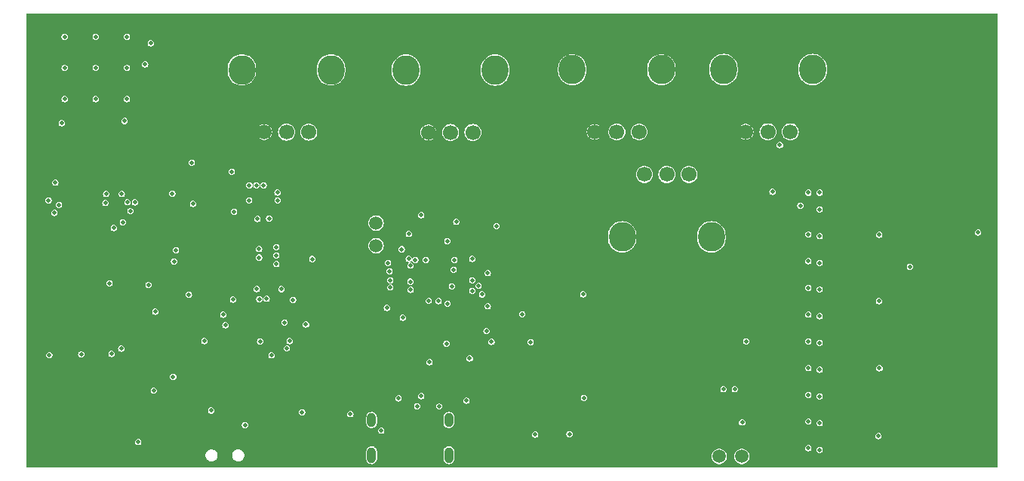
<source format=gbr>
%TF.GenerationSoftware,KiCad,Pcbnew,7.0.2-6a45011f42~172~ubuntu22.04.1*%
%TF.CreationDate,2023-05-01T16:59:55-07:00*%
%TF.ProjectId,hackathon-2022,6861636b-6174-4686-9f6e-2d323032322e,rev?*%
%TF.SameCoordinates,Original*%
%TF.FileFunction,Copper,L5,Inr*%
%TF.FilePolarity,Positive*%
%FSLAX46Y46*%
G04 Gerber Fmt 4.6, Leading zero omitted, Abs format (unit mm)*
G04 Created by KiCad (PCBNEW 7.0.2-6a45011f42~172~ubuntu22.04.1) date 2023-05-01 16:59:55*
%MOMM*%
%LPD*%
G01*
G04 APERTURE LIST*
%TA.AperFunction,ComponentPad*%
%ADD10C,1.700000*%
%TD*%
%TA.AperFunction,ComponentPad*%
%ADD11O,3.000000X3.300000*%
%TD*%
%TA.AperFunction,ComponentPad*%
%ADD12C,1.520000*%
%TD*%
%TA.AperFunction,ComponentPad*%
%ADD13O,1.000000X1.600000*%
%TD*%
%TA.AperFunction,ComponentPad*%
%ADD14O,1.000000X1.800000*%
%TD*%
%TA.AperFunction,ViaPad*%
%ADD15C,0.460000*%
%TD*%
G04 APERTURE END LIST*
D10*
%TO.N,VDD*%
%TO.C,R29*%
X165700513Y-95799691D03*
%TO.N,in_adc3*%
X168200513Y-95799691D03*
%TO.N,GND*%
X170700513Y-95799691D03*
D11*
%TO.N,unconnected-(R29-Pad4)*%
X173200513Y-88799691D03*
%TO.N,unconnected-(R29-Pad5)*%
X163200513Y-88799691D03*
%TD*%
D12*
%TO.N,Net-(U3-SWD)*%
%TO.C,J2*%
X124231509Y-108583566D03*
%TO.N,Net-(U3-SWCLK)*%
X124231509Y-106043566D03*
%TD*%
D10*
%TO.N,Net-(C25-Pad1)*%
%TO.C,R27*%
X159343123Y-100595783D03*
%TO.N,Net-(C24-Pad1)*%
X156843123Y-100595783D03*
%TO.N,Net-(C23-Pad1)*%
X154343123Y-100595783D03*
D11*
%TO.N,unconnected-(R27-Pad4)*%
X151843123Y-107595783D03*
%TO.N,unconnected-(R27-Pad5)*%
X161843123Y-107595783D03*
%TD*%
D10*
%TO.N,VDD*%
%TO.C,R31*%
X148743714Y-95817671D03*
%TO.N,in_adc1*%
X151243714Y-95817671D03*
%TO.N,GND*%
X153743714Y-95817671D03*
D11*
%TO.N,unconnected-(R31-Pad4)*%
X156243714Y-88817671D03*
%TO.N,unconnected-(R31-Pad5)*%
X146243714Y-88817671D03*
%TD*%
D13*
%TO.N,Net-(USB1-SHELL0)*%
%TO.C,USB1*%
X132375552Y-128164680D03*
X123725552Y-128164680D03*
D14*
X132375552Y-132104680D03*
X123725552Y-132104680D03*
%TD*%
D10*
%TO.N,VDD*%
%TO.C,R28*%
X111670450Y-95837487D03*
%TO.N,in_adc2*%
X114170450Y-95837487D03*
%TO.N,GND*%
X116670450Y-95837487D03*
D11*
%TO.N,unconnected-(R28-Pad4)*%
X119170450Y-88837487D03*
%TO.N,unconnected-(R28-Pad5)*%
X109170450Y-88837487D03*
%TD*%
D12*
%TO.N,Net-(U7-VO-)*%
%TO.C,J3*%
X165277522Y-132263141D03*
%TO.N,Net-(U7-VO+)*%
X162737522Y-132263141D03*
%TD*%
D10*
%TO.N,VDD*%
%TO.C,R30*%
X130091666Y-95868877D03*
%TO.N,in_adc*%
X132591666Y-95868877D03*
%TO.N,GND*%
X135091666Y-95868877D03*
D11*
%TO.N,unconnected-(R30-Pad4)*%
X137591666Y-88868877D03*
%TO.N,unconnected-(R30-Pad5)*%
X127591666Y-88868877D03*
%TD*%
D15*
%TO.N,RP-USB-NET-DN*%
X126746000Y-125730000D03*
X129286000Y-125476000D03*
%TO.N,unconnected-(U3-GPIO24-Pad36)*%
X128112742Y-113545967D03*
%TO.N,unconnected-(U3-GPIO22-Pad34)*%
X128083638Y-112623119D03*
%TO.N,SW-VOUT*%
X116363188Y-117432435D03*
X111209574Y-119343717D03*
%TO.N,led-data_gpio*%
X132223675Y-108071023D03*
X168692952Y-102544161D03*
%TO.N,VDD*%
X135084962Y-110861061D03*
X133096000Y-125222000D03*
X109082267Y-105243432D03*
X144239073Y-115576061D03*
X132761882Y-114333038D03*
X108300182Y-102435523D03*
X139103712Y-113001061D03*
X132118000Y-118632349D03*
X145746212Y-113251061D03*
X105033320Y-99612562D03*
X126385784Y-117167861D03*
X108300780Y-105730711D03*
X128067580Y-111803352D03*
X104930990Y-104386422D03*
X130765539Y-110462613D03*
X115628331Y-108739775D03*
X111670450Y-94417487D03*
%TO.N,cols2_gpio*%
X180649084Y-114817848D03*
X135023738Y-113671188D03*
%TO.N,GND*%
X111612863Y-101795425D03*
X112493804Y-120898678D03*
X132118000Y-119589572D03*
X117077722Y-110084966D03*
X111102048Y-109913729D03*
X113954553Y-117223966D03*
X113028331Y-109689775D03*
X95701385Y-102772260D03*
X165303060Y-128430459D03*
X145923651Y-129749227D03*
X133231073Y-105901061D03*
X107311376Y-117520684D03*
X110012863Y-101795425D03*
X129286000Y-105156000D03*
X173987828Y-104509456D03*
X87481867Y-103489458D03*
X132740151Y-113144387D03*
X173987828Y-131509456D03*
X115925777Y-127279015D03*
X164487590Y-124696477D03*
X131308896Y-126629195D03*
X125428562Y-115567861D03*
X114918417Y-114678618D03*
X173987828Y-102629456D03*
X108179377Y-114643396D03*
X113610847Y-113467920D03*
X173987828Y-107509456D03*
X173987828Y-110509456D03*
X108300780Y-104754738D03*
X173987828Y-125509456D03*
X147468573Y-114051061D03*
X130224000Y-121666000D03*
X121354158Y-127502030D03*
X136751073Y-115381061D03*
X124802841Y-129352499D03*
X173987828Y-113509456D03*
X113187863Y-103495425D03*
X99286056Y-124863044D03*
X127233562Y-116671061D03*
X110812863Y-101795425D03*
X173987828Y-119509456D03*
X114214309Y-120115196D03*
X110854722Y-113452508D03*
X173987828Y-128509456D03*
X173987828Y-116509456D03*
X137178073Y-119386061D03*
X99458588Y-115999237D03*
X169534421Y-97291841D03*
X137744043Y-106375535D03*
X173987828Y-122509456D03*
X109987863Y-103495425D03*
X136751073Y-111661061D03*
X93940450Y-102772260D03*
X142072926Y-129793421D03*
%TO.N,Net-(Q7-D)*%
X96668793Y-104700617D03*
X88646000Y-104013000D03*
%TO.N,rgb-drive26_gpio*%
X97171403Y-103727971D03*
%TO.N,tof-i2c_scl*%
X110911153Y-105583106D03*
X128088436Y-110821129D03*
%TO.N,cols1_gpio*%
X135023738Y-112471036D03*
X180709972Y-122347597D03*
%TO.N,rpi-led-i2c_scl*%
X103698884Y-103892986D03*
X125737445Y-111468671D03*
%TO.N,tof-en_gpio*%
X113162863Y-102620425D03*
X127894467Y-110079129D03*
X108040740Y-100276731D03*
%TO.N,Net-(U3-RUN)*%
X128623725Y-110171023D03*
X134736530Y-121247730D03*
%TO.N,rgb-drive2_gpio*%
X88138000Y-104902000D03*
X88957695Y-94828423D03*
%TO.N,rows1_gpio*%
X184120369Y-110950132D03*
X135023738Y-110070985D03*
%TO.N,/4: led-drive_u/SCL*%
X101559912Y-110344316D03*
%TO.N,cols3_gpio*%
X133023522Y-110171023D03*
X180689676Y-107369283D03*
%TO.N,VBAT*%
X107088057Y-116332143D03*
X114528309Y-119306337D03*
X111942415Y-114545263D03*
X111134486Y-114583767D03*
%TO.N,rpi-led-i2c_sda*%
X103550198Y-99250304D03*
X125564913Y-110534125D03*
%TO.N,rgb-drive25_gpio*%
X94809921Y-106595795D03*
X98323545Y-88225736D03*
%TO.N,QSPI_SD0*%
X131241388Y-114812071D03*
X141571144Y-119412436D03*
%TO.N,QSPI_SS*%
X140627231Y-116280918D03*
X147557265Y-125667432D03*
%TO.N,P4V2*%
X172727828Y-125329456D03*
X88251257Y-101504462D03*
X172727828Y-116329456D03*
X96275954Y-88618590D03*
X172727828Y-128329456D03*
X101369276Y-102731156D03*
X89275954Y-92118590D03*
X172727828Y-110329456D03*
X92775954Y-92118590D03*
X92775954Y-85118590D03*
X113028331Y-108739775D03*
X113028331Y-110639775D03*
X172727828Y-122329456D03*
X111102048Y-108956506D03*
X92775954Y-88618590D03*
X171829726Y-104077368D03*
X101463021Y-123322752D03*
X172727828Y-102629456D03*
X103222695Y-114096955D03*
X163217590Y-124696477D03*
X89275954Y-85118590D03*
X89275954Y-88618590D03*
X172727828Y-119329456D03*
X109517152Y-128714060D03*
X172727828Y-131329456D03*
X96275954Y-92118590D03*
X101780969Y-109090658D03*
X172727828Y-107329456D03*
X96275954Y-85118590D03*
X172727828Y-113329456D03*
%TO.N,QSPI_SD2*%
X132241274Y-115106832D03*
X136607162Y-118173551D03*
%TO.N,audio-enable_gpio*%
X165757590Y-119331477D03*
X136121731Y-114061377D03*
%TO.N,tof-i2c_sda*%
X127115141Y-108984663D03*
X112223764Y-105519847D03*
%TO.N,Net-(LED20-A)*%
X87575776Y-120879165D03*
X94323724Y-112819719D03*
X91151196Y-120790335D03*
X98695265Y-113002571D03*
X94548956Y-120745920D03*
%TO.N,enable0_gpio*%
X125823408Y-113271137D03*
X105732426Y-127098801D03*
%TO.N,Net-(USB1-CC2)*%
X134366000Y-125984000D03*
X128836236Y-126607479D03*
%TO.N,Net-(U3-DVDD0)*%
X129823624Y-110171023D03*
X127905947Y-107264682D03*
X130137101Y-114787067D03*
%TO.N,rgb-drive20_gpio*%
X96008808Y-94588387D03*
X93861950Y-103790449D03*
%TO.N,rgb-drive18_gpio*%
X96338641Y-103708907D03*
%TO.N,rows0_gpio*%
X132923738Y-111271137D03*
X191765116Y-107106866D03*
%TO.N,enable1_gpio*%
X125823408Y-112471036D03*
X104958831Y-119294795D03*
%TO.N,drive0_gpio*%
X97539888Y-130639109D03*
X95624744Y-120139599D03*
%TO.N,cols0_gpio*%
X180590062Y-129966549D03*
X135730053Y-113092137D03*
%TO.N,rgb-drive24_gpio*%
X98948125Y-85852334D03*
X95816779Y-105960680D03*
%TD*%
%TA.AperFunction,Conductor*%
%TO.N,VDD*%
G36*
X193995899Y-82504101D02*
G01*
X194000000Y-82514000D01*
X194000000Y-133486000D01*
X193995899Y-133495899D01*
X193986000Y-133500000D01*
X85014000Y-133500000D01*
X85004101Y-133495899D01*
X85000000Y-133486000D01*
X85000000Y-132227566D01*
X105087652Y-132227566D01*
X105127142Y-132387784D01*
X105203827Y-132533895D01*
X105313251Y-132657409D01*
X105449053Y-132751147D01*
X105603343Y-132809661D01*
X105726047Y-132824560D01*
X105726477Y-132824560D01*
X105807827Y-132824560D01*
X105808257Y-132824560D01*
X105930961Y-132809661D01*
X106085251Y-132751147D01*
X106221053Y-132657409D01*
X106330477Y-132533895D01*
X106407162Y-132387784D01*
X106446652Y-132227566D01*
X108087652Y-132227566D01*
X108127142Y-132387784D01*
X108203827Y-132533895D01*
X108313251Y-132657409D01*
X108449053Y-132751147D01*
X108603343Y-132809661D01*
X108726047Y-132824560D01*
X108726477Y-132824560D01*
X108807827Y-132824560D01*
X108808257Y-132824560D01*
X108930961Y-132809661D01*
X109085251Y-132751147D01*
X109221053Y-132657409D01*
X109321488Y-132544041D01*
X123125052Y-132544041D01*
X123125111Y-132544493D01*
X123125112Y-132544500D01*
X123140507Y-132661441D01*
X123177665Y-132751147D01*
X123201016Y-132807521D01*
X123297270Y-132932962D01*
X123422711Y-133029216D01*
X123422712Y-133029216D01*
X123422713Y-133029217D01*
X123450263Y-133040628D01*
X123452980Y-133042125D01*
X123465724Y-133051121D01*
X123465725Y-133051121D01*
X123465726Y-133051122D01*
X123534936Y-133075719D01*
X123535564Y-133075961D01*
X123559162Y-133085735D01*
X123568787Y-133089723D01*
X123568790Y-133089724D01*
X123576147Y-133090692D01*
X123578988Y-133091375D01*
X123610648Y-133102628D01*
X123702714Y-133108925D01*
X123764091Y-133113123D01*
X123764091Y-133113122D01*
X123764093Y-133113123D01*
X123866492Y-133091843D01*
X123867486Y-133091675D01*
X123882314Y-133089724D01*
X123886753Y-133087884D01*
X123889256Y-133087113D01*
X123914679Y-133081831D01*
X123967199Y-133054616D01*
X123968261Y-133054122D01*
X124028393Y-133029216D01*
X124153834Y-132932962D01*
X124250088Y-132807521D01*
X124310596Y-132661442D01*
X124326052Y-132544041D01*
X131775052Y-132544041D01*
X131775111Y-132544493D01*
X131775112Y-132544500D01*
X131790507Y-132661441D01*
X131827665Y-132751147D01*
X131851016Y-132807521D01*
X131947270Y-132932962D01*
X132072711Y-133029216D01*
X132072712Y-133029216D01*
X132072713Y-133029217D01*
X132100263Y-133040628D01*
X132102980Y-133042125D01*
X132115724Y-133051121D01*
X132115725Y-133051121D01*
X132115726Y-133051122D01*
X132184936Y-133075719D01*
X132185564Y-133075961D01*
X132209162Y-133085735D01*
X132218787Y-133089723D01*
X132218790Y-133089724D01*
X132226147Y-133090692D01*
X132228988Y-133091375D01*
X132260648Y-133102628D01*
X132352714Y-133108924D01*
X132414091Y-133113123D01*
X132414091Y-133113122D01*
X132414093Y-133113123D01*
X132516492Y-133091843D01*
X132517486Y-133091675D01*
X132532314Y-133089724D01*
X132536753Y-133087884D01*
X132539256Y-133087113D01*
X132564679Y-133081831D01*
X132617199Y-133054616D01*
X132618261Y-133054122D01*
X132678393Y-133029216D01*
X132803834Y-132932962D01*
X132900088Y-132807521D01*
X132960596Y-132661442D01*
X132976052Y-132544041D01*
X132976052Y-132263140D01*
X161872281Y-132263140D01*
X161891189Y-132443033D01*
X161947086Y-132615068D01*
X162037526Y-132771714D01*
X162037528Y-132771716D01*
X162158563Y-132906140D01*
X162304902Y-133012461D01*
X162470148Y-133086033D01*
X162647080Y-133123641D01*
X162827964Y-133123641D01*
X163004896Y-133086033D01*
X163170142Y-133012461D01*
X163316481Y-132906140D01*
X163437516Y-132771716D01*
X163527958Y-132615066D01*
X163583854Y-132443035D01*
X163602762Y-132263141D01*
X163602762Y-132263140D01*
X164412281Y-132263140D01*
X164431189Y-132443033D01*
X164487086Y-132615068D01*
X164577526Y-132771714D01*
X164577528Y-132771716D01*
X164698563Y-132906140D01*
X164844902Y-133012461D01*
X165010148Y-133086033D01*
X165187080Y-133123641D01*
X165367964Y-133123641D01*
X165544896Y-133086033D01*
X165710142Y-133012461D01*
X165856481Y-132906140D01*
X165977516Y-132771716D01*
X166067958Y-132615066D01*
X166123854Y-132443035D01*
X166142762Y-132263141D01*
X166123854Y-132083247D01*
X166067958Y-131911216D01*
X166067957Y-131911215D01*
X166067957Y-131911213D01*
X165977517Y-131754567D01*
X165967463Y-131743401D01*
X165856481Y-131620142D01*
X165757073Y-131547918D01*
X165710144Y-131513822D01*
X165544894Y-131440248D01*
X165367964Y-131402641D01*
X165187080Y-131402641D01*
X165010149Y-131440248D01*
X164844899Y-131513822D01*
X164698564Y-131620141D01*
X164577526Y-131754567D01*
X164487086Y-131911213D01*
X164431189Y-132083248D01*
X164412281Y-132263140D01*
X163602762Y-132263140D01*
X163583854Y-132083247D01*
X163527958Y-131911216D01*
X163527957Y-131911215D01*
X163527957Y-131911213D01*
X163437517Y-131754567D01*
X163427463Y-131743401D01*
X163316481Y-131620142D01*
X163217073Y-131547918D01*
X163170144Y-131513822D01*
X163004894Y-131440248D01*
X162827964Y-131402641D01*
X162647080Y-131402641D01*
X162470149Y-131440248D01*
X162304899Y-131513822D01*
X162158564Y-131620141D01*
X162037526Y-131754567D01*
X161947086Y-131911213D01*
X161891189Y-132083248D01*
X161872281Y-132263140D01*
X132976052Y-132263140D01*
X132976052Y-131665319D01*
X132960596Y-131547918D01*
X132900088Y-131401839D01*
X132844547Y-131329456D01*
X172368908Y-131329456D01*
X172386476Y-131440368D01*
X172437457Y-131540425D01*
X172516858Y-131619826D01*
X172516860Y-131619827D01*
X172516861Y-131619828D01*
X172616916Y-131670808D01*
X172710260Y-131685592D01*
X172727827Y-131688375D01*
X172727827Y-131688374D01*
X172727828Y-131688375D01*
X172838740Y-131670808D01*
X172938795Y-131619828D01*
X173018200Y-131540423D01*
X173033979Y-131509455D01*
X173628908Y-131509455D01*
X173646476Y-131620368D01*
X173697457Y-131720425D01*
X173776858Y-131799826D01*
X173776860Y-131799827D01*
X173776861Y-131799828D01*
X173876916Y-131850808D01*
X173987828Y-131868375D01*
X174098740Y-131850808D01*
X174198795Y-131799828D01*
X174278200Y-131720423D01*
X174329180Y-131620368D01*
X174346747Y-131509456D01*
X174329180Y-131398544D01*
X174278200Y-131298489D01*
X174278199Y-131298488D01*
X174278198Y-131298486D01*
X174198797Y-131219085D01*
X174098740Y-131168104D01*
X173987828Y-131150536D01*
X173876915Y-131168104D01*
X173776858Y-131219085D01*
X173697457Y-131298486D01*
X173646476Y-131398543D01*
X173628908Y-131509455D01*
X173033979Y-131509455D01*
X173069180Y-131440368D01*
X173086747Y-131329456D01*
X173069180Y-131218544D01*
X173018200Y-131118489D01*
X173018199Y-131118488D01*
X173018198Y-131118486D01*
X172938797Y-131039085D01*
X172838740Y-130988104D01*
X172727827Y-130970536D01*
X172616915Y-130988104D01*
X172516858Y-131039085D01*
X172437457Y-131118486D01*
X172386476Y-131218543D01*
X172368908Y-131329456D01*
X132844547Y-131329456D01*
X132803834Y-131276398D01*
X132678393Y-131180144D01*
X132678392Y-131180143D01*
X132678390Y-131180142D01*
X132650840Y-131168731D01*
X132648126Y-131167237D01*
X132635378Y-131158238D01*
X132635376Y-131158237D01*
X132566187Y-131133647D01*
X132565517Y-131133389D01*
X132532313Y-131119635D01*
X132524966Y-131118668D01*
X132522105Y-131117980D01*
X132520785Y-131117511D01*
X132490456Y-131106732D01*
X132490455Y-131106731D01*
X132490453Y-131106731D01*
X132337011Y-131096236D01*
X132234629Y-131117511D01*
X132233609Y-131117684D01*
X132218792Y-131119635D01*
X132214350Y-131121474D01*
X132211844Y-131122245D01*
X132186426Y-131127528D01*
X132133917Y-131154735D01*
X132132834Y-131155238D01*
X132072712Y-131180143D01*
X131947270Y-131276398D01*
X131851015Y-131401840D01*
X131790507Y-131547918D01*
X131775112Y-131664859D01*
X131775111Y-131664867D01*
X131775052Y-131665319D01*
X131775052Y-132544041D01*
X124326052Y-132544041D01*
X124326052Y-131665319D01*
X124310596Y-131547918D01*
X124250088Y-131401839D01*
X124153834Y-131276398D01*
X124028393Y-131180144D01*
X124028392Y-131180143D01*
X124028390Y-131180142D01*
X124000840Y-131168731D01*
X123998126Y-131167237D01*
X123985378Y-131158238D01*
X123985376Y-131158237D01*
X123916187Y-131133647D01*
X123915517Y-131133389D01*
X123882313Y-131119635D01*
X123874966Y-131118668D01*
X123872105Y-131117980D01*
X123870785Y-131117511D01*
X123840456Y-131106732D01*
X123840455Y-131106731D01*
X123840453Y-131106731D01*
X123687011Y-131096236D01*
X123584629Y-131117511D01*
X123583609Y-131117684D01*
X123568792Y-131119635D01*
X123564350Y-131121474D01*
X123561844Y-131122245D01*
X123536426Y-131127528D01*
X123483917Y-131154735D01*
X123482834Y-131155238D01*
X123422712Y-131180143D01*
X123297270Y-131276398D01*
X123201015Y-131401840D01*
X123140507Y-131547918D01*
X123125112Y-131664859D01*
X123125111Y-131664867D01*
X123125052Y-131665319D01*
X123125052Y-132544041D01*
X109321488Y-132544041D01*
X109330477Y-132533895D01*
X109407162Y-132387784D01*
X109446652Y-132227566D01*
X109446652Y-132062554D01*
X109407162Y-131902336D01*
X109330477Y-131756225D01*
X109221053Y-131632711D01*
X109085251Y-131538973D01*
X109018933Y-131513822D01*
X108930963Y-131480459D01*
X108808683Y-131465611D01*
X108808671Y-131465610D01*
X108808257Y-131465560D01*
X108726047Y-131465560D01*
X108725633Y-131465610D01*
X108725620Y-131465611D01*
X108603340Y-131480459D01*
X108449055Y-131538972D01*
X108449054Y-131538972D01*
X108449053Y-131538973D01*
X108436094Y-131547918D01*
X108313250Y-131632711D01*
X108203826Y-131756226D01*
X108127142Y-131902335D01*
X108127141Y-131902336D01*
X108127142Y-131902336D01*
X108087652Y-132062554D01*
X108087652Y-132227566D01*
X106446652Y-132227566D01*
X106446652Y-132062554D01*
X106407162Y-131902336D01*
X106330477Y-131756225D01*
X106221053Y-131632711D01*
X106085251Y-131538973D01*
X106018933Y-131513822D01*
X105930963Y-131480459D01*
X105808683Y-131465611D01*
X105808671Y-131465610D01*
X105808257Y-131465560D01*
X105726047Y-131465560D01*
X105725633Y-131465610D01*
X105725620Y-131465611D01*
X105603340Y-131480459D01*
X105449055Y-131538972D01*
X105449054Y-131538972D01*
X105449053Y-131538973D01*
X105436094Y-131547918D01*
X105313250Y-131632711D01*
X105203826Y-131756226D01*
X105127142Y-131902335D01*
X105127141Y-131902336D01*
X105127142Y-131902336D01*
X105087652Y-132062554D01*
X105087652Y-132227566D01*
X85000000Y-132227566D01*
X85000000Y-130639108D01*
X97180968Y-130639108D01*
X97198536Y-130750021D01*
X97249517Y-130850078D01*
X97328918Y-130929479D01*
X97328920Y-130929480D01*
X97328921Y-130929481D01*
X97428976Y-130980461D01*
X97522320Y-130995245D01*
X97539887Y-130998028D01*
X97539887Y-130998027D01*
X97539888Y-130998028D01*
X97650800Y-130980461D01*
X97750855Y-130929481D01*
X97830260Y-130850076D01*
X97881240Y-130750021D01*
X97898807Y-130639109D01*
X97881240Y-130528197D01*
X97830260Y-130428142D01*
X97830259Y-130428141D01*
X97830258Y-130428139D01*
X97750857Y-130348738D01*
X97650800Y-130297757D01*
X97539887Y-130280189D01*
X97428975Y-130297757D01*
X97328918Y-130348738D01*
X97249517Y-130428139D01*
X97198536Y-130528196D01*
X97180968Y-130639108D01*
X85000000Y-130639108D01*
X85000000Y-129793421D01*
X141714006Y-129793421D01*
X141731574Y-129904333D01*
X141782555Y-130004390D01*
X141861956Y-130083791D01*
X141861958Y-130083792D01*
X141861959Y-130083793D01*
X141962014Y-130134773D01*
X142072926Y-130152340D01*
X142183838Y-130134773D01*
X142283893Y-130083793D01*
X142363298Y-130004388D01*
X142414278Y-129904333D01*
X142431845Y-129793421D01*
X142424845Y-129749227D01*
X145564731Y-129749227D01*
X145582299Y-129860139D01*
X145633280Y-129960196D01*
X145712681Y-130039597D01*
X145712683Y-130039598D01*
X145712684Y-130039599D01*
X145812739Y-130090579D01*
X145906083Y-130105363D01*
X145923650Y-130108146D01*
X145923650Y-130108145D01*
X145923651Y-130108146D01*
X146034563Y-130090579D01*
X146134618Y-130039599D01*
X146207669Y-129966548D01*
X180231142Y-129966548D01*
X180248710Y-130077461D01*
X180299691Y-130177518D01*
X180379092Y-130256919D01*
X180379094Y-130256920D01*
X180379095Y-130256921D01*
X180479150Y-130307901D01*
X180572494Y-130322685D01*
X180590061Y-130325468D01*
X180590061Y-130325467D01*
X180590062Y-130325468D01*
X180700974Y-130307901D01*
X180801029Y-130256921D01*
X180880434Y-130177516D01*
X180931414Y-130077461D01*
X180948981Y-129966549D01*
X180931414Y-129855637D01*
X180880434Y-129755582D01*
X180880433Y-129755581D01*
X180880432Y-129755579D01*
X180801031Y-129676178D01*
X180700974Y-129625197D01*
X180590061Y-129607629D01*
X180479149Y-129625197D01*
X180379092Y-129676178D01*
X180299691Y-129755579D01*
X180248710Y-129855636D01*
X180231142Y-129966548D01*
X146207669Y-129966548D01*
X146214023Y-129960194D01*
X146265003Y-129860139D01*
X146282570Y-129749227D01*
X146265003Y-129638315D01*
X146214023Y-129538260D01*
X146214022Y-129538259D01*
X146214021Y-129538257D01*
X146134620Y-129458856D01*
X146034563Y-129407875D01*
X145923650Y-129390307D01*
X145812738Y-129407875D01*
X145712681Y-129458856D01*
X145633280Y-129538257D01*
X145582299Y-129638314D01*
X145564731Y-129749227D01*
X142424845Y-129749227D01*
X142414278Y-129682509D01*
X142363298Y-129582454D01*
X142363297Y-129582453D01*
X142363296Y-129582451D01*
X142283895Y-129503050D01*
X142183838Y-129452069D01*
X142072926Y-129434501D01*
X141962013Y-129452069D01*
X141861956Y-129503050D01*
X141782555Y-129582451D01*
X141731574Y-129682508D01*
X141714006Y-129793421D01*
X85000000Y-129793421D01*
X85000000Y-129352499D01*
X124443921Y-129352499D01*
X124461489Y-129463411D01*
X124512470Y-129563468D01*
X124591871Y-129642869D01*
X124591873Y-129642870D01*
X124591874Y-129642871D01*
X124691929Y-129693851D01*
X124785272Y-129708635D01*
X124802840Y-129711418D01*
X124802840Y-129711417D01*
X124802841Y-129711418D01*
X124913753Y-129693851D01*
X125013808Y-129642871D01*
X125093213Y-129563466D01*
X125144193Y-129463411D01*
X125161760Y-129352499D01*
X125144193Y-129241587D01*
X125093213Y-129141532D01*
X125093212Y-129141531D01*
X125093211Y-129141529D01*
X125013810Y-129062128D01*
X124913753Y-129011147D01*
X124802840Y-128993579D01*
X124691928Y-129011147D01*
X124591871Y-129062128D01*
X124512470Y-129141529D01*
X124461489Y-129241586D01*
X124443921Y-129352499D01*
X85000000Y-129352499D01*
X85000000Y-128714059D01*
X109158232Y-128714059D01*
X109175800Y-128824972D01*
X109226781Y-128925029D01*
X109306182Y-129004430D01*
X109306184Y-129004431D01*
X109306185Y-129004432D01*
X109406240Y-129055412D01*
X109517152Y-129072979D01*
X109628064Y-129055412D01*
X109728119Y-129004432D01*
X109807524Y-128925027D01*
X109858504Y-128824972D01*
X109876071Y-128714060D01*
X109858504Y-128603148D01*
X109808007Y-128504041D01*
X123125052Y-128504041D01*
X123125111Y-128504493D01*
X123125112Y-128504500D01*
X123140507Y-128621441D01*
X123181676Y-128720831D01*
X123201016Y-128767521D01*
X123297270Y-128892962D01*
X123422711Y-128989216D01*
X123422712Y-128989216D01*
X123422713Y-128989217D01*
X123450263Y-129000628D01*
X123452980Y-129002125D01*
X123465724Y-129011121D01*
X123465725Y-129011121D01*
X123465726Y-129011122D01*
X123534936Y-129035719D01*
X123535564Y-129035961D01*
X123559162Y-129045735D01*
X123568787Y-129049723D01*
X123568790Y-129049724D01*
X123576147Y-129050692D01*
X123578988Y-129051375D01*
X123610648Y-129062628D01*
X123702714Y-129068925D01*
X123764091Y-129073123D01*
X123764091Y-129073122D01*
X123764093Y-129073123D01*
X123866492Y-129051843D01*
X123867486Y-129051675D01*
X123882314Y-129049724D01*
X123886753Y-129047884D01*
X123889256Y-129047113D01*
X123914679Y-129041831D01*
X123967199Y-129014616D01*
X123968261Y-129014122D01*
X124028393Y-128989216D01*
X124153834Y-128892962D01*
X124250088Y-128767521D01*
X124310596Y-128621442D01*
X124326052Y-128504041D01*
X131775052Y-128504041D01*
X131775111Y-128504493D01*
X131775112Y-128504500D01*
X131790507Y-128621441D01*
X131831676Y-128720831D01*
X131851016Y-128767521D01*
X131947270Y-128892962D01*
X132072711Y-128989216D01*
X132072712Y-128989216D01*
X132072713Y-128989217D01*
X132100263Y-129000628D01*
X132102980Y-129002125D01*
X132115724Y-129011121D01*
X132115725Y-129011121D01*
X132115726Y-129011122D01*
X132184936Y-129035719D01*
X132185564Y-129035961D01*
X132209162Y-129045735D01*
X132218787Y-129049723D01*
X132218790Y-129049724D01*
X132226147Y-129050692D01*
X132228988Y-129051375D01*
X132260648Y-129062628D01*
X132352714Y-129068924D01*
X132414091Y-129073123D01*
X132414091Y-129073122D01*
X132414093Y-129073123D01*
X132516492Y-129051843D01*
X132517486Y-129051675D01*
X132532314Y-129049724D01*
X132536753Y-129047884D01*
X132539256Y-129047113D01*
X132564679Y-129041831D01*
X132617199Y-129014616D01*
X132618261Y-129014122D01*
X132678393Y-128989216D01*
X132803834Y-128892962D01*
X132900088Y-128767521D01*
X132960596Y-128621442D01*
X132976052Y-128504041D01*
X132976052Y-128430458D01*
X164944140Y-128430458D01*
X164961708Y-128541371D01*
X165012689Y-128641428D01*
X165092090Y-128720829D01*
X165092092Y-128720830D01*
X165092093Y-128720831D01*
X165192148Y-128771811D01*
X165303060Y-128789378D01*
X165413972Y-128771811D01*
X165514027Y-128720831D01*
X165593432Y-128641426D01*
X165644412Y-128541371D01*
X165661979Y-128430459D01*
X165645981Y-128329455D01*
X172368908Y-128329455D01*
X172386476Y-128440368D01*
X172437457Y-128540425D01*
X172516858Y-128619826D01*
X172516860Y-128619827D01*
X172516861Y-128619828D01*
X172616916Y-128670808D01*
X172710260Y-128685592D01*
X172727827Y-128688375D01*
X172727827Y-128688374D01*
X172727828Y-128688375D01*
X172838740Y-128670808D01*
X172938795Y-128619828D01*
X173018200Y-128540423D01*
X173033978Y-128509456D01*
X173628908Y-128509456D01*
X173646476Y-128620368D01*
X173697457Y-128720425D01*
X173776858Y-128799826D01*
X173776860Y-128799827D01*
X173776861Y-128799828D01*
X173876916Y-128850808D01*
X173987828Y-128868375D01*
X174098740Y-128850808D01*
X174198795Y-128799828D01*
X174278200Y-128720423D01*
X174329180Y-128620368D01*
X174346747Y-128509456D01*
X174329180Y-128398544D01*
X174278200Y-128298489D01*
X174278199Y-128298488D01*
X174278198Y-128298486D01*
X174198797Y-128219085D01*
X174098740Y-128168104D01*
X173987828Y-128150536D01*
X173876915Y-128168104D01*
X173776858Y-128219085D01*
X173697457Y-128298486D01*
X173646476Y-128398543D01*
X173628908Y-128509456D01*
X173033978Y-128509456D01*
X173069180Y-128440368D01*
X173086747Y-128329456D01*
X173069180Y-128218544D01*
X173018200Y-128118489D01*
X173018199Y-128118488D01*
X173018198Y-128118486D01*
X172938797Y-128039085D01*
X172838740Y-127988104D01*
X172727827Y-127970536D01*
X172616915Y-127988104D01*
X172516858Y-128039085D01*
X172437457Y-128118486D01*
X172386476Y-128218543D01*
X172368908Y-128329455D01*
X165645981Y-128329455D01*
X165644412Y-128319547D01*
X165593432Y-128219492D01*
X165593431Y-128219491D01*
X165593430Y-128219489D01*
X165514029Y-128140088D01*
X165413972Y-128089107D01*
X165303060Y-128071539D01*
X165192147Y-128089107D01*
X165092090Y-128140088D01*
X165012689Y-128219489D01*
X164961708Y-128319546D01*
X164944140Y-128430458D01*
X132976052Y-128430458D01*
X132976052Y-127825319D01*
X132960596Y-127707918D01*
X132900088Y-127561839D01*
X132803834Y-127436398D01*
X132678393Y-127340144D01*
X132678392Y-127340143D01*
X132678390Y-127340142D01*
X132650840Y-127328731D01*
X132648126Y-127327237D01*
X132635378Y-127318238D01*
X132635376Y-127318237D01*
X132566187Y-127293647D01*
X132565517Y-127293389D01*
X132532313Y-127279635D01*
X132524966Y-127278668D01*
X132522105Y-127277980D01*
X132520785Y-127277511D01*
X132490456Y-127266732D01*
X132490455Y-127266731D01*
X132490453Y-127266731D01*
X132337011Y-127256236D01*
X132234629Y-127277511D01*
X132233609Y-127277684D01*
X132218792Y-127279635D01*
X132214350Y-127281474D01*
X132211844Y-127282245D01*
X132186426Y-127287528D01*
X132133917Y-127314735D01*
X132132834Y-127315238D01*
X132072712Y-127340143D01*
X131947270Y-127436398D01*
X131851015Y-127561840D01*
X131790507Y-127707918D01*
X131775112Y-127824859D01*
X131775111Y-127824867D01*
X131775052Y-127825319D01*
X131775052Y-128504041D01*
X124326052Y-128504041D01*
X124326052Y-127825319D01*
X124310596Y-127707918D01*
X124250088Y-127561839D01*
X124153834Y-127436398D01*
X124028393Y-127340144D01*
X124028392Y-127340143D01*
X124028390Y-127340142D01*
X124000840Y-127328731D01*
X123998126Y-127327237D01*
X123985378Y-127318238D01*
X123985376Y-127318237D01*
X123916187Y-127293647D01*
X123915517Y-127293389D01*
X123882313Y-127279635D01*
X123874966Y-127278668D01*
X123872105Y-127277980D01*
X123870785Y-127277511D01*
X123840456Y-127266732D01*
X123840455Y-127266731D01*
X123840453Y-127266731D01*
X123687011Y-127256236D01*
X123584629Y-127277511D01*
X123583609Y-127277684D01*
X123568792Y-127279635D01*
X123564350Y-127281474D01*
X123561844Y-127282245D01*
X123536426Y-127287528D01*
X123483917Y-127314735D01*
X123482834Y-127315238D01*
X123422712Y-127340143D01*
X123297270Y-127436398D01*
X123201015Y-127561840D01*
X123140507Y-127707918D01*
X123125112Y-127824859D01*
X123125111Y-127824867D01*
X123125052Y-127825319D01*
X123125052Y-128504041D01*
X109808007Y-128504041D01*
X109807524Y-128503093D01*
X109807523Y-128503092D01*
X109807522Y-128503090D01*
X109728121Y-128423689D01*
X109628064Y-128372708D01*
X109517152Y-128355140D01*
X109406239Y-128372708D01*
X109306182Y-128423689D01*
X109226781Y-128503090D01*
X109175800Y-128603147D01*
X109158232Y-128714059D01*
X85000000Y-128714059D01*
X85000000Y-127098801D01*
X105373506Y-127098801D01*
X105391074Y-127209713D01*
X105442055Y-127309770D01*
X105521456Y-127389171D01*
X105521458Y-127389172D01*
X105521459Y-127389173D01*
X105621514Y-127440153D01*
X105732426Y-127457720D01*
X105843338Y-127440153D01*
X105943393Y-127389173D01*
X106022798Y-127309768D01*
X106038467Y-127279015D01*
X115566857Y-127279015D01*
X115584425Y-127389927D01*
X115635406Y-127489984D01*
X115714807Y-127569385D01*
X115714809Y-127569386D01*
X115714810Y-127569387D01*
X115814865Y-127620367D01*
X115908208Y-127635151D01*
X115925776Y-127637934D01*
X115925776Y-127637933D01*
X115925777Y-127637934D01*
X116036689Y-127620367D01*
X116136744Y-127569387D01*
X116204102Y-127502029D01*
X120995238Y-127502029D01*
X121012806Y-127612942D01*
X121063787Y-127712999D01*
X121143188Y-127792400D01*
X121143190Y-127792401D01*
X121143191Y-127792402D01*
X121243246Y-127843382D01*
X121336590Y-127858166D01*
X121354157Y-127860949D01*
X121354157Y-127860948D01*
X121354158Y-127860949D01*
X121465070Y-127843382D01*
X121565125Y-127792402D01*
X121644530Y-127712997D01*
X121695510Y-127612942D01*
X121713077Y-127502030D01*
X121695510Y-127391118D01*
X121644530Y-127291063D01*
X121644529Y-127291062D01*
X121644528Y-127291060D01*
X121565127Y-127211659D01*
X121465070Y-127160678D01*
X121354158Y-127143110D01*
X121243245Y-127160678D01*
X121143188Y-127211659D01*
X121063787Y-127291060D01*
X121012806Y-127391117D01*
X120995238Y-127502029D01*
X116204102Y-127502029D01*
X116216149Y-127489982D01*
X116267129Y-127389927D01*
X116284696Y-127279015D01*
X116267129Y-127168103D01*
X116216149Y-127068048D01*
X116216148Y-127068047D01*
X116216147Y-127068045D01*
X116136746Y-126988644D01*
X116036689Y-126937663D01*
X115925776Y-126920095D01*
X115814864Y-126937663D01*
X115714807Y-126988644D01*
X115635406Y-127068045D01*
X115584425Y-127168102D01*
X115566857Y-127279015D01*
X106038467Y-127279015D01*
X106073778Y-127209713D01*
X106091345Y-127098801D01*
X106073778Y-126987889D01*
X106022798Y-126887834D01*
X106022797Y-126887833D01*
X106022796Y-126887831D01*
X105943395Y-126808430D01*
X105843338Y-126757449D01*
X105732426Y-126739881D01*
X105621513Y-126757449D01*
X105521456Y-126808430D01*
X105442055Y-126887831D01*
X105391074Y-126987888D01*
X105373506Y-127098801D01*
X85000000Y-127098801D01*
X85000000Y-126607478D01*
X128477316Y-126607478D01*
X128494884Y-126718391D01*
X128545865Y-126818448D01*
X128625266Y-126897849D01*
X128625268Y-126897850D01*
X128625269Y-126897851D01*
X128725324Y-126948831D01*
X128818668Y-126963615D01*
X128836235Y-126966398D01*
X128836235Y-126966397D01*
X128836236Y-126966398D01*
X128947148Y-126948831D01*
X129047203Y-126897851D01*
X129126608Y-126818446D01*
X129177588Y-126718391D01*
X129191715Y-126629195D01*
X130949976Y-126629195D01*
X130967544Y-126740107D01*
X131018525Y-126840164D01*
X131097926Y-126919565D01*
X131097928Y-126919566D01*
X131097929Y-126919567D01*
X131197984Y-126970547D01*
X131308896Y-126988114D01*
X131419808Y-126970547D01*
X131519863Y-126919567D01*
X131599268Y-126840162D01*
X131650248Y-126740107D01*
X131667815Y-126629195D01*
X131650248Y-126518283D01*
X131599268Y-126418228D01*
X131599267Y-126418227D01*
X131599266Y-126418225D01*
X131519865Y-126338824D01*
X131419808Y-126287843D01*
X131308896Y-126270275D01*
X131197983Y-126287843D01*
X131097926Y-126338824D01*
X131018525Y-126418225D01*
X130967544Y-126518282D01*
X130949976Y-126629195D01*
X129191715Y-126629195D01*
X129195155Y-126607479D01*
X129177588Y-126496567D01*
X129126608Y-126396512D01*
X129126607Y-126396511D01*
X129126606Y-126396509D01*
X129047205Y-126317108D01*
X128947148Y-126266127D01*
X128836236Y-126248559D01*
X128725323Y-126266127D01*
X128625266Y-126317108D01*
X128545865Y-126396509D01*
X128494884Y-126496566D01*
X128477316Y-126607478D01*
X85000000Y-126607478D01*
X85000000Y-125729999D01*
X126387080Y-125729999D01*
X126404648Y-125840912D01*
X126455629Y-125940969D01*
X126535030Y-126020370D01*
X126535032Y-126020371D01*
X126535033Y-126020372D01*
X126635088Y-126071352D01*
X126728432Y-126086136D01*
X126745999Y-126088919D01*
X126745999Y-126088918D01*
X126746000Y-126088919D01*
X126856912Y-126071352D01*
X126956967Y-126020372D01*
X126993339Y-125984000D01*
X134007080Y-125984000D01*
X134024648Y-126094912D01*
X134075629Y-126194969D01*
X134155030Y-126274370D01*
X134155032Y-126274371D01*
X134155033Y-126274372D01*
X134255088Y-126325352D01*
X134366000Y-126342919D01*
X134476912Y-126325352D01*
X134576967Y-126274372D01*
X134656372Y-126194967D01*
X134707352Y-126094912D01*
X134724919Y-125984000D01*
X134707352Y-125873088D01*
X134656372Y-125773033D01*
X134656371Y-125773032D01*
X134656370Y-125773030D01*
X134576969Y-125693629D01*
X134525552Y-125667431D01*
X147198345Y-125667431D01*
X147215913Y-125778344D01*
X147266894Y-125878401D01*
X147346295Y-125957802D01*
X147346297Y-125957803D01*
X147346298Y-125957804D01*
X147446353Y-126008784D01*
X147539696Y-126023568D01*
X147557264Y-126026351D01*
X147557264Y-126026350D01*
X147557265Y-126026351D01*
X147668177Y-126008784D01*
X147768232Y-125957804D01*
X147847637Y-125878399D01*
X147898617Y-125778344D01*
X147916184Y-125667432D01*
X147898617Y-125556520D01*
X147847637Y-125456465D01*
X147847636Y-125456464D01*
X147847635Y-125456462D01*
X147768234Y-125377061D01*
X147674803Y-125329456D01*
X172368908Y-125329456D01*
X172386476Y-125440368D01*
X172437457Y-125540425D01*
X172516858Y-125619826D01*
X172516860Y-125619827D01*
X172516861Y-125619828D01*
X172616916Y-125670808D01*
X172710260Y-125685592D01*
X172727827Y-125688375D01*
X172727827Y-125688374D01*
X172727828Y-125688375D01*
X172838740Y-125670808D01*
X172938795Y-125619828D01*
X173018200Y-125540423D01*
X173033979Y-125509455D01*
X173628908Y-125509455D01*
X173646476Y-125620368D01*
X173697457Y-125720425D01*
X173776858Y-125799826D01*
X173776860Y-125799827D01*
X173776861Y-125799828D01*
X173876916Y-125850808D01*
X173987828Y-125868375D01*
X174098740Y-125850808D01*
X174198795Y-125799828D01*
X174278200Y-125720423D01*
X174329180Y-125620368D01*
X174346747Y-125509456D01*
X174329180Y-125398544D01*
X174278200Y-125298489D01*
X174278199Y-125298488D01*
X174278198Y-125298486D01*
X174198797Y-125219085D01*
X174098740Y-125168104D01*
X173987828Y-125150536D01*
X173876915Y-125168104D01*
X173776858Y-125219085D01*
X173697457Y-125298486D01*
X173646476Y-125398543D01*
X173628908Y-125509455D01*
X173033979Y-125509455D01*
X173069180Y-125440368D01*
X173086747Y-125329456D01*
X173069180Y-125218544D01*
X173018200Y-125118489D01*
X173018199Y-125118488D01*
X173018198Y-125118486D01*
X172938797Y-125039085D01*
X172838740Y-124988104D01*
X172727827Y-124970536D01*
X172616915Y-124988104D01*
X172516858Y-125039085D01*
X172437457Y-125118486D01*
X172386476Y-125218543D01*
X172368908Y-125329456D01*
X147674803Y-125329456D01*
X147668177Y-125326080D01*
X147557264Y-125308512D01*
X147446352Y-125326080D01*
X147346295Y-125377061D01*
X147266894Y-125456462D01*
X147215913Y-125556519D01*
X147198345Y-125667431D01*
X134525552Y-125667431D01*
X134476912Y-125642648D01*
X134366000Y-125625080D01*
X134255087Y-125642648D01*
X134155030Y-125693629D01*
X134075629Y-125773030D01*
X134024648Y-125873087D01*
X134007080Y-125984000D01*
X126993339Y-125984000D01*
X127036372Y-125940967D01*
X127087352Y-125840912D01*
X127104919Y-125730000D01*
X127103402Y-125720425D01*
X127098103Y-125686967D01*
X127087352Y-125619088D01*
X127036372Y-125519033D01*
X127036371Y-125519032D01*
X127036370Y-125519030D01*
X126993340Y-125476000D01*
X128927080Y-125476000D01*
X128944648Y-125586912D01*
X128995629Y-125686969D01*
X129075030Y-125766370D01*
X129075032Y-125766371D01*
X129075033Y-125766372D01*
X129175088Y-125817352D01*
X129286000Y-125834919D01*
X129396912Y-125817352D01*
X129496967Y-125766372D01*
X129576372Y-125686967D01*
X129627352Y-125586912D01*
X129644919Y-125476000D01*
X129627352Y-125365088D01*
X129576372Y-125265033D01*
X129576371Y-125265032D01*
X129576370Y-125265030D01*
X129496969Y-125185629D01*
X129396912Y-125134648D01*
X129286000Y-125117080D01*
X129175087Y-125134648D01*
X129075030Y-125185629D01*
X128995629Y-125265030D01*
X128944648Y-125365087D01*
X128927080Y-125476000D01*
X126993340Y-125476000D01*
X126956969Y-125439629D01*
X126856912Y-125388648D01*
X126745999Y-125371080D01*
X126635087Y-125388648D01*
X126535030Y-125439629D01*
X126455629Y-125519030D01*
X126404648Y-125619087D01*
X126387080Y-125729999D01*
X85000000Y-125729999D01*
X85000000Y-124863043D01*
X98927136Y-124863043D01*
X98944704Y-124973956D01*
X98995685Y-125074013D01*
X99075086Y-125153414D01*
X99075088Y-125153415D01*
X99075089Y-125153416D01*
X99175144Y-125204396D01*
X99286056Y-125221963D01*
X99396968Y-125204396D01*
X99497023Y-125153416D01*
X99576428Y-125074011D01*
X99627408Y-124973956D01*
X99644975Y-124863044D01*
X99627408Y-124752132D01*
X99599050Y-124696476D01*
X162858670Y-124696476D01*
X162876238Y-124807389D01*
X162927219Y-124907446D01*
X163006620Y-124986847D01*
X163006622Y-124986848D01*
X163006623Y-124986849D01*
X163106678Y-125037829D01*
X163217590Y-125055396D01*
X163328502Y-125037829D01*
X163428557Y-124986849D01*
X163507962Y-124907444D01*
X163558942Y-124807389D01*
X163576509Y-124696477D01*
X164128670Y-124696477D01*
X164146238Y-124807389D01*
X164197219Y-124907446D01*
X164276620Y-124986847D01*
X164276622Y-124986848D01*
X164276623Y-124986849D01*
X164376678Y-125037829D01*
X164487590Y-125055396D01*
X164598502Y-125037829D01*
X164698557Y-124986849D01*
X164777962Y-124907444D01*
X164828942Y-124807389D01*
X164846509Y-124696477D01*
X164828942Y-124585565D01*
X164777962Y-124485510D01*
X164777961Y-124485509D01*
X164777960Y-124485507D01*
X164698559Y-124406106D01*
X164598502Y-124355125D01*
X164487589Y-124337557D01*
X164376677Y-124355125D01*
X164276620Y-124406106D01*
X164197219Y-124485507D01*
X164146238Y-124585564D01*
X164128670Y-124696477D01*
X163576509Y-124696477D01*
X163558942Y-124585565D01*
X163507962Y-124485510D01*
X163507961Y-124485509D01*
X163507960Y-124485507D01*
X163428559Y-124406106D01*
X163328502Y-124355125D01*
X163217590Y-124337557D01*
X163106677Y-124355125D01*
X163006620Y-124406106D01*
X162927219Y-124485507D01*
X162876238Y-124585564D01*
X162858670Y-124696476D01*
X99599050Y-124696476D01*
X99576428Y-124652077D01*
X99576427Y-124652076D01*
X99576426Y-124652074D01*
X99497025Y-124572673D01*
X99396968Y-124521692D01*
X99286056Y-124504124D01*
X99175143Y-124521692D01*
X99075086Y-124572673D01*
X98995685Y-124652074D01*
X98944704Y-124752131D01*
X98927136Y-124863043D01*
X85000000Y-124863043D01*
X85000000Y-123322751D01*
X101104101Y-123322751D01*
X101121669Y-123433664D01*
X101172650Y-123533721D01*
X101252051Y-123613122D01*
X101252053Y-123613123D01*
X101252054Y-123613124D01*
X101352109Y-123664104D01*
X101445452Y-123678888D01*
X101463020Y-123681671D01*
X101463020Y-123681670D01*
X101463021Y-123681671D01*
X101573933Y-123664104D01*
X101673988Y-123613124D01*
X101753393Y-123533719D01*
X101804373Y-123433664D01*
X101821940Y-123322752D01*
X101804373Y-123211840D01*
X101753393Y-123111785D01*
X101753392Y-123111784D01*
X101753391Y-123111782D01*
X101673990Y-123032381D01*
X101573933Y-122981400D01*
X101463020Y-122963832D01*
X101352108Y-122981400D01*
X101252051Y-123032381D01*
X101172650Y-123111782D01*
X101121669Y-123211839D01*
X101104101Y-123322751D01*
X85000000Y-123322751D01*
X85000000Y-122329455D01*
X172368908Y-122329455D01*
X172386476Y-122440368D01*
X172437457Y-122540425D01*
X172516858Y-122619826D01*
X172516860Y-122619827D01*
X172516861Y-122619828D01*
X172616916Y-122670808D01*
X172710260Y-122685592D01*
X172727827Y-122688375D01*
X172727827Y-122688374D01*
X172727828Y-122688375D01*
X172838740Y-122670808D01*
X172938795Y-122619828D01*
X173018200Y-122540423D01*
X173033978Y-122509456D01*
X173628908Y-122509456D01*
X173646476Y-122620368D01*
X173697457Y-122720425D01*
X173776858Y-122799826D01*
X173776860Y-122799827D01*
X173776861Y-122799828D01*
X173876916Y-122850808D01*
X173987828Y-122868375D01*
X174098740Y-122850808D01*
X174198795Y-122799828D01*
X174278200Y-122720423D01*
X174329180Y-122620368D01*
X174346747Y-122509456D01*
X174329180Y-122398544D01*
X174303221Y-122347596D01*
X180351052Y-122347596D01*
X180368620Y-122458509D01*
X180419601Y-122558566D01*
X180499002Y-122637967D01*
X180499004Y-122637968D01*
X180499005Y-122637969D01*
X180599060Y-122688949D01*
X180709972Y-122706516D01*
X180820884Y-122688949D01*
X180920939Y-122637969D01*
X181000344Y-122558564D01*
X181051324Y-122458509D01*
X181068891Y-122347597D01*
X181051324Y-122236685D01*
X181000344Y-122136630D01*
X181000343Y-122136629D01*
X181000342Y-122136627D01*
X180920941Y-122057226D01*
X180820884Y-122006245D01*
X180709972Y-121988677D01*
X180599059Y-122006245D01*
X180499002Y-122057226D01*
X180419601Y-122136627D01*
X180368620Y-122236684D01*
X180351052Y-122347596D01*
X174303221Y-122347596D01*
X174278200Y-122298489D01*
X174278199Y-122298488D01*
X174278198Y-122298486D01*
X174198797Y-122219085D01*
X174098740Y-122168104D01*
X173987828Y-122150536D01*
X173876915Y-122168104D01*
X173776858Y-122219085D01*
X173697457Y-122298486D01*
X173646476Y-122398543D01*
X173628908Y-122509456D01*
X173033978Y-122509456D01*
X173069180Y-122440368D01*
X173086747Y-122329456D01*
X173069180Y-122218544D01*
X173018200Y-122118489D01*
X173018199Y-122118488D01*
X173018198Y-122118486D01*
X172938797Y-122039085D01*
X172838740Y-121988104D01*
X172727827Y-121970536D01*
X172616915Y-121988104D01*
X172516858Y-122039085D01*
X172437457Y-122118486D01*
X172386476Y-122218543D01*
X172368908Y-122329455D01*
X85000000Y-122329455D01*
X85000000Y-121665999D01*
X129865080Y-121665999D01*
X129882648Y-121776912D01*
X129933629Y-121876969D01*
X130013030Y-121956370D01*
X130013032Y-121956371D01*
X130013033Y-121956372D01*
X130113088Y-122007352D01*
X130224000Y-122024919D01*
X130334912Y-122007352D01*
X130434967Y-121956372D01*
X130514372Y-121876967D01*
X130565352Y-121776912D01*
X130582919Y-121666000D01*
X130565352Y-121555088D01*
X130514372Y-121455033D01*
X130514371Y-121455032D01*
X130514370Y-121455030D01*
X130434969Y-121375629D01*
X130334912Y-121324648D01*
X130224000Y-121307080D01*
X130113087Y-121324648D01*
X130013030Y-121375629D01*
X129933629Y-121455030D01*
X129882648Y-121555087D01*
X129865080Y-121665999D01*
X85000000Y-121665999D01*
X85000000Y-120879165D01*
X87216856Y-120879165D01*
X87234424Y-120990077D01*
X87285405Y-121090134D01*
X87364806Y-121169535D01*
X87364808Y-121169536D01*
X87364809Y-121169537D01*
X87464864Y-121220517D01*
X87575776Y-121238084D01*
X87686688Y-121220517D01*
X87786743Y-121169537D01*
X87866148Y-121090132D01*
X87917128Y-120990077D01*
X87934695Y-120879165D01*
X87920625Y-120790335D01*
X90792276Y-120790335D01*
X90809844Y-120901247D01*
X90860825Y-121001304D01*
X90940226Y-121080705D01*
X90940228Y-121080706D01*
X90940229Y-121080707D01*
X91040284Y-121131687D01*
X91151196Y-121149254D01*
X91262108Y-121131687D01*
X91362163Y-121080707D01*
X91441568Y-121001302D01*
X91492548Y-120901247D01*
X91510115Y-120790335D01*
X91503080Y-120745919D01*
X94190036Y-120745919D01*
X94207604Y-120856832D01*
X94258585Y-120956889D01*
X94337986Y-121036290D01*
X94337988Y-121036291D01*
X94337989Y-121036292D01*
X94438044Y-121087272D01*
X94548956Y-121104839D01*
X94659868Y-121087272D01*
X94759923Y-121036292D01*
X94839328Y-120956887D01*
X94868987Y-120898678D01*
X112134884Y-120898678D01*
X112152452Y-121009590D01*
X112203433Y-121109647D01*
X112282834Y-121189048D01*
X112282836Y-121189049D01*
X112282837Y-121189050D01*
X112382892Y-121240030D01*
X112476236Y-121254814D01*
X112493803Y-121257597D01*
X112493803Y-121257596D01*
X112493804Y-121257597D01*
X112556101Y-121247730D01*
X134377610Y-121247730D01*
X134395178Y-121358642D01*
X134446159Y-121458699D01*
X134525560Y-121538100D01*
X134525562Y-121538101D01*
X134525563Y-121538102D01*
X134625618Y-121589082D01*
X134718961Y-121603866D01*
X134736529Y-121606649D01*
X134736529Y-121606648D01*
X134736530Y-121606649D01*
X134847442Y-121589082D01*
X134947497Y-121538102D01*
X135026902Y-121458697D01*
X135077882Y-121358642D01*
X135095449Y-121247730D01*
X135077882Y-121136818D01*
X135026902Y-121036763D01*
X135026901Y-121036762D01*
X135026900Y-121036760D01*
X134947499Y-120957359D01*
X134847442Y-120906378D01*
X134736529Y-120888810D01*
X134625617Y-120906378D01*
X134525560Y-120957359D01*
X134446159Y-121036760D01*
X134395178Y-121136817D01*
X134377610Y-121247730D01*
X112556101Y-121247730D01*
X112604716Y-121240030D01*
X112704771Y-121189050D01*
X112784176Y-121109645D01*
X112835156Y-121009590D01*
X112852723Y-120898678D01*
X112835156Y-120787766D01*
X112784176Y-120687711D01*
X112784175Y-120687710D01*
X112784174Y-120687708D01*
X112704773Y-120608307D01*
X112604716Y-120557326D01*
X112493803Y-120539758D01*
X112382891Y-120557326D01*
X112282834Y-120608307D01*
X112203433Y-120687708D01*
X112152452Y-120787765D01*
X112134884Y-120898678D01*
X94868987Y-120898678D01*
X94890308Y-120856832D01*
X94907875Y-120745920D01*
X94890308Y-120635008D01*
X94839328Y-120534953D01*
X94839327Y-120534952D01*
X94839326Y-120534950D01*
X94759925Y-120455549D01*
X94659868Y-120404568D01*
X94548956Y-120387000D01*
X94438043Y-120404568D01*
X94337986Y-120455549D01*
X94258585Y-120534950D01*
X94207604Y-120635007D01*
X94190036Y-120745919D01*
X91503080Y-120745919D01*
X91492548Y-120679423D01*
X91441568Y-120579368D01*
X91441567Y-120579367D01*
X91441566Y-120579365D01*
X91362165Y-120499964D01*
X91262108Y-120448983D01*
X91151196Y-120431415D01*
X91040283Y-120448983D01*
X90940226Y-120499964D01*
X90860825Y-120579365D01*
X90809844Y-120679422D01*
X90792276Y-120790335D01*
X87920625Y-120790335D01*
X87917128Y-120768253D01*
X87866148Y-120668198D01*
X87866147Y-120668197D01*
X87866146Y-120668195D01*
X87786745Y-120588794D01*
X87686688Y-120537813D01*
X87575776Y-120520245D01*
X87464863Y-120537813D01*
X87364806Y-120588794D01*
X87285405Y-120668195D01*
X87234424Y-120768252D01*
X87216856Y-120879165D01*
X85000000Y-120879165D01*
X85000000Y-120139598D01*
X95265824Y-120139598D01*
X95283392Y-120250511D01*
X95334373Y-120350568D01*
X95413774Y-120429969D01*
X95413776Y-120429970D01*
X95413777Y-120429971D01*
X95513832Y-120480951D01*
X95607176Y-120495735D01*
X95624743Y-120498518D01*
X95624743Y-120498517D01*
X95624744Y-120498518D01*
X95735656Y-120480951D01*
X95835711Y-120429971D01*
X95915116Y-120350566D01*
X95966096Y-120250511D01*
X95983663Y-120139599D01*
X95979798Y-120115196D01*
X113855389Y-120115196D01*
X113872957Y-120226108D01*
X113923938Y-120326165D01*
X114003339Y-120405566D01*
X114003341Y-120405567D01*
X114003342Y-120405568D01*
X114103397Y-120456548D01*
X114196740Y-120471332D01*
X114214308Y-120474115D01*
X114214308Y-120474114D01*
X114214309Y-120474115D01*
X114325221Y-120456548D01*
X114425276Y-120405568D01*
X114504681Y-120326163D01*
X114555661Y-120226108D01*
X114573228Y-120115196D01*
X114555661Y-120004284D01*
X114504681Y-119904229D01*
X114504680Y-119904228D01*
X114504679Y-119904226D01*
X114425278Y-119824825D01*
X114325221Y-119773844D01*
X114214309Y-119756276D01*
X114103396Y-119773844D01*
X114003339Y-119824825D01*
X113923938Y-119904226D01*
X113872957Y-120004283D01*
X113855389Y-120115196D01*
X95979798Y-120115196D01*
X95966096Y-120028687D01*
X95915116Y-119928632D01*
X95915115Y-119928631D01*
X95915114Y-119928629D01*
X95835713Y-119849228D01*
X95735656Y-119798247D01*
X95624743Y-119780679D01*
X95513831Y-119798247D01*
X95413774Y-119849228D01*
X95334373Y-119928629D01*
X95283392Y-120028686D01*
X95265824Y-120139598D01*
X85000000Y-120139598D01*
X85000000Y-119294794D01*
X104599911Y-119294794D01*
X104617479Y-119405707D01*
X104668460Y-119505764D01*
X104747861Y-119585165D01*
X104747863Y-119585166D01*
X104747864Y-119585167D01*
X104847919Y-119636147D01*
X104958831Y-119653714D01*
X105069743Y-119636147D01*
X105169798Y-119585167D01*
X105249203Y-119505762D01*
X105300183Y-119405707D01*
X105310002Y-119343716D01*
X110850654Y-119343716D01*
X110868222Y-119454629D01*
X110919203Y-119554686D01*
X110998604Y-119634087D01*
X110998606Y-119634088D01*
X110998607Y-119634089D01*
X111098662Y-119685069D01*
X111209574Y-119702636D01*
X111320486Y-119685069D01*
X111420541Y-119634089D01*
X111499946Y-119554684D01*
X111550926Y-119454629D01*
X111568493Y-119343717D01*
X111562573Y-119306337D01*
X114169389Y-119306337D01*
X114186957Y-119417249D01*
X114237938Y-119517306D01*
X114317339Y-119596707D01*
X114317341Y-119596708D01*
X114317342Y-119596709D01*
X114417397Y-119647689D01*
X114528309Y-119665256D01*
X114639221Y-119647689D01*
X114739276Y-119596709D01*
X114746413Y-119589572D01*
X131759080Y-119589572D01*
X131776648Y-119700484D01*
X131827629Y-119800541D01*
X131907030Y-119879942D01*
X131907032Y-119879943D01*
X131907033Y-119879944D01*
X132007088Y-119930924D01*
X132118000Y-119948491D01*
X132228912Y-119930924D01*
X132328967Y-119879944D01*
X132408372Y-119800539D01*
X132459352Y-119700484D01*
X132476919Y-119589572D01*
X132459352Y-119478660D01*
X132412170Y-119386060D01*
X136819153Y-119386060D01*
X136836721Y-119496973D01*
X136887702Y-119597030D01*
X136967103Y-119676431D01*
X136967105Y-119676432D01*
X136967106Y-119676433D01*
X137067161Y-119727413D01*
X137160504Y-119742197D01*
X137178072Y-119744980D01*
X137178072Y-119744979D01*
X137178073Y-119744980D01*
X137288985Y-119727413D01*
X137389040Y-119676433D01*
X137468445Y-119597028D01*
X137519425Y-119496973D01*
X137532815Y-119412436D01*
X141212224Y-119412436D01*
X141229792Y-119523348D01*
X141280773Y-119623405D01*
X141360174Y-119702806D01*
X141360176Y-119702807D01*
X141360177Y-119702808D01*
X141460232Y-119753788D01*
X141571144Y-119771355D01*
X141682056Y-119753788D01*
X141782111Y-119702808D01*
X141861516Y-119623403D01*
X141912496Y-119523348D01*
X141930063Y-119412436D01*
X141917240Y-119331477D01*
X165398670Y-119331477D01*
X165416238Y-119442389D01*
X165467219Y-119542446D01*
X165546620Y-119621847D01*
X165546622Y-119621848D01*
X165546623Y-119621849D01*
X165646678Y-119672829D01*
X165757590Y-119690396D01*
X165868502Y-119672829D01*
X165968557Y-119621849D01*
X166047962Y-119542444D01*
X166098942Y-119442389D01*
X166116509Y-119331477D01*
X166116189Y-119329456D01*
X172368908Y-119329456D01*
X172386476Y-119440368D01*
X172437457Y-119540425D01*
X172516858Y-119619826D01*
X172516860Y-119619827D01*
X172516861Y-119619828D01*
X172616916Y-119670808D01*
X172706949Y-119685068D01*
X172727827Y-119688375D01*
X172727827Y-119688374D01*
X172727828Y-119688375D01*
X172838740Y-119670808D01*
X172938795Y-119619828D01*
X173018200Y-119540423D01*
X173033979Y-119509455D01*
X173628908Y-119509455D01*
X173646476Y-119620368D01*
X173697457Y-119720425D01*
X173776858Y-119799826D01*
X173776860Y-119799827D01*
X173776861Y-119799828D01*
X173876916Y-119850808D01*
X173987828Y-119868375D01*
X174098740Y-119850808D01*
X174198795Y-119799828D01*
X174278200Y-119720423D01*
X174329180Y-119620368D01*
X174346747Y-119509456D01*
X174329180Y-119398544D01*
X174278200Y-119298489D01*
X174278199Y-119298488D01*
X174278198Y-119298486D01*
X174198797Y-119219085D01*
X174098740Y-119168104D01*
X173987828Y-119150536D01*
X173876915Y-119168104D01*
X173776858Y-119219085D01*
X173697457Y-119298486D01*
X173646476Y-119398543D01*
X173628908Y-119509455D01*
X173033979Y-119509455D01*
X173069180Y-119440368D01*
X173086747Y-119329456D01*
X173069180Y-119218544D01*
X173018200Y-119118489D01*
X173018199Y-119118488D01*
X173018198Y-119118486D01*
X172938797Y-119039085D01*
X172838740Y-118988104D01*
X172727827Y-118970536D01*
X172616915Y-118988104D01*
X172516858Y-119039085D01*
X172437457Y-119118486D01*
X172386476Y-119218543D01*
X172368908Y-119329456D01*
X166116189Y-119329456D01*
X166098942Y-119220565D01*
X166047962Y-119120510D01*
X166047961Y-119120509D01*
X166047960Y-119120507D01*
X165968559Y-119041106D01*
X165868502Y-118990125D01*
X165757590Y-118972557D01*
X165646677Y-118990125D01*
X165546620Y-119041106D01*
X165467219Y-119120507D01*
X165416238Y-119220564D01*
X165398670Y-119331477D01*
X141917240Y-119331477D01*
X141912496Y-119301524D01*
X141861516Y-119201469D01*
X141861515Y-119201468D01*
X141861514Y-119201466D01*
X141782113Y-119122065D01*
X141682056Y-119071084D01*
X141571144Y-119053516D01*
X141460231Y-119071084D01*
X141360174Y-119122065D01*
X141280773Y-119201466D01*
X141229792Y-119301523D01*
X141212224Y-119412436D01*
X137532815Y-119412436D01*
X137536992Y-119386061D01*
X137519425Y-119275149D01*
X137468445Y-119175094D01*
X137468444Y-119175093D01*
X137468443Y-119175091D01*
X137389042Y-119095690D01*
X137288985Y-119044709D01*
X137178072Y-119027141D01*
X137067160Y-119044709D01*
X136967103Y-119095690D01*
X136887702Y-119175091D01*
X136836721Y-119275148D01*
X136819153Y-119386060D01*
X132412170Y-119386060D01*
X132408372Y-119378605D01*
X132408371Y-119378604D01*
X132408370Y-119378602D01*
X132328969Y-119299201D01*
X132228912Y-119248220D01*
X132117999Y-119230652D01*
X132007087Y-119248220D01*
X131907030Y-119299201D01*
X131827629Y-119378602D01*
X131776648Y-119478659D01*
X131759080Y-119589572D01*
X114746413Y-119589572D01*
X114818681Y-119517304D01*
X114869661Y-119417249D01*
X114887228Y-119306337D01*
X114869661Y-119195425D01*
X114818681Y-119095370D01*
X114818680Y-119095369D01*
X114818679Y-119095367D01*
X114739278Y-119015966D01*
X114639221Y-118964985D01*
X114528309Y-118947417D01*
X114417396Y-118964985D01*
X114317339Y-119015966D01*
X114237938Y-119095367D01*
X114186957Y-119195424D01*
X114169389Y-119306337D01*
X111562573Y-119306337D01*
X111550926Y-119232805D01*
X111499946Y-119132750D01*
X111499945Y-119132749D01*
X111499944Y-119132747D01*
X111420543Y-119053346D01*
X111320486Y-119002365D01*
X111209574Y-118984797D01*
X111098661Y-119002365D01*
X110998604Y-119053346D01*
X110919203Y-119132747D01*
X110868222Y-119232804D01*
X110850654Y-119343716D01*
X105310002Y-119343716D01*
X105317750Y-119294795D01*
X105300183Y-119183883D01*
X105249203Y-119083828D01*
X105249202Y-119083827D01*
X105249201Y-119083825D01*
X105169800Y-119004424D01*
X105069743Y-118953443D01*
X104958830Y-118935875D01*
X104847918Y-118953443D01*
X104747861Y-119004424D01*
X104668460Y-119083825D01*
X104617479Y-119183882D01*
X104599911Y-119294794D01*
X85000000Y-119294794D01*
X85000000Y-118173551D01*
X136248242Y-118173551D01*
X136265810Y-118284463D01*
X136316791Y-118384520D01*
X136396192Y-118463921D01*
X136396194Y-118463922D01*
X136396195Y-118463923D01*
X136496250Y-118514903D01*
X136589593Y-118529687D01*
X136607161Y-118532470D01*
X136607161Y-118532469D01*
X136607162Y-118532470D01*
X136718074Y-118514903D01*
X136818129Y-118463923D01*
X136897534Y-118384518D01*
X136948514Y-118284463D01*
X136966081Y-118173551D01*
X136948514Y-118062639D01*
X136897534Y-117962584D01*
X136897533Y-117962583D01*
X136897532Y-117962581D01*
X136818131Y-117883180D01*
X136718074Y-117832199D01*
X136607161Y-117814631D01*
X136496249Y-117832199D01*
X136396192Y-117883180D01*
X136316791Y-117962581D01*
X136265810Y-118062638D01*
X136248242Y-118173551D01*
X85000000Y-118173551D01*
X85000000Y-117520684D01*
X106952456Y-117520684D01*
X106970024Y-117631596D01*
X107021005Y-117731653D01*
X107100406Y-117811054D01*
X107100408Y-117811055D01*
X107100409Y-117811056D01*
X107200464Y-117862036D01*
X107311376Y-117879603D01*
X107422288Y-117862036D01*
X107522343Y-117811056D01*
X107601748Y-117731651D01*
X107652728Y-117631596D01*
X107670295Y-117520684D01*
X107652728Y-117409772D01*
X107601748Y-117309717D01*
X107601747Y-117309716D01*
X107601746Y-117309714D01*
X107522345Y-117230313D01*
X107509886Y-117223965D01*
X113595633Y-117223965D01*
X113613201Y-117334878D01*
X113664182Y-117434935D01*
X113743583Y-117514336D01*
X113743585Y-117514337D01*
X113743586Y-117514338D01*
X113843641Y-117565318D01*
X113954553Y-117582885D01*
X114065465Y-117565318D01*
X114165520Y-117514338D01*
X114244925Y-117434933D01*
X114246198Y-117432435D01*
X116004268Y-117432435D01*
X116021836Y-117543347D01*
X116072817Y-117643404D01*
X116152218Y-117722805D01*
X116152220Y-117722806D01*
X116152221Y-117722807D01*
X116252276Y-117773787D01*
X116363188Y-117791354D01*
X116474100Y-117773787D01*
X116574155Y-117722807D01*
X116653560Y-117643402D01*
X116704540Y-117543347D01*
X116722107Y-117432435D01*
X116704540Y-117321523D01*
X116653560Y-117221468D01*
X116653559Y-117221467D01*
X116653558Y-117221465D01*
X116574157Y-117142064D01*
X116474100Y-117091083D01*
X116363188Y-117073515D01*
X116252275Y-117091083D01*
X116152218Y-117142064D01*
X116072817Y-117221465D01*
X116021836Y-117321522D01*
X116004268Y-117432435D01*
X114246198Y-117432435D01*
X114295905Y-117334878D01*
X114313472Y-117223966D01*
X114295905Y-117113054D01*
X114244925Y-117012999D01*
X114244924Y-117012998D01*
X114244923Y-117012996D01*
X114165522Y-116933595D01*
X114065465Y-116882614D01*
X113954553Y-116865046D01*
X113843640Y-116882614D01*
X113743583Y-116933595D01*
X113664182Y-117012996D01*
X113613201Y-117113053D01*
X113595633Y-117223965D01*
X107509886Y-117223965D01*
X107422288Y-117179332D01*
X107311375Y-117161764D01*
X107200463Y-117179332D01*
X107100406Y-117230313D01*
X107021005Y-117309714D01*
X106970024Y-117409771D01*
X106952456Y-117520684D01*
X85000000Y-117520684D01*
X85000000Y-115999237D01*
X99099668Y-115999237D01*
X99117236Y-116110149D01*
X99168217Y-116210206D01*
X99247618Y-116289607D01*
X99247620Y-116289608D01*
X99247621Y-116289609D01*
X99347676Y-116340589D01*
X99458588Y-116358156D01*
X99569500Y-116340589D01*
X99586076Y-116332143D01*
X106729137Y-116332143D01*
X106746705Y-116443055D01*
X106797686Y-116543112D01*
X106877087Y-116622513D01*
X106877089Y-116622514D01*
X106877090Y-116622515D01*
X106977145Y-116673495D01*
X107088057Y-116691062D01*
X107198969Y-116673495D01*
X107203746Y-116671061D01*
X126874642Y-116671061D01*
X126892210Y-116781973D01*
X126943191Y-116882030D01*
X127022592Y-116961431D01*
X127022594Y-116961432D01*
X127022595Y-116961433D01*
X127122650Y-117012413D01*
X127215993Y-117027197D01*
X127233561Y-117029980D01*
X127233561Y-117029979D01*
X127233562Y-117029980D01*
X127344474Y-117012413D01*
X127444529Y-116961433D01*
X127523934Y-116882028D01*
X127574914Y-116781973D01*
X127592481Y-116671061D01*
X127574914Y-116560149D01*
X127523934Y-116460094D01*
X127523933Y-116460093D01*
X127523932Y-116460091D01*
X127444531Y-116380690D01*
X127344474Y-116329709D01*
X127233561Y-116312141D01*
X127122649Y-116329709D01*
X127022592Y-116380690D01*
X126943191Y-116460091D01*
X126892210Y-116560148D01*
X126874642Y-116671061D01*
X107203746Y-116671061D01*
X107299024Y-116622515D01*
X107378429Y-116543110D01*
X107429409Y-116443055D01*
X107446976Y-116332143D01*
X107438863Y-116280918D01*
X140268311Y-116280918D01*
X140285879Y-116391830D01*
X140336860Y-116491887D01*
X140416261Y-116571288D01*
X140416263Y-116571289D01*
X140416264Y-116571290D01*
X140516319Y-116622270D01*
X140627231Y-116639837D01*
X140738143Y-116622270D01*
X140838198Y-116571290D01*
X140917603Y-116491885D01*
X140968583Y-116391830D01*
X140978462Y-116329455D01*
X172368908Y-116329455D01*
X172386476Y-116440368D01*
X172437457Y-116540425D01*
X172516858Y-116619826D01*
X172516860Y-116619827D01*
X172516861Y-116619828D01*
X172616916Y-116670808D01*
X172710260Y-116685592D01*
X172727827Y-116688375D01*
X172727827Y-116688374D01*
X172727828Y-116688375D01*
X172838740Y-116670808D01*
X172938795Y-116619828D01*
X173018200Y-116540423D01*
X173033978Y-116509456D01*
X173628908Y-116509456D01*
X173646476Y-116620368D01*
X173697457Y-116720425D01*
X173776858Y-116799826D01*
X173776860Y-116799827D01*
X173776861Y-116799828D01*
X173876916Y-116850808D01*
X173987828Y-116868375D01*
X174098740Y-116850808D01*
X174198795Y-116799828D01*
X174278200Y-116720423D01*
X174329180Y-116620368D01*
X174346747Y-116509456D01*
X174329180Y-116398544D01*
X174278200Y-116298489D01*
X174278199Y-116298488D01*
X174278198Y-116298486D01*
X174198797Y-116219085D01*
X174098740Y-116168104D01*
X173987828Y-116150536D01*
X173876915Y-116168104D01*
X173776858Y-116219085D01*
X173697457Y-116298486D01*
X173646476Y-116398543D01*
X173628908Y-116509456D01*
X173033978Y-116509456D01*
X173069180Y-116440368D01*
X173086747Y-116329456D01*
X173069180Y-116218544D01*
X173018200Y-116118489D01*
X173018199Y-116118488D01*
X173018198Y-116118486D01*
X172938797Y-116039085D01*
X172838740Y-115988104D01*
X172727827Y-115970536D01*
X172616915Y-115988104D01*
X172516858Y-116039085D01*
X172437457Y-116118486D01*
X172386476Y-116218543D01*
X172368908Y-116329455D01*
X140978462Y-116329455D01*
X140986150Y-116280918D01*
X140968583Y-116170006D01*
X140917603Y-116069951D01*
X140917602Y-116069950D01*
X140917601Y-116069948D01*
X140838200Y-115990547D01*
X140738143Y-115939566D01*
X140627231Y-115921998D01*
X140516318Y-115939566D01*
X140416261Y-115990547D01*
X140336860Y-116069948D01*
X140285879Y-116170005D01*
X140268311Y-116280918D01*
X107438863Y-116280918D01*
X107429409Y-116221231D01*
X107378429Y-116121176D01*
X107378428Y-116121175D01*
X107378427Y-116121173D01*
X107299026Y-116041772D01*
X107198969Y-115990791D01*
X107088057Y-115973223D01*
X106977144Y-115990791D01*
X106877087Y-116041772D01*
X106797686Y-116121173D01*
X106746705Y-116221230D01*
X106729137Y-116332143D01*
X99586076Y-116332143D01*
X99669555Y-116289609D01*
X99748960Y-116210204D01*
X99799940Y-116110149D01*
X99817507Y-115999237D01*
X99799940Y-115888325D01*
X99748960Y-115788270D01*
X99748959Y-115788269D01*
X99748958Y-115788267D01*
X99669557Y-115708866D01*
X99569500Y-115657885D01*
X99458587Y-115640317D01*
X99347675Y-115657885D01*
X99247618Y-115708866D01*
X99168217Y-115788267D01*
X99117236Y-115888324D01*
X99099668Y-115999237D01*
X85000000Y-115999237D01*
X85000000Y-115567861D01*
X125069642Y-115567861D01*
X125087210Y-115678773D01*
X125138191Y-115778830D01*
X125217592Y-115858231D01*
X125217594Y-115858232D01*
X125217595Y-115858233D01*
X125317650Y-115909213D01*
X125428562Y-115926780D01*
X125539474Y-115909213D01*
X125639529Y-115858233D01*
X125718934Y-115778828D01*
X125769914Y-115678773D01*
X125787481Y-115567861D01*
X125769914Y-115456949D01*
X125718934Y-115356894D01*
X125718933Y-115356893D01*
X125718932Y-115356891D01*
X125639531Y-115277490D01*
X125539474Y-115226509D01*
X125428562Y-115208941D01*
X125317649Y-115226509D01*
X125217592Y-115277490D01*
X125138191Y-115356891D01*
X125087210Y-115456948D01*
X125069642Y-115567861D01*
X85000000Y-115567861D01*
X85000000Y-114643396D01*
X107820457Y-114643396D01*
X107838025Y-114754308D01*
X107889006Y-114854365D01*
X107968407Y-114933766D01*
X107968409Y-114933767D01*
X107968410Y-114933768D01*
X108068465Y-114984748D01*
X108179377Y-115002315D01*
X108290289Y-114984748D01*
X108390344Y-114933768D01*
X108469749Y-114854363D01*
X108520729Y-114754308D01*
X108538296Y-114643396D01*
X108528851Y-114583766D01*
X110775566Y-114583766D01*
X110793134Y-114694679D01*
X110844115Y-114794736D01*
X110923516Y-114874137D01*
X110923518Y-114874138D01*
X110923519Y-114874139D01*
X111023574Y-114925119D01*
X111134486Y-114942686D01*
X111245398Y-114925119D01*
X111345453Y-114874139D01*
X111424858Y-114794734D01*
X111475838Y-114694679D01*
X111493405Y-114583767D01*
X111487306Y-114545262D01*
X111583495Y-114545262D01*
X111601063Y-114656175D01*
X111652044Y-114756232D01*
X111731445Y-114835633D01*
X111731447Y-114835634D01*
X111731448Y-114835635D01*
X111831503Y-114886615D01*
X111942415Y-114904182D01*
X112053327Y-114886615D01*
X112153382Y-114835635D01*
X112232787Y-114756230D01*
X112272332Y-114678618D01*
X114559497Y-114678618D01*
X114577065Y-114789530D01*
X114628046Y-114889587D01*
X114707447Y-114968988D01*
X114707449Y-114968989D01*
X114707450Y-114968990D01*
X114807505Y-115019970D01*
X114900848Y-115034754D01*
X114918416Y-115037537D01*
X114918416Y-115037536D01*
X114918417Y-115037537D01*
X115029329Y-115019970D01*
X115129384Y-114968990D01*
X115208789Y-114889585D01*
X115259769Y-114789530D01*
X115260159Y-114787067D01*
X129778181Y-114787067D01*
X129795749Y-114897979D01*
X129846730Y-114998036D01*
X129926131Y-115077437D01*
X129926133Y-115077438D01*
X129926134Y-115077439D01*
X130026189Y-115128419D01*
X130119532Y-115143203D01*
X130137100Y-115145986D01*
X130137100Y-115145985D01*
X130137101Y-115145986D01*
X130248013Y-115128419D01*
X130348068Y-115077439D01*
X130427473Y-114998034D01*
X130478453Y-114897979D01*
X130492060Y-114812071D01*
X130882468Y-114812071D01*
X130900036Y-114922983D01*
X130951017Y-115023040D01*
X131030418Y-115102441D01*
X131030420Y-115102442D01*
X131030421Y-115102443D01*
X131130476Y-115153423D01*
X131223820Y-115168207D01*
X131241387Y-115170990D01*
X131241387Y-115170989D01*
X131241388Y-115170990D01*
X131352300Y-115153423D01*
X131443741Y-115106832D01*
X131882354Y-115106832D01*
X131899922Y-115217744D01*
X131950903Y-115317801D01*
X132030304Y-115397202D01*
X132030306Y-115397203D01*
X132030307Y-115397204D01*
X132130362Y-115448184D01*
X132223705Y-115462968D01*
X132241273Y-115465751D01*
X132241273Y-115465750D01*
X132241274Y-115465751D01*
X132352186Y-115448184D01*
X132452241Y-115397204D01*
X132468385Y-115381060D01*
X136392153Y-115381060D01*
X136409721Y-115491973D01*
X136460702Y-115592030D01*
X136540103Y-115671431D01*
X136540105Y-115671432D01*
X136540106Y-115671433D01*
X136640161Y-115722413D01*
X136751073Y-115739980D01*
X136861985Y-115722413D01*
X136962040Y-115671433D01*
X137041445Y-115592028D01*
X137092425Y-115491973D01*
X137109992Y-115381061D01*
X137092425Y-115270149D01*
X137041445Y-115170094D01*
X137041444Y-115170093D01*
X137041443Y-115170091D01*
X136962042Y-115090690D01*
X136861985Y-115039709D01*
X136751073Y-115022141D01*
X136640160Y-115039709D01*
X136540103Y-115090690D01*
X136460702Y-115170091D01*
X136409721Y-115270148D01*
X136392153Y-115381060D01*
X132468385Y-115381060D01*
X132531646Y-115317799D01*
X132582626Y-115217744D01*
X132600193Y-115106832D01*
X132582626Y-114995920D01*
X132531646Y-114895865D01*
X132531645Y-114895864D01*
X132531644Y-114895862D01*
X132453629Y-114817847D01*
X180290164Y-114817847D01*
X180307732Y-114928760D01*
X180358713Y-115028817D01*
X180438114Y-115108218D01*
X180438116Y-115108219D01*
X180438117Y-115108220D01*
X180538172Y-115159200D01*
X180649084Y-115176767D01*
X180759996Y-115159200D01*
X180860051Y-115108220D01*
X180939456Y-115028815D01*
X180990436Y-114928760D01*
X181008003Y-114817848D01*
X180990436Y-114706936D01*
X180939456Y-114606881D01*
X180939455Y-114606880D01*
X180939454Y-114606878D01*
X180860053Y-114527477D01*
X180759996Y-114476496D01*
X180649084Y-114458928D01*
X180538171Y-114476496D01*
X180438114Y-114527477D01*
X180358713Y-114606878D01*
X180307732Y-114706935D01*
X180290164Y-114817847D01*
X132453629Y-114817847D01*
X132452243Y-114816461D01*
X132352186Y-114765480D01*
X132241273Y-114747912D01*
X132130361Y-114765480D01*
X132030304Y-114816461D01*
X131950903Y-114895862D01*
X131899922Y-114995919D01*
X131882354Y-115106832D01*
X131443741Y-115106832D01*
X131452355Y-115102443D01*
X131531760Y-115023038D01*
X131582740Y-114922983D01*
X131600307Y-114812071D01*
X131582740Y-114701159D01*
X131531760Y-114601104D01*
X131531759Y-114601103D01*
X131531758Y-114601101D01*
X131452357Y-114521700D01*
X131352300Y-114470719D01*
X131241387Y-114453151D01*
X131130475Y-114470719D01*
X131030418Y-114521700D01*
X130951017Y-114601101D01*
X130900036Y-114701158D01*
X130882468Y-114812071D01*
X130492060Y-114812071D01*
X130496020Y-114787067D01*
X130478453Y-114676155D01*
X130427473Y-114576100D01*
X130427472Y-114576099D01*
X130427471Y-114576097D01*
X130348070Y-114496696D01*
X130248013Y-114445715D01*
X130137100Y-114428147D01*
X130026188Y-114445715D01*
X129926131Y-114496696D01*
X129846730Y-114576097D01*
X129795749Y-114676154D01*
X129778181Y-114787067D01*
X115260159Y-114787067D01*
X115277336Y-114678618D01*
X115259769Y-114567706D01*
X115208789Y-114467651D01*
X115208788Y-114467650D01*
X115208787Y-114467648D01*
X115129386Y-114388247D01*
X115029329Y-114337266D01*
X114918416Y-114319698D01*
X114807504Y-114337266D01*
X114707447Y-114388247D01*
X114628046Y-114467648D01*
X114577065Y-114567705D01*
X114559497Y-114678618D01*
X112272332Y-114678618D01*
X112283767Y-114656175D01*
X112301334Y-114545263D01*
X112283767Y-114434351D01*
X112232787Y-114334296D01*
X112232786Y-114334295D01*
X112232785Y-114334293D01*
X112153384Y-114254892D01*
X112053327Y-114203911D01*
X111942415Y-114186343D01*
X111831502Y-114203911D01*
X111731445Y-114254892D01*
X111652044Y-114334293D01*
X111601063Y-114434350D01*
X111583495Y-114545262D01*
X111487306Y-114545262D01*
X111475838Y-114472855D01*
X111424858Y-114372800D01*
X111424857Y-114372799D01*
X111424856Y-114372797D01*
X111345455Y-114293396D01*
X111245398Y-114242415D01*
X111134486Y-114224847D01*
X111023573Y-114242415D01*
X110923516Y-114293396D01*
X110844115Y-114372797D01*
X110793134Y-114472854D01*
X110775566Y-114583766D01*
X108528851Y-114583766D01*
X108520729Y-114532484D01*
X108469749Y-114432429D01*
X108469748Y-114432428D01*
X108469747Y-114432426D01*
X108390346Y-114353025D01*
X108290289Y-114302044D01*
X108179377Y-114284476D01*
X108068464Y-114302044D01*
X107968407Y-114353025D01*
X107889006Y-114432426D01*
X107838025Y-114532483D01*
X107820457Y-114643396D01*
X85000000Y-114643396D01*
X85000000Y-114096955D01*
X102863775Y-114096955D01*
X102881343Y-114207867D01*
X102932324Y-114307924D01*
X103011725Y-114387325D01*
X103011727Y-114387326D01*
X103011728Y-114387327D01*
X103111783Y-114438307D01*
X103205127Y-114453091D01*
X103222694Y-114455874D01*
X103222694Y-114455873D01*
X103222695Y-114455874D01*
X103333607Y-114438307D01*
X103433662Y-114387327D01*
X103513067Y-114307922D01*
X103564047Y-114207867D01*
X103581614Y-114096955D01*
X103575979Y-114061377D01*
X135762811Y-114061377D01*
X135780379Y-114172289D01*
X135831360Y-114272346D01*
X135910761Y-114351747D01*
X135910763Y-114351748D01*
X135910764Y-114351749D01*
X136010819Y-114402729D01*
X136104163Y-114417513D01*
X136121730Y-114420296D01*
X136121730Y-114420295D01*
X136121731Y-114420296D01*
X136232643Y-114402729D01*
X136332698Y-114351749D01*
X136412103Y-114272344D01*
X136463083Y-114172289D01*
X136480650Y-114061377D01*
X136479016Y-114051061D01*
X147109653Y-114051061D01*
X147127221Y-114161973D01*
X147178202Y-114262030D01*
X147257603Y-114341431D01*
X147257605Y-114341432D01*
X147257606Y-114341433D01*
X147357661Y-114392413D01*
X147468573Y-114409980D01*
X147579485Y-114392413D01*
X147679540Y-114341433D01*
X147758945Y-114262028D01*
X147809925Y-114161973D01*
X147827492Y-114051061D01*
X147809925Y-113940149D01*
X147758945Y-113840094D01*
X147758944Y-113840093D01*
X147758943Y-113840091D01*
X147679542Y-113760690D01*
X147579485Y-113709709D01*
X147468573Y-113692141D01*
X147357660Y-113709709D01*
X147257603Y-113760690D01*
X147178202Y-113840091D01*
X147127221Y-113940148D01*
X147109653Y-114051061D01*
X136479016Y-114051061D01*
X136463083Y-113950465D01*
X136412103Y-113850410D01*
X136412102Y-113850409D01*
X136412101Y-113850407D01*
X136332700Y-113771006D01*
X136232643Y-113720025D01*
X136121730Y-113702457D01*
X136010818Y-113720025D01*
X135910761Y-113771006D01*
X135831360Y-113850407D01*
X135780379Y-113950464D01*
X135762811Y-114061377D01*
X103575979Y-114061377D01*
X103564047Y-113986043D01*
X103513067Y-113885988D01*
X103513066Y-113885987D01*
X103513065Y-113885985D01*
X103433664Y-113806584D01*
X103333607Y-113755603D01*
X103222695Y-113738035D01*
X103111782Y-113755603D01*
X103011725Y-113806584D01*
X102932324Y-113885985D01*
X102881343Y-113986042D01*
X102863775Y-114096955D01*
X85000000Y-114096955D01*
X85000000Y-113452508D01*
X110495802Y-113452508D01*
X110513370Y-113563420D01*
X110564351Y-113663477D01*
X110643752Y-113742878D01*
X110643754Y-113742879D01*
X110643755Y-113742880D01*
X110743810Y-113793860D01*
X110837153Y-113808644D01*
X110854721Y-113811427D01*
X110854721Y-113811426D01*
X110854722Y-113811427D01*
X110965634Y-113793860D01*
X111065689Y-113742880D01*
X111145094Y-113663475D01*
X111196074Y-113563420D01*
X111211200Y-113467919D01*
X113251927Y-113467919D01*
X113269495Y-113578832D01*
X113320476Y-113678889D01*
X113399877Y-113758290D01*
X113399879Y-113758291D01*
X113399880Y-113758292D01*
X113499935Y-113809272D01*
X113593279Y-113824056D01*
X113610846Y-113826839D01*
X113610846Y-113826838D01*
X113610847Y-113826839D01*
X113721759Y-113809272D01*
X113821814Y-113758292D01*
X113901219Y-113678887D01*
X113952199Y-113578832D01*
X113969766Y-113467920D01*
X113952199Y-113357008D01*
X113908446Y-113271137D01*
X125464488Y-113271137D01*
X125482056Y-113382049D01*
X125533037Y-113482106D01*
X125612438Y-113561507D01*
X125612440Y-113561508D01*
X125612441Y-113561509D01*
X125712496Y-113612489D01*
X125823408Y-113630056D01*
X125934320Y-113612489D01*
X126034375Y-113561509D01*
X126049917Y-113545967D01*
X127753822Y-113545967D01*
X127771390Y-113656879D01*
X127822371Y-113756936D01*
X127901772Y-113836337D01*
X127901774Y-113836338D01*
X127901775Y-113836339D01*
X128001830Y-113887319D01*
X128095174Y-113902103D01*
X128112741Y-113904886D01*
X128112741Y-113904885D01*
X128112742Y-113904886D01*
X128223654Y-113887319D01*
X128323709Y-113836339D01*
X128403114Y-113756934D01*
X128446803Y-113671188D01*
X134664818Y-113671188D01*
X134682386Y-113782100D01*
X134733367Y-113882157D01*
X134812768Y-113961558D01*
X134812770Y-113961559D01*
X134812771Y-113961560D01*
X134912826Y-114012540D01*
X135006170Y-114027324D01*
X135023737Y-114030107D01*
X135023737Y-114030106D01*
X135023738Y-114030107D01*
X135134650Y-114012540D01*
X135234705Y-113961560D01*
X135314110Y-113882155D01*
X135365090Y-113782100D01*
X135382657Y-113671188D01*
X135365090Y-113560276D01*
X135314110Y-113460221D01*
X135314109Y-113460220D01*
X135314108Y-113460218D01*
X135234707Y-113380817D01*
X135134650Y-113329836D01*
X135023738Y-113312268D01*
X134912825Y-113329836D01*
X134812768Y-113380817D01*
X134733367Y-113460218D01*
X134682386Y-113560275D01*
X134664818Y-113671188D01*
X128446803Y-113671188D01*
X128454094Y-113656879D01*
X128471661Y-113545967D01*
X128454094Y-113435055D01*
X128403114Y-113335000D01*
X128403113Y-113334999D01*
X128403112Y-113334997D01*
X128323711Y-113255596D01*
X128223654Y-113204615D01*
X128112741Y-113187047D01*
X128001829Y-113204615D01*
X127901772Y-113255596D01*
X127822371Y-113334997D01*
X127771390Y-113435054D01*
X127753822Y-113545967D01*
X126049917Y-113545967D01*
X126113780Y-113482104D01*
X126164760Y-113382049D01*
X126182327Y-113271137D01*
X126164760Y-113160225D01*
X126156690Y-113144387D01*
X132381231Y-113144387D01*
X132398799Y-113255299D01*
X132449780Y-113355356D01*
X132529181Y-113434757D01*
X132529183Y-113434758D01*
X132529184Y-113434759D01*
X132629239Y-113485739D01*
X132722583Y-113500523D01*
X132740150Y-113503306D01*
X132740150Y-113503305D01*
X132740151Y-113503306D01*
X132851063Y-113485739D01*
X132951118Y-113434759D01*
X133030523Y-113355354D01*
X133081503Y-113255299D01*
X133099070Y-113144387D01*
X133090794Y-113092137D01*
X135371133Y-113092137D01*
X135388701Y-113203049D01*
X135439682Y-113303106D01*
X135519083Y-113382507D01*
X135519085Y-113382508D01*
X135519086Y-113382509D01*
X135619141Y-113433489D01*
X135730053Y-113451056D01*
X135840965Y-113433489D01*
X135941020Y-113382509D01*
X135994073Y-113329456D01*
X172368908Y-113329456D01*
X172386476Y-113440368D01*
X172437457Y-113540425D01*
X172516858Y-113619826D01*
X172516860Y-113619827D01*
X172516861Y-113619828D01*
X172616916Y-113670808D01*
X172710260Y-113685592D01*
X172727827Y-113688375D01*
X172727827Y-113688374D01*
X172727828Y-113688375D01*
X172838740Y-113670808D01*
X172938795Y-113619828D01*
X173018200Y-113540423D01*
X173033979Y-113509455D01*
X173628908Y-113509455D01*
X173646476Y-113620368D01*
X173697457Y-113720425D01*
X173776858Y-113799826D01*
X173776860Y-113799827D01*
X173776861Y-113799828D01*
X173876916Y-113850808D01*
X173987828Y-113868375D01*
X174098740Y-113850808D01*
X174198795Y-113799828D01*
X174278200Y-113720423D01*
X174329180Y-113620368D01*
X174346747Y-113509456D01*
X174329180Y-113398544D01*
X174278200Y-113298489D01*
X174278199Y-113298488D01*
X174278198Y-113298486D01*
X174198797Y-113219085D01*
X174098740Y-113168104D01*
X173987828Y-113150536D01*
X173876915Y-113168104D01*
X173776858Y-113219085D01*
X173697457Y-113298486D01*
X173646476Y-113398543D01*
X173628908Y-113509455D01*
X173033979Y-113509455D01*
X173069180Y-113440368D01*
X173086747Y-113329456D01*
X173069180Y-113218544D01*
X173018200Y-113118489D01*
X173018199Y-113118488D01*
X173018198Y-113118486D01*
X172938797Y-113039085D01*
X172838740Y-112988104D01*
X172727827Y-112970536D01*
X172616915Y-112988104D01*
X172516858Y-113039085D01*
X172437457Y-113118486D01*
X172386476Y-113218543D01*
X172368908Y-113329456D01*
X135994073Y-113329456D01*
X136020425Y-113303104D01*
X136071405Y-113203049D01*
X136088972Y-113092137D01*
X136071405Y-112981225D01*
X136020425Y-112881170D01*
X136020424Y-112881169D01*
X136020423Y-112881167D01*
X135941022Y-112801766D01*
X135840965Y-112750785D01*
X135730053Y-112733217D01*
X135619140Y-112750785D01*
X135519083Y-112801766D01*
X135439682Y-112881167D01*
X135388701Y-112981224D01*
X135371133Y-113092137D01*
X133090794Y-113092137D01*
X133081503Y-113033475D01*
X133030523Y-112933420D01*
X133030522Y-112933419D01*
X133030521Y-112933417D01*
X132951120Y-112854016D01*
X132851063Y-112803035D01*
X132740150Y-112785467D01*
X132629238Y-112803035D01*
X132529181Y-112854016D01*
X132449780Y-112933417D01*
X132398799Y-113033474D01*
X132381231Y-113144387D01*
X126156690Y-113144387D01*
X126113780Y-113060170D01*
X126113779Y-113060169D01*
X126113778Y-113060167D01*
X126034377Y-112980766D01*
X125934320Y-112929785D01*
X125823408Y-112912217D01*
X125712495Y-112929785D01*
X125612438Y-112980766D01*
X125533037Y-113060167D01*
X125482056Y-113160224D01*
X125464488Y-113271137D01*
X113908446Y-113271137D01*
X113901219Y-113256953D01*
X113901218Y-113256952D01*
X113901217Y-113256950D01*
X113821816Y-113177549D01*
X113721759Y-113126568D01*
X113610846Y-113109000D01*
X113499934Y-113126568D01*
X113399877Y-113177549D01*
X113320476Y-113256950D01*
X113269495Y-113357007D01*
X113251927Y-113467919D01*
X111211200Y-113467919D01*
X111213641Y-113452508D01*
X111196074Y-113341596D01*
X111145094Y-113241541D01*
X111145093Y-113241540D01*
X111145092Y-113241538D01*
X111065691Y-113162137D01*
X110965634Y-113111156D01*
X110854721Y-113093588D01*
X110743809Y-113111156D01*
X110643752Y-113162137D01*
X110564351Y-113241538D01*
X110513370Y-113341595D01*
X110495802Y-113452508D01*
X85000000Y-113452508D01*
X85000000Y-112819718D01*
X93964804Y-112819718D01*
X93982372Y-112930631D01*
X94033353Y-113030688D01*
X94112754Y-113110089D01*
X94112756Y-113110090D01*
X94112757Y-113110091D01*
X94212812Y-113161071D01*
X94306156Y-113175855D01*
X94323723Y-113178638D01*
X94323723Y-113178637D01*
X94323724Y-113178638D01*
X94434636Y-113161071D01*
X94534691Y-113110091D01*
X94614096Y-113030686D01*
X94628421Y-113002571D01*
X98336345Y-113002571D01*
X98353913Y-113113483D01*
X98404894Y-113213540D01*
X98484295Y-113292941D01*
X98484297Y-113292942D01*
X98484298Y-113292943D01*
X98584353Y-113343923D01*
X98695265Y-113361490D01*
X98806177Y-113343923D01*
X98906232Y-113292943D01*
X98985637Y-113213538D01*
X99036617Y-113113483D01*
X99054184Y-113002571D01*
X99036617Y-112891659D01*
X98985637Y-112791604D01*
X98985636Y-112791603D01*
X98985635Y-112791601D01*
X98906234Y-112712200D01*
X98806177Y-112661219D01*
X98695265Y-112643651D01*
X98584352Y-112661219D01*
X98484295Y-112712200D01*
X98404894Y-112791601D01*
X98353913Y-112891658D01*
X98336345Y-113002571D01*
X94628421Y-113002571D01*
X94665076Y-112930631D01*
X94682643Y-112819719D01*
X94665076Y-112708807D01*
X94614096Y-112608752D01*
X94614095Y-112608751D01*
X94614094Y-112608749D01*
X94534693Y-112529348D01*
X94434636Y-112478367D01*
X94388347Y-112471035D01*
X125464488Y-112471035D01*
X125482056Y-112581948D01*
X125533037Y-112682005D01*
X125612438Y-112761406D01*
X125612440Y-112761407D01*
X125612441Y-112761408D01*
X125712496Y-112812388D01*
X125805840Y-112827172D01*
X125823407Y-112829955D01*
X125823407Y-112829954D01*
X125823408Y-112829955D01*
X125934320Y-112812388D01*
X126034375Y-112761408D01*
X126113780Y-112682003D01*
X126143783Y-112623118D01*
X127724718Y-112623118D01*
X127742286Y-112734031D01*
X127793267Y-112834088D01*
X127872668Y-112913489D01*
X127872670Y-112913490D01*
X127872671Y-112913491D01*
X127972726Y-112964471D01*
X128083638Y-112982038D01*
X128194550Y-112964471D01*
X128294605Y-112913491D01*
X128374010Y-112834086D01*
X128424990Y-112734031D01*
X128442557Y-112623119D01*
X128424990Y-112512207D01*
X128404013Y-112471036D01*
X134664818Y-112471036D01*
X134682386Y-112581948D01*
X134733367Y-112682005D01*
X134812768Y-112761406D01*
X134812770Y-112761407D01*
X134812771Y-112761408D01*
X134912826Y-112812388D01*
X135006170Y-112827172D01*
X135023737Y-112829955D01*
X135023737Y-112829954D01*
X135023738Y-112829955D01*
X135134650Y-112812388D01*
X135234705Y-112761408D01*
X135314110Y-112682003D01*
X135365090Y-112581948D01*
X135382657Y-112471036D01*
X135365090Y-112360124D01*
X135314110Y-112260069D01*
X135314109Y-112260068D01*
X135314108Y-112260066D01*
X135234707Y-112180665D01*
X135134650Y-112129684D01*
X135023737Y-112112116D01*
X134912825Y-112129684D01*
X134812768Y-112180665D01*
X134733367Y-112260066D01*
X134682386Y-112360123D01*
X134664818Y-112471036D01*
X128404013Y-112471036D01*
X128374010Y-112412152D01*
X128374009Y-112412151D01*
X128374008Y-112412149D01*
X128294607Y-112332748D01*
X128194550Y-112281767D01*
X128083638Y-112264199D01*
X127972725Y-112281767D01*
X127872668Y-112332748D01*
X127793267Y-112412149D01*
X127742286Y-112512206D01*
X127724718Y-112623118D01*
X126143783Y-112623118D01*
X126164760Y-112581948D01*
X126182327Y-112471036D01*
X126164760Y-112360124D01*
X126113780Y-112260069D01*
X126113779Y-112260068D01*
X126113778Y-112260066D01*
X126034377Y-112180665D01*
X125934320Y-112129684D01*
X125823408Y-112112116D01*
X125712495Y-112129684D01*
X125612438Y-112180665D01*
X125533037Y-112260066D01*
X125482056Y-112360123D01*
X125464488Y-112471035D01*
X94388347Y-112471035D01*
X94323724Y-112460799D01*
X94212811Y-112478367D01*
X94112754Y-112529348D01*
X94033353Y-112608749D01*
X93982372Y-112708806D01*
X93964804Y-112819718D01*
X85000000Y-112819718D01*
X85000000Y-111468671D01*
X125378525Y-111468671D01*
X125396093Y-111579583D01*
X125447074Y-111679640D01*
X125526475Y-111759041D01*
X125526477Y-111759042D01*
X125526478Y-111759043D01*
X125626533Y-111810023D01*
X125737445Y-111827590D01*
X125848357Y-111810023D01*
X125948412Y-111759043D01*
X126027817Y-111679638D01*
X126037283Y-111661060D01*
X136392153Y-111661060D01*
X136409721Y-111771973D01*
X136460702Y-111872030D01*
X136540103Y-111951431D01*
X136540105Y-111951432D01*
X136540106Y-111951433D01*
X136640161Y-112002413D01*
X136751073Y-112019980D01*
X136861985Y-112002413D01*
X136962040Y-111951433D01*
X137041445Y-111872028D01*
X137092425Y-111771973D01*
X137109992Y-111661061D01*
X137092425Y-111550149D01*
X137041445Y-111450094D01*
X137041444Y-111450093D01*
X137041443Y-111450091D01*
X136962042Y-111370690D01*
X136861985Y-111319709D01*
X136751073Y-111302141D01*
X136640160Y-111319709D01*
X136540103Y-111370690D01*
X136460702Y-111450091D01*
X136409721Y-111550148D01*
X136392153Y-111661060D01*
X126037283Y-111661060D01*
X126078797Y-111579583D01*
X126096364Y-111468671D01*
X126078797Y-111357759D01*
X126034661Y-111271137D01*
X132564818Y-111271137D01*
X132582386Y-111382049D01*
X132633367Y-111482106D01*
X132712768Y-111561507D01*
X132712770Y-111561508D01*
X132712771Y-111561509D01*
X132812826Y-111612489D01*
X132923738Y-111630056D01*
X133034650Y-111612489D01*
X133134705Y-111561509D01*
X133214110Y-111482104D01*
X133265090Y-111382049D01*
X133282657Y-111271137D01*
X133265090Y-111160225D01*
X133214110Y-111060170D01*
X133214109Y-111060169D01*
X133214108Y-111060167D01*
X133134707Y-110980766D01*
X133074584Y-110950132D01*
X183761449Y-110950132D01*
X183779017Y-111061044D01*
X183829998Y-111161101D01*
X183909399Y-111240502D01*
X183909401Y-111240503D01*
X183909402Y-111240504D01*
X184009457Y-111291484D01*
X184120369Y-111309051D01*
X184231281Y-111291484D01*
X184331336Y-111240504D01*
X184410741Y-111161099D01*
X184461721Y-111061044D01*
X184479288Y-110950132D01*
X184461721Y-110839220D01*
X184410741Y-110739165D01*
X184410740Y-110739164D01*
X184410739Y-110739162D01*
X184331338Y-110659761D01*
X184231281Y-110608780D01*
X184120369Y-110591212D01*
X184009456Y-110608780D01*
X183909399Y-110659761D01*
X183829998Y-110739162D01*
X183779017Y-110839219D01*
X183761449Y-110950132D01*
X133074584Y-110950132D01*
X133034650Y-110929785D01*
X132923738Y-110912217D01*
X132812825Y-110929785D01*
X132712768Y-110980766D01*
X132633367Y-111060167D01*
X132582386Y-111160224D01*
X132564818Y-111271137D01*
X126034661Y-111271137D01*
X126027817Y-111257704D01*
X126027816Y-111257703D01*
X126027815Y-111257701D01*
X125948414Y-111178300D01*
X125848357Y-111127319D01*
X125737445Y-111109751D01*
X125626532Y-111127319D01*
X125526475Y-111178300D01*
X125447074Y-111257701D01*
X125396093Y-111357758D01*
X125378525Y-111468671D01*
X85000000Y-111468671D01*
X85000000Y-110344316D01*
X101200992Y-110344316D01*
X101218560Y-110455228D01*
X101269541Y-110555285D01*
X101348942Y-110634686D01*
X101348944Y-110634687D01*
X101348945Y-110634688D01*
X101449000Y-110685668D01*
X101559912Y-110703235D01*
X101670824Y-110685668D01*
X101760895Y-110639775D01*
X112669411Y-110639775D01*
X112686979Y-110750687D01*
X112737960Y-110850744D01*
X112817361Y-110930145D01*
X112817363Y-110930146D01*
X112817364Y-110930147D01*
X112917419Y-110981127D01*
X113028331Y-110998694D01*
X113139243Y-110981127D01*
X113239298Y-110930147D01*
X113318703Y-110850742D01*
X113369683Y-110750687D01*
X113387250Y-110639775D01*
X113370516Y-110534124D01*
X125205993Y-110534124D01*
X125223561Y-110645037D01*
X125274542Y-110745094D01*
X125353943Y-110824495D01*
X125353945Y-110824496D01*
X125353946Y-110824497D01*
X125454001Y-110875477D01*
X125564913Y-110893044D01*
X125675825Y-110875477D01*
X125775880Y-110824497D01*
X125779248Y-110821129D01*
X127729516Y-110821129D01*
X127747084Y-110932041D01*
X127798065Y-111032098D01*
X127877466Y-111111499D01*
X127877468Y-111111500D01*
X127877469Y-111111501D01*
X127977524Y-111162481D01*
X128070868Y-111177265D01*
X128088435Y-111180048D01*
X128088435Y-111180047D01*
X128088436Y-111180048D01*
X128199348Y-111162481D01*
X128299403Y-111111501D01*
X128378808Y-111032096D01*
X128429788Y-110932041D01*
X128447355Y-110821129D01*
X128429788Y-110710217D01*
X128378808Y-110610162D01*
X128378807Y-110610161D01*
X128378806Y-110610159D01*
X128299405Y-110530758D01*
X128199348Y-110479777D01*
X128088436Y-110462209D01*
X127977523Y-110479777D01*
X127877466Y-110530758D01*
X127798065Y-110610159D01*
X127747084Y-110710216D01*
X127729516Y-110821129D01*
X125779248Y-110821129D01*
X125855285Y-110745092D01*
X125906265Y-110645037D01*
X125923832Y-110534125D01*
X125923169Y-110529942D01*
X125915224Y-110479777D01*
X125906265Y-110423213D01*
X125855285Y-110323158D01*
X125855284Y-110323157D01*
X125855283Y-110323155D01*
X125775882Y-110243754D01*
X125675825Y-110192773D01*
X125564912Y-110175205D01*
X125454000Y-110192773D01*
X125353943Y-110243754D01*
X125274542Y-110323155D01*
X125223561Y-110423212D01*
X125205993Y-110534124D01*
X113370516Y-110534124D01*
X113369683Y-110528863D01*
X113318703Y-110428808D01*
X113318702Y-110428807D01*
X113318701Y-110428805D01*
X113239300Y-110349404D01*
X113139243Y-110298423D01*
X113028331Y-110280855D01*
X112917418Y-110298423D01*
X112817361Y-110349404D01*
X112737960Y-110428805D01*
X112686979Y-110528862D01*
X112669411Y-110639775D01*
X101760895Y-110639775D01*
X101770879Y-110634688D01*
X101850284Y-110555283D01*
X101901264Y-110455228D01*
X101918831Y-110344316D01*
X101901264Y-110233404D01*
X101850284Y-110133349D01*
X101850283Y-110133348D01*
X101850282Y-110133346D01*
X101770881Y-110053945D01*
X101670824Y-110002964D01*
X101559912Y-109985396D01*
X101448999Y-110002964D01*
X101348942Y-110053945D01*
X101269541Y-110133346D01*
X101218560Y-110233403D01*
X101200992Y-110344316D01*
X85000000Y-110344316D01*
X85000000Y-109913729D01*
X110743128Y-109913729D01*
X110760696Y-110024641D01*
X110811677Y-110124698D01*
X110891078Y-110204099D01*
X110891080Y-110204100D01*
X110891081Y-110204101D01*
X110991136Y-110255081D01*
X111102048Y-110272648D01*
X111212960Y-110255081D01*
X111313015Y-110204101D01*
X111392420Y-110124696D01*
X111412663Y-110084966D01*
X116718802Y-110084966D01*
X116736370Y-110195878D01*
X116787351Y-110295935D01*
X116866752Y-110375336D01*
X116866754Y-110375337D01*
X116866755Y-110375338D01*
X116966810Y-110426318D01*
X117055517Y-110440368D01*
X117077721Y-110443885D01*
X117077721Y-110443884D01*
X117077722Y-110443885D01*
X117188634Y-110426318D01*
X117288689Y-110375338D01*
X117368094Y-110295933D01*
X117419074Y-110195878D01*
X117436641Y-110084966D01*
X117435716Y-110079128D01*
X127535547Y-110079128D01*
X127553115Y-110190041D01*
X127604096Y-110290098D01*
X127683497Y-110369499D01*
X127683499Y-110369500D01*
X127683500Y-110369501D01*
X127783555Y-110420481D01*
X127894467Y-110438048D01*
X128005379Y-110420481D01*
X128105434Y-110369501D01*
X128184839Y-110290096D01*
X128235819Y-110190041D01*
X128237990Y-110176328D01*
X128243589Y-110167194D01*
X128254008Y-110164692D01*
X128263144Y-110170291D01*
X128265646Y-110176330D01*
X128282373Y-110281935D01*
X128333354Y-110381992D01*
X128412755Y-110461393D01*
X128412757Y-110461394D01*
X128412758Y-110461395D01*
X128512813Y-110512375D01*
X128606156Y-110527159D01*
X128623724Y-110529942D01*
X128623724Y-110529941D01*
X128623725Y-110529942D01*
X128734637Y-110512375D01*
X128834692Y-110461395D01*
X128914097Y-110381990D01*
X128965077Y-110281935D01*
X128982644Y-110171023D01*
X128982644Y-110171022D01*
X129464704Y-110171022D01*
X129482272Y-110281935D01*
X129533253Y-110381992D01*
X129612654Y-110461393D01*
X129612656Y-110461394D01*
X129612657Y-110461395D01*
X129712712Y-110512375D01*
X129823624Y-110529942D01*
X129934536Y-110512375D01*
X130034591Y-110461395D01*
X130113996Y-110381990D01*
X130164976Y-110281935D01*
X130182543Y-110171023D01*
X132664602Y-110171023D01*
X132682170Y-110281935D01*
X132733151Y-110381992D01*
X132812552Y-110461393D01*
X132812554Y-110461394D01*
X132812555Y-110461395D01*
X132912610Y-110512375D01*
X133005954Y-110527159D01*
X133023521Y-110529942D01*
X133023521Y-110529941D01*
X133023522Y-110529942D01*
X133134434Y-110512375D01*
X133234489Y-110461395D01*
X133313894Y-110381990D01*
X133364874Y-110281935D01*
X133382441Y-110171023D01*
X133366596Y-110070985D01*
X134664818Y-110070985D01*
X134682386Y-110181897D01*
X134733367Y-110281954D01*
X134812768Y-110361355D01*
X134812770Y-110361356D01*
X134812771Y-110361357D01*
X134912826Y-110412337D01*
X135023738Y-110429904D01*
X135134650Y-110412337D01*
X135234705Y-110361357D01*
X135266607Y-110329455D01*
X172368908Y-110329455D01*
X172386476Y-110440368D01*
X172437457Y-110540425D01*
X172516858Y-110619826D01*
X172516860Y-110619827D01*
X172516861Y-110619828D01*
X172616916Y-110670808D01*
X172710260Y-110685592D01*
X172727827Y-110688375D01*
X172727827Y-110688374D01*
X172727828Y-110688375D01*
X172838740Y-110670808D01*
X172938795Y-110619828D01*
X173018200Y-110540423D01*
X173033978Y-110509456D01*
X173628908Y-110509456D01*
X173646476Y-110620368D01*
X173697457Y-110720425D01*
X173776858Y-110799826D01*
X173776860Y-110799827D01*
X173776861Y-110799828D01*
X173876916Y-110850808D01*
X173987828Y-110868375D01*
X174098740Y-110850808D01*
X174198795Y-110799828D01*
X174278200Y-110720423D01*
X174329180Y-110620368D01*
X174346747Y-110509456D01*
X174329180Y-110398544D01*
X174278200Y-110298489D01*
X174278199Y-110298488D01*
X174278198Y-110298486D01*
X174198797Y-110219085D01*
X174098740Y-110168104D01*
X173987828Y-110150536D01*
X173876915Y-110168104D01*
X173776858Y-110219085D01*
X173697457Y-110298486D01*
X173646476Y-110398543D01*
X173628908Y-110509456D01*
X173033978Y-110509456D01*
X173069180Y-110440368D01*
X173086747Y-110329456D01*
X173085749Y-110323158D01*
X173077749Y-110272648D01*
X173069180Y-110218544D01*
X173018200Y-110118489D01*
X173018199Y-110118488D01*
X173018198Y-110118486D01*
X172938797Y-110039085D01*
X172838740Y-109988104D01*
X172727827Y-109970536D01*
X172616915Y-109988104D01*
X172516858Y-110039085D01*
X172437457Y-110118486D01*
X172386476Y-110218543D01*
X172368908Y-110329455D01*
X135266607Y-110329455D01*
X135314110Y-110281952D01*
X135365090Y-110181897D01*
X135382657Y-110070985D01*
X135365090Y-109960073D01*
X135314110Y-109860018D01*
X135314109Y-109860017D01*
X135314108Y-109860015D01*
X135234707Y-109780614D01*
X135134650Y-109729633D01*
X135023738Y-109712065D01*
X134912825Y-109729633D01*
X134812768Y-109780614D01*
X134733367Y-109860015D01*
X134682386Y-109960072D01*
X134664818Y-110070985D01*
X133366596Y-110070985D01*
X133364874Y-110060111D01*
X133313894Y-109960056D01*
X133313893Y-109960055D01*
X133313892Y-109960053D01*
X133234491Y-109880652D01*
X133134434Y-109829671D01*
X133023521Y-109812103D01*
X132912609Y-109829671D01*
X132812552Y-109880652D01*
X132733151Y-109960053D01*
X132682170Y-110060110D01*
X132664602Y-110171023D01*
X130182543Y-110171023D01*
X130164976Y-110060111D01*
X130113996Y-109960056D01*
X130113995Y-109960055D01*
X130113994Y-109960053D01*
X130034593Y-109880652D01*
X129934536Y-109829671D01*
X129823624Y-109812103D01*
X129712711Y-109829671D01*
X129612654Y-109880652D01*
X129533253Y-109960053D01*
X129482272Y-110060110D01*
X129464704Y-110171022D01*
X128982644Y-110171022D01*
X128965077Y-110060111D01*
X128914097Y-109960056D01*
X128914096Y-109960055D01*
X128914095Y-109960053D01*
X128834694Y-109880652D01*
X128734637Y-109829671D01*
X128623724Y-109812103D01*
X128512812Y-109829671D01*
X128412755Y-109880652D01*
X128333354Y-109960053D01*
X128282373Y-110060109D01*
X128280201Y-110073822D01*
X128274602Y-110082958D01*
X128264182Y-110085459D01*
X128255046Y-110079860D01*
X128252545Y-110073821D01*
X128252096Y-110070985D01*
X128235819Y-109968217D01*
X128184839Y-109868162D01*
X128184838Y-109868161D01*
X128184837Y-109868159D01*
X128105436Y-109788758D01*
X128005379Y-109737777D01*
X127894467Y-109720209D01*
X127783554Y-109737777D01*
X127683497Y-109788758D01*
X127604096Y-109868159D01*
X127553115Y-109968216D01*
X127535547Y-110079128D01*
X117435716Y-110079128D01*
X117419074Y-109974054D01*
X117368094Y-109873999D01*
X117368093Y-109873998D01*
X117368092Y-109873996D01*
X117288691Y-109794595D01*
X117188634Y-109743614D01*
X117077721Y-109726046D01*
X116966809Y-109743614D01*
X116866752Y-109794595D01*
X116787351Y-109873996D01*
X116736370Y-109974053D01*
X116718802Y-110084966D01*
X111412663Y-110084966D01*
X111443400Y-110024641D01*
X111460967Y-109913729D01*
X111443400Y-109802817D01*
X111392420Y-109702762D01*
X111392419Y-109702761D01*
X111392418Y-109702759D01*
X111379433Y-109689774D01*
X112669411Y-109689774D01*
X112686979Y-109800687D01*
X112737960Y-109900744D01*
X112817361Y-109980145D01*
X112817363Y-109980146D01*
X112817364Y-109980147D01*
X112917419Y-110031127D01*
X113028331Y-110048694D01*
X113139243Y-110031127D01*
X113239298Y-109980147D01*
X113318703Y-109900742D01*
X113369683Y-109800687D01*
X113387250Y-109689775D01*
X113369683Y-109578863D01*
X113318703Y-109478808D01*
X113318702Y-109478807D01*
X113318701Y-109478805D01*
X113239300Y-109399404D01*
X113139243Y-109348423D01*
X113028331Y-109330855D01*
X112917418Y-109348423D01*
X112817361Y-109399404D01*
X112737960Y-109478805D01*
X112686979Y-109578862D01*
X112669411Y-109689774D01*
X111379433Y-109689774D01*
X111313017Y-109623358D01*
X111212960Y-109572377D01*
X111102048Y-109554809D01*
X110991135Y-109572377D01*
X110891078Y-109623358D01*
X110811677Y-109702759D01*
X110760696Y-109802816D01*
X110743128Y-109913729D01*
X85000000Y-109913729D01*
X85000000Y-109090658D01*
X101422049Y-109090658D01*
X101439617Y-109201570D01*
X101490598Y-109301627D01*
X101569999Y-109381028D01*
X101570001Y-109381029D01*
X101570002Y-109381030D01*
X101670057Y-109432010D01*
X101780969Y-109449577D01*
X101891881Y-109432010D01*
X101991936Y-109381030D01*
X102071341Y-109301625D01*
X102122321Y-109201570D01*
X102139888Y-109090658D01*
X102122321Y-108979746D01*
X102110480Y-108956506D01*
X110743128Y-108956506D01*
X110760696Y-109067418D01*
X110811677Y-109167475D01*
X110891078Y-109246876D01*
X110891080Y-109246877D01*
X110891081Y-109246878D01*
X110991136Y-109297858D01*
X111102048Y-109315425D01*
X111212960Y-109297858D01*
X111313015Y-109246878D01*
X111392420Y-109167473D01*
X111443400Y-109067418D01*
X111460967Y-108956506D01*
X111443400Y-108845594D01*
X111392420Y-108745539D01*
X111392419Y-108745538D01*
X111392418Y-108745536D01*
X111386657Y-108739775D01*
X112669411Y-108739775D01*
X112686979Y-108850687D01*
X112737960Y-108950744D01*
X112817361Y-109030145D01*
X112817363Y-109030146D01*
X112817364Y-109030147D01*
X112917419Y-109081127D01*
X113028331Y-109098694D01*
X113139243Y-109081127D01*
X113239298Y-109030147D01*
X113318703Y-108950742D01*
X113369683Y-108850687D01*
X113387250Y-108739775D01*
X113369683Y-108628863D01*
X113346603Y-108583565D01*
X123366268Y-108583565D01*
X123385176Y-108763458D01*
X123441073Y-108935493D01*
X123531513Y-109092139D01*
X123531515Y-109092141D01*
X123652550Y-109226565D01*
X123769879Y-109311809D01*
X123796934Y-109331466D01*
X123798889Y-109332886D01*
X123964135Y-109406458D01*
X124141067Y-109444066D01*
X124321951Y-109444066D01*
X124498883Y-109406458D01*
X124664129Y-109332886D01*
X124810468Y-109226565D01*
X124931503Y-109092141D01*
X124993556Y-108984662D01*
X126756221Y-108984662D01*
X126773789Y-109095575D01*
X126824770Y-109195632D01*
X126904171Y-109275033D01*
X126904173Y-109275034D01*
X126904174Y-109275035D01*
X127004229Y-109326015D01*
X127115141Y-109343582D01*
X127226053Y-109326015D01*
X127326108Y-109275035D01*
X127405513Y-109195630D01*
X127456493Y-109095575D01*
X127474060Y-108984663D01*
X127456493Y-108873751D01*
X127405513Y-108773696D01*
X127405512Y-108773695D01*
X127405511Y-108773693D01*
X127326110Y-108694292D01*
X127226053Y-108643311D01*
X127115141Y-108625743D01*
X127004228Y-108643311D01*
X126904171Y-108694292D01*
X126824770Y-108773693D01*
X126773789Y-108873750D01*
X126756221Y-108984662D01*
X124993556Y-108984662D01*
X125021945Y-108935491D01*
X125077841Y-108763460D01*
X125096749Y-108583566D01*
X125077841Y-108403672D01*
X125021945Y-108231641D01*
X125021944Y-108231640D01*
X125021944Y-108231638D01*
X124931504Y-108074992D01*
X124927929Y-108071022D01*
X131864755Y-108071022D01*
X131882323Y-108181935D01*
X131933304Y-108281992D01*
X132012705Y-108361393D01*
X132012707Y-108361394D01*
X132012708Y-108361395D01*
X132112763Y-108412375D01*
X132223675Y-108429942D01*
X132334587Y-108412375D01*
X132434642Y-108361395D01*
X132514047Y-108281990D01*
X132565027Y-108181935D01*
X132582594Y-108071023D01*
X132565027Y-107960111D01*
X132514047Y-107860056D01*
X132514046Y-107860055D01*
X132514045Y-107860053D01*
X132462657Y-107808665D01*
X150242623Y-107808665D01*
X150242642Y-107808910D01*
X150242643Y-107808929D01*
X150257440Y-107996933D01*
X150316249Y-108241893D01*
X150412656Y-108474641D01*
X150412657Y-108474642D01*
X150544287Y-108689442D01*
X150707899Y-108881007D01*
X150899464Y-109044619D01*
X151114264Y-109176249D01*
X151347012Y-109272656D01*
X151591975Y-109331466D01*
X151843123Y-109351232D01*
X152094271Y-109331466D01*
X152339234Y-109272656D01*
X152571982Y-109176249D01*
X152786782Y-109044619D01*
X152978347Y-108881007D01*
X153141959Y-108689442D01*
X153273589Y-108474642D01*
X153369996Y-108241894D01*
X153428806Y-107996931D01*
X153443623Y-107808665D01*
X160242623Y-107808665D01*
X160242642Y-107808910D01*
X160242643Y-107808929D01*
X160257440Y-107996933D01*
X160316249Y-108241893D01*
X160412656Y-108474641D01*
X160412657Y-108474642D01*
X160544287Y-108689442D01*
X160707899Y-108881007D01*
X160899464Y-109044619D01*
X161114264Y-109176249D01*
X161347012Y-109272656D01*
X161591975Y-109331466D01*
X161843123Y-109351232D01*
X162094271Y-109331466D01*
X162339234Y-109272656D01*
X162571982Y-109176249D01*
X162786782Y-109044619D01*
X162978347Y-108881007D01*
X163141959Y-108689442D01*
X163273589Y-108474642D01*
X163369996Y-108241894D01*
X163428806Y-107996931D01*
X163443623Y-107808665D01*
X163443623Y-107382901D01*
X163439417Y-107329456D01*
X172368908Y-107329456D01*
X172386476Y-107440368D01*
X172437457Y-107540425D01*
X172516858Y-107619826D01*
X172516860Y-107619827D01*
X172516861Y-107619828D01*
X172616916Y-107670808D01*
X172710260Y-107685592D01*
X172727827Y-107688375D01*
X172727827Y-107688374D01*
X172727828Y-107688375D01*
X172838740Y-107670808D01*
X172938795Y-107619828D01*
X173018200Y-107540423D01*
X173033979Y-107509455D01*
X173628908Y-107509455D01*
X173646476Y-107620368D01*
X173697457Y-107720425D01*
X173776858Y-107799826D01*
X173776860Y-107799827D01*
X173776861Y-107799828D01*
X173876916Y-107850808D01*
X173987828Y-107868375D01*
X174098740Y-107850808D01*
X174198795Y-107799828D01*
X174278200Y-107720423D01*
X174329180Y-107620368D01*
X174346747Y-107509456D01*
X174329180Y-107398544D01*
X174314270Y-107369282D01*
X180330756Y-107369282D01*
X180348324Y-107480195D01*
X180399305Y-107580252D01*
X180478706Y-107659653D01*
X180478708Y-107659654D01*
X180478709Y-107659655D01*
X180578764Y-107710635D01*
X180689676Y-107728202D01*
X180800588Y-107710635D01*
X180900643Y-107659655D01*
X180980048Y-107580250D01*
X181031028Y-107480195D01*
X181048595Y-107369283D01*
X181031028Y-107258371D01*
X180980048Y-107158316D01*
X180980047Y-107158315D01*
X180980046Y-107158313D01*
X180928598Y-107106865D01*
X191406196Y-107106865D01*
X191423764Y-107217778D01*
X191474745Y-107317835D01*
X191554146Y-107397236D01*
X191554148Y-107397237D01*
X191554149Y-107397238D01*
X191654204Y-107448218D01*
X191747548Y-107463002D01*
X191765115Y-107465785D01*
X191765115Y-107465784D01*
X191765116Y-107465785D01*
X191876028Y-107448218D01*
X191976083Y-107397238D01*
X192055488Y-107317833D01*
X192106468Y-107217778D01*
X192124035Y-107106866D01*
X192106468Y-106995954D01*
X192055488Y-106895899D01*
X192055487Y-106895898D01*
X192055486Y-106895896D01*
X191976085Y-106816495D01*
X191876028Y-106765514D01*
X191765115Y-106747946D01*
X191654203Y-106765514D01*
X191554146Y-106816495D01*
X191474745Y-106895896D01*
X191423764Y-106995953D01*
X191406196Y-107106865D01*
X180928598Y-107106865D01*
X180900645Y-107078912D01*
X180800588Y-107027931D01*
X180689676Y-107010363D01*
X180578763Y-107027931D01*
X180478706Y-107078912D01*
X180399305Y-107158313D01*
X180348324Y-107258370D01*
X180330756Y-107369282D01*
X174314270Y-107369282D01*
X174278200Y-107298489D01*
X174278199Y-107298488D01*
X174278198Y-107298486D01*
X174198797Y-107219085D01*
X174098740Y-107168104D01*
X173987828Y-107150536D01*
X173876915Y-107168104D01*
X173776858Y-107219085D01*
X173697457Y-107298486D01*
X173646476Y-107398543D01*
X173628908Y-107509455D01*
X173033979Y-107509455D01*
X173069180Y-107440368D01*
X173086747Y-107329456D01*
X173069180Y-107218544D01*
X173018200Y-107118489D01*
X173018199Y-107118488D01*
X173018198Y-107118486D01*
X172938797Y-107039085D01*
X172838740Y-106988104D01*
X172727827Y-106970536D01*
X172616915Y-106988104D01*
X172516858Y-107039085D01*
X172437457Y-107118486D01*
X172386476Y-107218543D01*
X172368908Y-107329456D01*
X163439417Y-107329456D01*
X163428806Y-107194635D01*
X163369996Y-106949672D01*
X163273589Y-106716924D01*
X163141959Y-106502124D01*
X162978347Y-106310559D01*
X162786782Y-106146947D01*
X162618080Y-106043566D01*
X162571981Y-106015316D01*
X162339233Y-105918909D01*
X162094273Y-105860100D01*
X161843123Y-105840334D01*
X161591972Y-105860100D01*
X161347012Y-105918909D01*
X161114264Y-106015316D01*
X160899464Y-106146947D01*
X160707899Y-106310559D01*
X160544287Y-106502124D01*
X160412656Y-106716924D01*
X160316249Y-106949672D01*
X160257440Y-107194632D01*
X160242643Y-107382636D01*
X160242642Y-107382656D01*
X160242623Y-107382901D01*
X160242623Y-107808665D01*
X153443623Y-107808665D01*
X153443623Y-107382901D01*
X153428806Y-107194635D01*
X153369996Y-106949672D01*
X153273589Y-106716924D01*
X153141959Y-106502124D01*
X152978347Y-106310559D01*
X152786782Y-106146947D01*
X152618080Y-106043566D01*
X152571981Y-106015316D01*
X152339233Y-105918909D01*
X152094273Y-105860100D01*
X151843123Y-105840334D01*
X151591972Y-105860100D01*
X151347012Y-105918909D01*
X151114264Y-106015316D01*
X150899464Y-106146947D01*
X150707899Y-106310559D01*
X150544287Y-106502124D01*
X150412656Y-106716924D01*
X150316249Y-106949672D01*
X150257440Y-107194632D01*
X150242643Y-107382636D01*
X150242642Y-107382656D01*
X150242623Y-107382901D01*
X150242623Y-107808665D01*
X132462657Y-107808665D01*
X132434644Y-107780652D01*
X132334587Y-107729671D01*
X132223675Y-107712103D01*
X132112762Y-107729671D01*
X132012705Y-107780652D01*
X131933304Y-107860053D01*
X131882323Y-107960110D01*
X131864755Y-108071022D01*
X124927929Y-108071022D01*
X124921450Y-108063826D01*
X124810468Y-107940567D01*
X124699654Y-107860056D01*
X124664131Y-107834247D01*
X124498881Y-107760673D01*
X124321951Y-107723066D01*
X124141067Y-107723066D01*
X123964136Y-107760673D01*
X123798886Y-107834247D01*
X123652551Y-107940566D01*
X123531513Y-108074992D01*
X123441073Y-108231638D01*
X123385176Y-108403673D01*
X123366268Y-108583565D01*
X113346603Y-108583565D01*
X113318703Y-108528808D01*
X113318702Y-108528807D01*
X113318701Y-108528805D01*
X113239300Y-108449404D01*
X113139243Y-108398423D01*
X113028331Y-108380855D01*
X112917418Y-108398423D01*
X112817361Y-108449404D01*
X112737960Y-108528805D01*
X112686979Y-108628862D01*
X112669411Y-108739775D01*
X111386657Y-108739775D01*
X111313017Y-108666135D01*
X111212960Y-108615154D01*
X111102048Y-108597586D01*
X110991135Y-108615154D01*
X110891078Y-108666135D01*
X110811677Y-108745536D01*
X110760696Y-108845593D01*
X110743128Y-108956506D01*
X102110480Y-108956506D01*
X102071341Y-108879691D01*
X102071340Y-108879690D01*
X102071339Y-108879688D01*
X101991938Y-108800287D01*
X101891881Y-108749306D01*
X101780969Y-108731738D01*
X101670056Y-108749306D01*
X101569999Y-108800287D01*
X101490598Y-108879688D01*
X101439617Y-108979745D01*
X101422049Y-109090658D01*
X85000000Y-109090658D01*
X85000000Y-107264682D01*
X127547027Y-107264682D01*
X127564595Y-107375594D01*
X127615576Y-107475651D01*
X127694977Y-107555052D01*
X127694979Y-107555053D01*
X127694980Y-107555054D01*
X127795035Y-107606034D01*
X127905947Y-107623601D01*
X128016859Y-107606034D01*
X128116914Y-107555054D01*
X128196319Y-107475649D01*
X128247299Y-107375594D01*
X128264866Y-107264682D01*
X128247299Y-107153770D01*
X128196319Y-107053715D01*
X128196318Y-107053714D01*
X128196317Y-107053712D01*
X128116916Y-106974311D01*
X128016859Y-106923330D01*
X127905947Y-106905762D01*
X127795034Y-106923330D01*
X127694977Y-106974311D01*
X127615576Y-107053712D01*
X127564595Y-107153769D01*
X127547027Y-107264682D01*
X85000000Y-107264682D01*
X85000000Y-106595795D01*
X94451001Y-106595795D01*
X94468569Y-106706707D01*
X94519550Y-106806764D01*
X94598951Y-106886165D01*
X94598953Y-106886166D01*
X94598954Y-106886167D01*
X94699009Y-106937147D01*
X94809921Y-106954714D01*
X94920833Y-106937147D01*
X95020888Y-106886167D01*
X95100293Y-106806762D01*
X95151273Y-106706707D01*
X95168840Y-106595795D01*
X95151273Y-106484883D01*
X95100293Y-106384828D01*
X95100292Y-106384827D01*
X95100291Y-106384825D01*
X95020890Y-106305424D01*
X94920833Y-106254443D01*
X94809921Y-106236875D01*
X94699008Y-106254443D01*
X94598951Y-106305424D01*
X94519550Y-106384825D01*
X94468569Y-106484882D01*
X94451001Y-106595795D01*
X85000000Y-106595795D01*
X85000000Y-105960679D01*
X95457859Y-105960679D01*
X95475427Y-106071592D01*
X95526408Y-106171649D01*
X95605809Y-106251050D01*
X95605811Y-106251051D01*
X95605812Y-106251052D01*
X95705867Y-106302032D01*
X95816779Y-106319599D01*
X95927691Y-106302032D01*
X96027746Y-106251052D01*
X96107151Y-106171647D01*
X96158131Y-106071592D01*
X96162570Y-106043565D01*
X123366268Y-106043565D01*
X123385176Y-106223458D01*
X123441073Y-106395493D01*
X123531513Y-106552139D01*
X123531515Y-106552141D01*
X123652550Y-106686565D01*
X123798889Y-106792886D01*
X123964135Y-106866458D01*
X124141067Y-106904066D01*
X124321951Y-106904066D01*
X124498883Y-106866458D01*
X124664129Y-106792886D01*
X124810468Y-106686565D01*
X124931503Y-106552141D01*
X125021945Y-106395491D01*
X125028429Y-106375534D01*
X137385123Y-106375534D01*
X137402691Y-106486447D01*
X137453672Y-106586504D01*
X137533073Y-106665905D01*
X137533075Y-106665906D01*
X137533076Y-106665907D01*
X137633131Y-106716887D01*
X137744043Y-106734454D01*
X137854955Y-106716887D01*
X137955010Y-106665907D01*
X138034415Y-106586502D01*
X138085395Y-106486447D01*
X138102962Y-106375535D01*
X138085395Y-106264623D01*
X138034415Y-106164568D01*
X138034414Y-106164567D01*
X138034413Y-106164565D01*
X137955012Y-106085164D01*
X137854955Y-106034183D01*
X137744043Y-106016615D01*
X137633130Y-106034183D01*
X137533073Y-106085164D01*
X137453672Y-106164565D01*
X137402691Y-106264622D01*
X137385123Y-106375534D01*
X125028429Y-106375534D01*
X125077841Y-106223460D01*
X125096749Y-106043566D01*
X125081771Y-105901060D01*
X132872153Y-105901060D01*
X132889721Y-106011973D01*
X132940702Y-106112030D01*
X133020103Y-106191431D01*
X133020105Y-106191432D01*
X133020106Y-106191433D01*
X133120161Y-106242413D01*
X133231073Y-106259980D01*
X133341985Y-106242413D01*
X133442040Y-106191433D01*
X133521445Y-106112028D01*
X133572425Y-106011973D01*
X133589992Y-105901061D01*
X133572425Y-105790149D01*
X133521445Y-105690094D01*
X133521444Y-105690093D01*
X133521443Y-105690091D01*
X133442042Y-105610690D01*
X133341985Y-105559709D01*
X133231073Y-105542141D01*
X133120160Y-105559709D01*
X133020103Y-105610690D01*
X132940702Y-105690091D01*
X132889721Y-105790148D01*
X132872153Y-105901060D01*
X125081771Y-105901060D01*
X125077841Y-105863672D01*
X125021945Y-105691641D01*
X125021944Y-105691640D01*
X125021944Y-105691638D01*
X124931504Y-105534992D01*
X124897612Y-105497351D01*
X124810468Y-105400567D01*
X124737298Y-105347406D01*
X124664131Y-105294247D01*
X124498881Y-105220673D01*
X124321951Y-105183066D01*
X124141067Y-105183066D01*
X123964136Y-105220673D01*
X123798886Y-105294247D01*
X123652551Y-105400566D01*
X123652550Y-105400567D01*
X123642497Y-105411731D01*
X123531513Y-105534992D01*
X123441073Y-105691638D01*
X123385176Y-105863673D01*
X123366268Y-106043565D01*
X96162570Y-106043565D01*
X96175698Y-105960680D01*
X96158131Y-105849768D01*
X96107151Y-105749713D01*
X96107150Y-105749712D01*
X96107149Y-105749710D01*
X96027748Y-105670309D01*
X95927691Y-105619328D01*
X95816779Y-105601760D01*
X95705866Y-105619328D01*
X95605809Y-105670309D01*
X95526408Y-105749710D01*
X95475427Y-105849767D01*
X95457859Y-105960679D01*
X85000000Y-105960679D01*
X85000000Y-105583106D01*
X110552233Y-105583106D01*
X110569801Y-105694018D01*
X110620782Y-105794075D01*
X110700183Y-105873476D01*
X110700185Y-105873477D01*
X110700186Y-105873478D01*
X110800241Y-105924458D01*
X110893584Y-105939242D01*
X110911152Y-105942025D01*
X110911152Y-105942024D01*
X110911153Y-105942025D01*
X111022065Y-105924458D01*
X111122120Y-105873478D01*
X111201525Y-105794073D01*
X111252505Y-105694018D01*
X111270072Y-105583106D01*
X111260053Y-105519847D01*
X111864844Y-105519847D01*
X111882412Y-105630759D01*
X111933393Y-105730816D01*
X112012794Y-105810217D01*
X112012796Y-105810218D01*
X112012797Y-105810219D01*
X112112852Y-105861199D01*
X112223764Y-105878766D01*
X112334676Y-105861199D01*
X112434731Y-105810219D01*
X112514136Y-105730814D01*
X112565116Y-105630759D01*
X112582683Y-105519847D01*
X112565116Y-105408935D01*
X112514136Y-105308880D01*
X112514135Y-105308879D01*
X112514134Y-105308877D01*
X112434733Y-105229476D01*
X112334676Y-105178495D01*
X112223764Y-105160927D01*
X112112851Y-105178495D01*
X112012794Y-105229476D01*
X111933393Y-105308877D01*
X111882412Y-105408934D01*
X111864844Y-105519847D01*
X111260053Y-105519847D01*
X111252505Y-105472194D01*
X111201525Y-105372139D01*
X111201524Y-105372138D01*
X111201523Y-105372136D01*
X111122122Y-105292735D01*
X111022065Y-105241754D01*
X110911152Y-105224186D01*
X110800240Y-105241754D01*
X110700183Y-105292735D01*
X110620782Y-105372136D01*
X110569801Y-105472193D01*
X110552233Y-105583106D01*
X85000000Y-105583106D01*
X85000000Y-104902000D01*
X87779080Y-104902000D01*
X87796648Y-105012912D01*
X87847629Y-105112969D01*
X87927030Y-105192370D01*
X87927032Y-105192371D01*
X87927033Y-105192372D01*
X88027088Y-105243352D01*
X88120432Y-105258136D01*
X88137999Y-105260919D01*
X88137999Y-105260918D01*
X88138000Y-105260919D01*
X88248912Y-105243352D01*
X88348967Y-105192372D01*
X88385339Y-105156000D01*
X128927080Y-105156000D01*
X128944648Y-105266912D01*
X128995629Y-105366969D01*
X129075030Y-105446370D01*
X129075032Y-105446371D01*
X129075033Y-105446372D01*
X129175088Y-105497352D01*
X129286000Y-105514919D01*
X129396912Y-105497352D01*
X129496967Y-105446372D01*
X129576372Y-105366967D01*
X129627352Y-105266912D01*
X129644919Y-105156000D01*
X129627352Y-105045088D01*
X129576372Y-104945033D01*
X129576371Y-104945032D01*
X129576370Y-104945030D01*
X129496969Y-104865629D01*
X129396912Y-104814648D01*
X129286000Y-104797080D01*
X129175087Y-104814648D01*
X129075030Y-104865629D01*
X128995629Y-104945030D01*
X128944648Y-105045087D01*
X128927080Y-105156000D01*
X88385339Y-105156000D01*
X88428372Y-105112967D01*
X88479352Y-105012912D01*
X88496919Y-104902000D01*
X88479352Y-104791088D01*
X88433255Y-104700617D01*
X96309873Y-104700617D01*
X96327441Y-104811529D01*
X96378422Y-104911586D01*
X96457823Y-104990987D01*
X96457825Y-104990988D01*
X96457826Y-104990989D01*
X96557881Y-105041969D01*
X96651224Y-105056753D01*
X96668792Y-105059536D01*
X96668792Y-105059535D01*
X96668793Y-105059536D01*
X96779705Y-105041969D01*
X96879760Y-104990989D01*
X96959165Y-104911584D01*
X97010145Y-104811529D01*
X97019140Y-104754738D01*
X107941860Y-104754738D01*
X107959428Y-104865650D01*
X108010409Y-104965707D01*
X108089810Y-105045108D01*
X108089812Y-105045109D01*
X108089813Y-105045110D01*
X108189868Y-105096090D01*
X108283212Y-105110874D01*
X108300779Y-105113657D01*
X108300779Y-105113656D01*
X108300780Y-105113657D01*
X108411692Y-105096090D01*
X108511747Y-105045110D01*
X108591152Y-104965705D01*
X108642132Y-104865650D01*
X108659699Y-104754738D01*
X108642132Y-104643826D01*
X108591152Y-104543771D01*
X108591151Y-104543770D01*
X108591150Y-104543768D01*
X108556838Y-104509456D01*
X173628908Y-104509456D01*
X173646476Y-104620368D01*
X173697457Y-104720425D01*
X173776858Y-104799826D01*
X173776860Y-104799827D01*
X173776861Y-104799828D01*
X173876916Y-104850808D01*
X173987828Y-104868375D01*
X174098740Y-104850808D01*
X174198795Y-104799828D01*
X174278200Y-104720423D01*
X174329180Y-104620368D01*
X174346747Y-104509456D01*
X174329180Y-104398544D01*
X174278200Y-104298489D01*
X174278199Y-104298488D01*
X174278198Y-104298486D01*
X174198797Y-104219085D01*
X174098740Y-104168104D01*
X173987828Y-104150536D01*
X173876915Y-104168104D01*
X173776858Y-104219085D01*
X173697457Y-104298486D01*
X173646476Y-104398543D01*
X173628908Y-104509456D01*
X108556838Y-104509456D01*
X108511749Y-104464367D01*
X108411692Y-104413386D01*
X108300779Y-104395818D01*
X108189867Y-104413386D01*
X108089810Y-104464367D01*
X108010409Y-104543768D01*
X107959428Y-104643825D01*
X107941860Y-104754738D01*
X97019140Y-104754738D01*
X97027712Y-104700617D01*
X97010145Y-104589705D01*
X96959165Y-104489650D01*
X96959164Y-104489649D01*
X96959163Y-104489647D01*
X96879762Y-104410246D01*
X96779705Y-104359265D01*
X96668792Y-104341697D01*
X96557880Y-104359265D01*
X96457823Y-104410246D01*
X96378422Y-104489647D01*
X96327441Y-104589704D01*
X96309873Y-104700617D01*
X88433255Y-104700617D01*
X88428372Y-104691033D01*
X88428371Y-104691032D01*
X88428370Y-104691030D01*
X88348969Y-104611629D01*
X88248912Y-104560648D01*
X88137999Y-104543080D01*
X88027087Y-104560648D01*
X87927030Y-104611629D01*
X87847629Y-104691030D01*
X87796648Y-104791087D01*
X87779080Y-104902000D01*
X85000000Y-104902000D01*
X85000000Y-104013000D01*
X88287080Y-104013000D01*
X88304648Y-104123912D01*
X88355629Y-104223969D01*
X88435030Y-104303370D01*
X88435032Y-104303371D01*
X88435033Y-104303372D01*
X88535088Y-104354352D01*
X88628432Y-104369136D01*
X88645999Y-104371919D01*
X88645999Y-104371918D01*
X88646000Y-104371919D01*
X88756912Y-104354352D01*
X88856967Y-104303372D01*
X88936372Y-104223967D01*
X88987352Y-104123912D01*
X89004919Y-104013000D01*
X88987352Y-103902088D01*
X88936372Y-103802033D01*
X88936371Y-103802032D01*
X88936370Y-103802030D01*
X88924789Y-103790449D01*
X93503030Y-103790449D01*
X93520598Y-103901361D01*
X93571579Y-104001418D01*
X93650980Y-104080819D01*
X93650982Y-104080820D01*
X93650983Y-104080821D01*
X93751038Y-104131801D01*
X93844382Y-104146585D01*
X93861949Y-104149368D01*
X93861949Y-104149367D01*
X93861950Y-104149368D01*
X93972862Y-104131801D01*
X94072917Y-104080821D01*
X94152322Y-104001416D01*
X94203302Y-103901361D01*
X94220869Y-103790449D01*
X94207954Y-103708907D01*
X95979721Y-103708907D01*
X95997289Y-103819819D01*
X96048270Y-103919876D01*
X96127671Y-103999277D01*
X96127673Y-103999278D01*
X96127674Y-103999279D01*
X96227729Y-104050259D01*
X96321072Y-104065043D01*
X96338640Y-104067826D01*
X96338640Y-104067825D01*
X96338641Y-104067826D01*
X96449553Y-104050259D01*
X96549608Y-103999279D01*
X96629013Y-103919874D01*
X96679993Y-103819819D01*
X96694541Y-103727970D01*
X96812483Y-103727970D01*
X96830051Y-103838883D01*
X96881032Y-103938940D01*
X96960433Y-104018341D01*
X96960435Y-104018342D01*
X96960436Y-104018343D01*
X97060491Y-104069323D01*
X97171403Y-104086890D01*
X97282315Y-104069323D01*
X97382370Y-104018343D01*
X97461775Y-103938938D01*
X97485189Y-103892985D01*
X103339964Y-103892985D01*
X103357532Y-104003898D01*
X103408513Y-104103955D01*
X103487914Y-104183356D01*
X103487916Y-104183357D01*
X103487917Y-104183358D01*
X103587972Y-104234338D01*
X103681316Y-104249122D01*
X103698883Y-104251905D01*
X103698883Y-104251904D01*
X103698884Y-104251905D01*
X103809796Y-104234338D01*
X103909851Y-104183358D01*
X103989256Y-104103953D01*
X104002802Y-104077367D01*
X171470806Y-104077367D01*
X171488374Y-104188280D01*
X171539355Y-104288337D01*
X171618756Y-104367738D01*
X171618758Y-104367739D01*
X171618759Y-104367740D01*
X171718814Y-104418720D01*
X171812158Y-104433504D01*
X171829725Y-104436287D01*
X171829725Y-104436286D01*
X171829726Y-104436287D01*
X171940638Y-104418720D01*
X172040693Y-104367740D01*
X172120098Y-104288335D01*
X172171078Y-104188280D01*
X172188645Y-104077368D01*
X172171078Y-103966456D01*
X172120098Y-103866401D01*
X172120097Y-103866400D01*
X172120096Y-103866398D01*
X172040695Y-103786997D01*
X171940638Y-103736016D01*
X171829725Y-103718448D01*
X171718813Y-103736016D01*
X171618756Y-103786997D01*
X171539355Y-103866398D01*
X171488374Y-103966455D01*
X171470806Y-104077367D01*
X104002802Y-104077367D01*
X104040236Y-104003898D01*
X104057803Y-103892986D01*
X104040236Y-103782074D01*
X103989256Y-103682019D01*
X103989255Y-103682018D01*
X103989254Y-103682016D01*
X103909853Y-103602615D01*
X103809796Y-103551634D01*
X103698883Y-103534066D01*
X103587971Y-103551634D01*
X103487914Y-103602615D01*
X103408513Y-103682016D01*
X103357532Y-103782073D01*
X103339964Y-103892985D01*
X97485189Y-103892985D01*
X97512755Y-103838883D01*
X97530322Y-103727971D01*
X97512755Y-103617059D01*
X97461775Y-103517004D01*
X97461774Y-103517003D01*
X97461773Y-103517001D01*
X97440197Y-103495425D01*
X109628943Y-103495425D01*
X109646511Y-103606337D01*
X109697492Y-103706394D01*
X109776893Y-103785795D01*
X109776895Y-103785796D01*
X109776896Y-103785797D01*
X109876951Y-103836777D01*
X109970295Y-103851561D01*
X109987862Y-103854344D01*
X109987862Y-103854343D01*
X109987863Y-103854344D01*
X110098775Y-103836777D01*
X110198830Y-103785797D01*
X110278235Y-103706392D01*
X110329215Y-103606337D01*
X110346782Y-103495425D01*
X112828943Y-103495425D01*
X112846511Y-103606337D01*
X112897492Y-103706394D01*
X112976893Y-103785795D01*
X112976895Y-103785796D01*
X112976896Y-103785797D01*
X113076951Y-103836777D01*
X113170295Y-103851561D01*
X113187862Y-103854344D01*
X113187862Y-103854343D01*
X113187863Y-103854344D01*
X113298775Y-103836777D01*
X113398830Y-103785797D01*
X113478235Y-103706392D01*
X113529215Y-103606337D01*
X113546782Y-103495425D01*
X113529215Y-103384513D01*
X113478235Y-103284458D01*
X113478234Y-103284457D01*
X113478233Y-103284455D01*
X113398832Y-103205054D01*
X113298775Y-103154073D01*
X113187862Y-103136505D01*
X113076950Y-103154073D01*
X112976893Y-103205054D01*
X112897492Y-103284455D01*
X112846511Y-103384512D01*
X112828943Y-103495425D01*
X110346782Y-103495425D01*
X110329215Y-103384513D01*
X110278235Y-103284458D01*
X110278234Y-103284457D01*
X110278233Y-103284455D01*
X110198832Y-103205054D01*
X110098775Y-103154073D01*
X109987862Y-103136505D01*
X109876950Y-103154073D01*
X109776893Y-103205054D01*
X109697492Y-103284455D01*
X109646511Y-103384512D01*
X109628943Y-103495425D01*
X97440197Y-103495425D01*
X97382372Y-103437600D01*
X97282315Y-103386619D01*
X97171403Y-103369051D01*
X97060490Y-103386619D01*
X96960433Y-103437600D01*
X96881032Y-103517001D01*
X96830051Y-103617058D01*
X96812483Y-103727970D01*
X96694541Y-103727970D01*
X96697560Y-103708907D01*
X96679993Y-103597995D01*
X96629013Y-103497940D01*
X96629012Y-103497939D01*
X96629011Y-103497937D01*
X96549610Y-103418536D01*
X96449553Y-103367555D01*
X96338641Y-103349987D01*
X96227728Y-103367555D01*
X96127671Y-103418536D01*
X96048270Y-103497937D01*
X95997289Y-103597994D01*
X95979721Y-103708907D01*
X94207954Y-103708907D01*
X94203302Y-103679537D01*
X94152322Y-103579482D01*
X94152321Y-103579481D01*
X94152320Y-103579479D01*
X94072919Y-103500078D01*
X93972862Y-103449097D01*
X93861950Y-103431529D01*
X93751037Y-103449097D01*
X93650980Y-103500078D01*
X93571579Y-103579479D01*
X93520598Y-103679536D01*
X93503030Y-103790449D01*
X88924789Y-103790449D01*
X88856969Y-103722629D01*
X88756912Y-103671648D01*
X88645999Y-103654080D01*
X88535087Y-103671648D01*
X88435030Y-103722629D01*
X88355629Y-103802030D01*
X88304648Y-103902087D01*
X88287080Y-104013000D01*
X85000000Y-104013000D01*
X85000000Y-103489458D01*
X87122947Y-103489458D01*
X87140515Y-103600370D01*
X87191496Y-103700427D01*
X87270897Y-103779828D01*
X87270899Y-103779829D01*
X87270900Y-103779830D01*
X87370955Y-103830810D01*
X87481867Y-103848377D01*
X87592779Y-103830810D01*
X87692834Y-103779830D01*
X87772239Y-103700425D01*
X87823219Y-103600370D01*
X87840786Y-103489458D01*
X87823219Y-103378546D01*
X87772239Y-103278491D01*
X87772238Y-103278490D01*
X87772237Y-103278488D01*
X87692836Y-103199087D01*
X87592779Y-103148106D01*
X87481867Y-103130538D01*
X87370954Y-103148106D01*
X87270897Y-103199087D01*
X87191496Y-103278488D01*
X87140515Y-103378545D01*
X87122947Y-103489458D01*
X85000000Y-103489458D01*
X85000000Y-102772259D01*
X93581530Y-102772259D01*
X93599098Y-102883172D01*
X93650079Y-102983229D01*
X93729480Y-103062630D01*
X93729482Y-103062631D01*
X93729483Y-103062632D01*
X93829538Y-103113612D01*
X93922882Y-103128396D01*
X93940449Y-103131179D01*
X93940449Y-103131178D01*
X93940450Y-103131179D01*
X94051362Y-103113612D01*
X94151417Y-103062632D01*
X94230822Y-102983227D01*
X94281802Y-102883172D01*
X94299369Y-102772260D01*
X95342465Y-102772260D01*
X95360033Y-102883172D01*
X95411014Y-102983229D01*
X95490415Y-103062630D01*
X95490417Y-103062631D01*
X95490418Y-103062632D01*
X95590473Y-103113612D01*
X95701385Y-103131179D01*
X95812297Y-103113612D01*
X95912352Y-103062632D01*
X95991757Y-102983227D01*
X96042737Y-102883172D01*
X96060304Y-102772260D01*
X96053794Y-102731155D01*
X101010356Y-102731155D01*
X101027924Y-102842068D01*
X101078905Y-102942125D01*
X101158306Y-103021526D01*
X101158308Y-103021527D01*
X101158309Y-103021528D01*
X101258364Y-103072508D01*
X101369276Y-103090075D01*
X101480188Y-103072508D01*
X101580243Y-103021528D01*
X101659648Y-102942123D01*
X101710628Y-102842068D01*
X101728195Y-102731156D01*
X101710657Y-102620424D01*
X112803943Y-102620424D01*
X112821511Y-102731337D01*
X112872492Y-102831394D01*
X112951893Y-102910795D01*
X112951895Y-102910796D01*
X112951896Y-102910797D01*
X113051951Y-102961777D01*
X113162863Y-102979344D01*
X113273775Y-102961777D01*
X113373830Y-102910797D01*
X113453235Y-102831392D01*
X113504215Y-102731337D01*
X113521782Y-102620425D01*
X113509703Y-102544161D01*
X168334032Y-102544161D01*
X168351600Y-102655073D01*
X168402581Y-102755130D01*
X168481982Y-102834531D01*
X168481984Y-102834532D01*
X168481985Y-102834533D01*
X168582040Y-102885513D01*
X168692952Y-102903080D01*
X168803864Y-102885513D01*
X168903919Y-102834533D01*
X168983324Y-102755128D01*
X169034304Y-102655073D01*
X169038362Y-102629455D01*
X172368908Y-102629455D01*
X172386476Y-102740368D01*
X172437457Y-102840425D01*
X172516858Y-102919826D01*
X172516860Y-102919827D01*
X172516861Y-102919828D01*
X172616916Y-102970808D01*
X172710260Y-102985592D01*
X172727827Y-102988375D01*
X172727827Y-102988374D01*
X172727828Y-102988375D01*
X172838740Y-102970808D01*
X172938795Y-102919828D01*
X173018200Y-102840423D01*
X173069180Y-102740368D01*
X173086747Y-102629456D01*
X173086747Y-102629455D01*
X173628908Y-102629455D01*
X173646476Y-102740368D01*
X173697457Y-102840425D01*
X173776858Y-102919826D01*
X173776860Y-102919827D01*
X173776861Y-102919828D01*
X173876916Y-102970808D01*
X173987828Y-102988375D01*
X174098740Y-102970808D01*
X174198795Y-102919828D01*
X174278200Y-102840423D01*
X174329180Y-102740368D01*
X174346747Y-102629456D01*
X174329180Y-102518544D01*
X174278200Y-102418489D01*
X174278199Y-102418488D01*
X174278198Y-102418486D01*
X174198797Y-102339085D01*
X174098740Y-102288104D01*
X173987828Y-102270536D01*
X173876915Y-102288104D01*
X173776858Y-102339085D01*
X173697457Y-102418486D01*
X173646476Y-102518543D01*
X173628908Y-102629455D01*
X173086747Y-102629455D01*
X173069180Y-102518544D01*
X173018200Y-102418489D01*
X173018199Y-102418488D01*
X173018198Y-102418486D01*
X172938797Y-102339085D01*
X172838740Y-102288104D01*
X172727827Y-102270536D01*
X172616915Y-102288104D01*
X172516858Y-102339085D01*
X172437457Y-102418486D01*
X172386476Y-102518543D01*
X172368908Y-102629455D01*
X169038362Y-102629455D01*
X169051871Y-102544161D01*
X169034304Y-102433249D01*
X168983324Y-102333194D01*
X168983323Y-102333193D01*
X168983322Y-102333191D01*
X168903921Y-102253790D01*
X168803864Y-102202809D01*
X168692952Y-102185241D01*
X168582039Y-102202809D01*
X168481982Y-102253790D01*
X168402581Y-102333191D01*
X168351600Y-102433248D01*
X168334032Y-102544161D01*
X113509703Y-102544161D01*
X113504215Y-102509513D01*
X113453235Y-102409458D01*
X113453234Y-102409457D01*
X113453233Y-102409455D01*
X113373832Y-102330054D01*
X113273775Y-102279073D01*
X113162863Y-102261505D01*
X113051950Y-102279073D01*
X112951893Y-102330054D01*
X112872492Y-102409455D01*
X112821511Y-102509512D01*
X112803943Y-102620424D01*
X101710657Y-102620424D01*
X101710628Y-102620244D01*
X101659648Y-102520189D01*
X101659647Y-102520188D01*
X101659646Y-102520186D01*
X101580245Y-102440785D01*
X101480188Y-102389804D01*
X101369276Y-102372236D01*
X101258363Y-102389804D01*
X101158306Y-102440785D01*
X101078905Y-102520186D01*
X101027924Y-102620243D01*
X101010356Y-102731155D01*
X96053794Y-102731155D01*
X96042737Y-102661348D01*
X95991757Y-102561293D01*
X95991756Y-102561292D01*
X95991755Y-102561290D01*
X95912354Y-102481889D01*
X95812297Y-102430908D01*
X95701385Y-102413340D01*
X95590472Y-102430908D01*
X95490415Y-102481889D01*
X95411014Y-102561290D01*
X95360033Y-102661347D01*
X95342465Y-102772260D01*
X94299369Y-102772260D01*
X94281802Y-102661348D01*
X94230822Y-102561293D01*
X94230821Y-102561292D01*
X94230820Y-102561290D01*
X94151419Y-102481889D01*
X94051362Y-102430908D01*
X93940449Y-102413340D01*
X93829537Y-102430908D01*
X93729480Y-102481889D01*
X93650079Y-102561290D01*
X93599098Y-102661347D01*
X93581530Y-102772259D01*
X85000000Y-102772259D01*
X85000000Y-101504462D01*
X87892337Y-101504462D01*
X87909905Y-101615374D01*
X87960886Y-101715431D01*
X88040287Y-101794832D01*
X88040289Y-101794833D01*
X88040290Y-101794834D01*
X88140345Y-101845814D01*
X88251257Y-101863381D01*
X88362169Y-101845814D01*
X88461064Y-101795425D01*
X109653943Y-101795425D01*
X109671511Y-101906337D01*
X109722492Y-102006394D01*
X109801893Y-102085795D01*
X109801895Y-102085796D01*
X109801896Y-102085797D01*
X109901951Y-102136777D01*
X110012863Y-102154344D01*
X110123775Y-102136777D01*
X110223830Y-102085797D01*
X110303235Y-102006392D01*
X110354215Y-101906337D01*
X110371782Y-101795425D01*
X110453943Y-101795425D01*
X110471511Y-101906337D01*
X110522492Y-102006394D01*
X110601893Y-102085795D01*
X110601895Y-102085796D01*
X110601896Y-102085797D01*
X110701951Y-102136777D01*
X110812863Y-102154344D01*
X110923775Y-102136777D01*
X111023830Y-102085797D01*
X111103235Y-102006392D01*
X111154215Y-101906337D01*
X111171782Y-101795425D01*
X111253943Y-101795425D01*
X111271511Y-101906337D01*
X111322492Y-102006394D01*
X111401893Y-102085795D01*
X111401895Y-102085796D01*
X111401896Y-102085797D01*
X111501951Y-102136777D01*
X111612863Y-102154344D01*
X111723775Y-102136777D01*
X111823830Y-102085797D01*
X111903235Y-102006392D01*
X111954215Y-101906337D01*
X111971782Y-101795425D01*
X111954215Y-101684513D01*
X111903235Y-101584458D01*
X111903234Y-101584457D01*
X111903233Y-101584455D01*
X111823832Y-101505054D01*
X111723775Y-101454073D01*
X111612863Y-101436505D01*
X111501950Y-101454073D01*
X111401893Y-101505054D01*
X111322492Y-101584455D01*
X111271511Y-101684512D01*
X111253943Y-101795425D01*
X111171782Y-101795425D01*
X111154215Y-101684513D01*
X111103235Y-101584458D01*
X111103234Y-101584457D01*
X111103233Y-101584455D01*
X111023832Y-101505054D01*
X110923775Y-101454073D01*
X110812863Y-101436505D01*
X110701950Y-101454073D01*
X110601893Y-101505054D01*
X110522492Y-101584455D01*
X110471511Y-101684512D01*
X110453943Y-101795425D01*
X110371782Y-101795425D01*
X110354215Y-101684513D01*
X110303235Y-101584458D01*
X110303234Y-101584457D01*
X110303233Y-101584455D01*
X110223832Y-101505054D01*
X110123775Y-101454073D01*
X110012863Y-101436505D01*
X109901950Y-101454073D01*
X109801893Y-101505054D01*
X109722492Y-101584455D01*
X109671511Y-101684512D01*
X109653943Y-101795425D01*
X88461064Y-101795425D01*
X88462224Y-101794834D01*
X88541629Y-101715429D01*
X88592609Y-101615374D01*
X88610176Y-101504462D01*
X88592609Y-101393550D01*
X88541629Y-101293495D01*
X88541628Y-101293494D01*
X88541627Y-101293492D01*
X88462226Y-101214091D01*
X88362169Y-101163110D01*
X88251257Y-101145542D01*
X88140344Y-101163110D01*
X88040287Y-101214091D01*
X87960886Y-101293492D01*
X87909905Y-101393549D01*
X87892337Y-101504462D01*
X85000000Y-101504462D01*
X85000000Y-100276730D01*
X107681820Y-100276730D01*
X107699388Y-100387643D01*
X107750369Y-100487700D01*
X107829770Y-100567101D01*
X107829772Y-100567102D01*
X107829773Y-100567103D01*
X107929828Y-100618083D01*
X108040740Y-100635650D01*
X108151652Y-100618083D01*
X108195419Y-100595783D01*
X153388024Y-100595783D01*
X153406376Y-100782114D01*
X153406377Y-100782116D01*
X153460726Y-100961283D01*
X153548985Y-101126406D01*
X153548987Y-101126408D01*
X153667766Y-101271140D01*
X153695006Y-101293495D01*
X153812499Y-101389920D01*
X153977622Y-101478179D01*
X154156792Y-101532530D01*
X154343123Y-101550882D01*
X154529454Y-101532530D01*
X154708624Y-101478179D01*
X154873748Y-101389919D01*
X155018480Y-101271140D01*
X155137259Y-101126408D01*
X155225519Y-100961284D01*
X155279870Y-100782114D01*
X155298222Y-100595783D01*
X155888024Y-100595783D01*
X155906376Y-100782114D01*
X155906377Y-100782116D01*
X155960726Y-100961283D01*
X156048985Y-101126406D01*
X156048987Y-101126408D01*
X156167766Y-101271140D01*
X156195006Y-101293495D01*
X156312499Y-101389920D01*
X156477622Y-101478179D01*
X156656792Y-101532530D01*
X156843123Y-101550882D01*
X157029454Y-101532530D01*
X157208624Y-101478179D01*
X157373748Y-101389919D01*
X157518480Y-101271140D01*
X157637259Y-101126408D01*
X157725519Y-100961284D01*
X157779870Y-100782114D01*
X157798222Y-100595783D01*
X158388024Y-100595783D01*
X158406376Y-100782114D01*
X158406377Y-100782116D01*
X158460726Y-100961283D01*
X158548985Y-101126406D01*
X158548987Y-101126408D01*
X158667766Y-101271140D01*
X158695006Y-101293495D01*
X158812499Y-101389920D01*
X158977622Y-101478179D01*
X159156792Y-101532530D01*
X159343123Y-101550882D01*
X159529454Y-101532530D01*
X159708624Y-101478179D01*
X159873748Y-101389919D01*
X160018480Y-101271140D01*
X160137259Y-101126408D01*
X160225519Y-100961284D01*
X160279870Y-100782114D01*
X160298222Y-100595783D01*
X160279870Y-100409452D01*
X160225519Y-100230282D01*
X160137583Y-100065764D01*
X160137260Y-100065159D01*
X160119199Y-100043152D01*
X160018480Y-99920426D01*
X159873748Y-99801647D01*
X159873749Y-99801647D01*
X159873746Y-99801645D01*
X159708623Y-99713386D01*
X159594107Y-99678648D01*
X159529454Y-99659036D01*
X159343123Y-99640684D01*
X159343122Y-99640684D01*
X159320267Y-99642935D01*
X159156792Y-99659036D01*
X159156788Y-99659037D01*
X159156789Y-99659037D01*
X158977622Y-99713386D01*
X158812499Y-99801645D01*
X158667766Y-99920426D01*
X158548985Y-100065159D01*
X158460726Y-100230282D01*
X158412992Y-100387643D01*
X158406376Y-100409452D01*
X158388024Y-100595783D01*
X157798222Y-100595783D01*
X157779870Y-100409452D01*
X157725519Y-100230282D01*
X157637583Y-100065764D01*
X157637260Y-100065159D01*
X157619199Y-100043152D01*
X157518480Y-99920426D01*
X157373748Y-99801647D01*
X157373749Y-99801647D01*
X157373746Y-99801645D01*
X157208623Y-99713386D01*
X157094107Y-99678648D01*
X157029454Y-99659036D01*
X156843123Y-99640684D01*
X156656792Y-99659036D01*
X156656788Y-99659037D01*
X156656789Y-99659037D01*
X156477622Y-99713386D01*
X156312499Y-99801645D01*
X156167766Y-99920426D01*
X156048985Y-100065159D01*
X155960726Y-100230282D01*
X155912992Y-100387643D01*
X155906376Y-100409452D01*
X155888024Y-100595783D01*
X155298222Y-100595783D01*
X155279870Y-100409452D01*
X155225519Y-100230282D01*
X155137583Y-100065764D01*
X155137260Y-100065159D01*
X155119199Y-100043152D01*
X155018480Y-99920426D01*
X154873748Y-99801647D01*
X154873749Y-99801647D01*
X154873746Y-99801645D01*
X154708623Y-99713386D01*
X154594107Y-99678648D01*
X154529454Y-99659036D01*
X154343123Y-99640684D01*
X154343122Y-99640684D01*
X154320267Y-99642935D01*
X154156792Y-99659036D01*
X154156788Y-99659037D01*
X154156789Y-99659037D01*
X153977622Y-99713386D01*
X153812499Y-99801645D01*
X153667766Y-99920426D01*
X153548985Y-100065159D01*
X153460726Y-100230282D01*
X153412992Y-100387643D01*
X153406376Y-100409452D01*
X153388024Y-100595783D01*
X108195419Y-100595783D01*
X108251707Y-100567103D01*
X108331112Y-100487698D01*
X108382092Y-100387643D01*
X108399659Y-100276731D01*
X108382092Y-100165819D01*
X108331112Y-100065764D01*
X108331111Y-100065763D01*
X108331110Y-100065761D01*
X108251709Y-99986360D01*
X108151652Y-99935379D01*
X108040740Y-99917811D01*
X107929827Y-99935379D01*
X107829770Y-99986360D01*
X107750369Y-100065761D01*
X107699388Y-100165818D01*
X107681820Y-100276730D01*
X85000000Y-100276730D01*
X85000000Y-99250304D01*
X103191278Y-99250304D01*
X103208846Y-99361216D01*
X103259827Y-99461273D01*
X103339228Y-99540674D01*
X103339230Y-99540675D01*
X103339231Y-99540676D01*
X103439286Y-99591656D01*
X103550198Y-99609223D01*
X103661110Y-99591656D01*
X103761165Y-99540676D01*
X103840570Y-99461271D01*
X103891550Y-99361216D01*
X103909117Y-99250304D01*
X103891550Y-99139392D01*
X103840570Y-99039337D01*
X103840569Y-99039336D01*
X103840568Y-99039334D01*
X103761167Y-98959933D01*
X103661110Y-98908952D01*
X103550198Y-98891384D01*
X103439285Y-98908952D01*
X103339228Y-98959933D01*
X103259827Y-99039334D01*
X103208846Y-99139391D01*
X103191278Y-99250304D01*
X85000000Y-99250304D01*
X85000000Y-97291841D01*
X169175501Y-97291841D01*
X169193069Y-97402753D01*
X169244050Y-97502810D01*
X169323451Y-97582211D01*
X169323453Y-97582212D01*
X169323454Y-97582213D01*
X169423509Y-97633193D01*
X169534421Y-97650760D01*
X169645333Y-97633193D01*
X169745388Y-97582213D01*
X169824793Y-97502808D01*
X169875773Y-97402753D01*
X169893340Y-97291841D01*
X169875773Y-97180929D01*
X169824793Y-97080874D01*
X169824792Y-97080873D01*
X169824791Y-97080871D01*
X169745390Y-97001470D01*
X169645333Y-96950489D01*
X169534421Y-96932921D01*
X169423508Y-96950489D01*
X169323451Y-97001470D01*
X169244050Y-97080871D01*
X169193069Y-97180928D01*
X169175501Y-97291841D01*
X85000000Y-97291841D01*
X85000000Y-95837487D01*
X110785602Y-95837487D01*
X110804938Y-96021455D01*
X110862102Y-96197389D01*
X110954592Y-96357585D01*
X111035616Y-96447570D01*
X111269361Y-96213824D01*
X111293265Y-96239419D01*
X111059068Y-96473616D01*
X111078373Y-96495056D01*
X111228023Y-96603785D01*
X111397018Y-96679027D01*
X111577958Y-96717487D01*
X111762942Y-96717487D01*
X111943881Y-96679027D01*
X112112876Y-96603785D01*
X112262527Y-96495056D01*
X112281831Y-96473616D01*
X112047762Y-96239547D01*
X112075054Y-96217343D01*
X112305282Y-96447571D01*
X112386307Y-96357585D01*
X112478797Y-96197389D01*
X112535961Y-96021455D01*
X112555297Y-95837487D01*
X113215351Y-95837487D01*
X113233703Y-96023818D01*
X113243099Y-96054792D01*
X113288053Y-96202987D01*
X113376312Y-96368110D01*
X113402075Y-96399502D01*
X113495093Y-96512844D01*
X113615679Y-96611807D01*
X113639826Y-96631624D01*
X113787239Y-96710417D01*
X113804949Y-96719883D01*
X113984119Y-96774234D01*
X114170450Y-96792586D01*
X114356781Y-96774234D01*
X114535951Y-96719883D01*
X114701075Y-96631623D01*
X114845807Y-96512844D01*
X114964586Y-96368112D01*
X115052846Y-96202988D01*
X115107197Y-96023818D01*
X115125549Y-95837487D01*
X115715351Y-95837487D01*
X115733703Y-96023818D01*
X115743099Y-96054792D01*
X115788053Y-96202987D01*
X115876312Y-96368110D01*
X115902075Y-96399502D01*
X115995093Y-96512844D01*
X116115679Y-96611807D01*
X116139826Y-96631624D01*
X116287239Y-96710417D01*
X116304949Y-96719883D01*
X116484119Y-96774234D01*
X116670450Y-96792586D01*
X116856781Y-96774234D01*
X117035951Y-96719883D01*
X117201075Y-96631623D01*
X117345807Y-96512844D01*
X117464586Y-96368112D01*
X117552846Y-96202988D01*
X117607197Y-96023818D01*
X117622457Y-95868876D01*
X129206818Y-95868876D01*
X129226154Y-96052845D01*
X129283318Y-96228779D01*
X129375808Y-96388975D01*
X129456832Y-96478961D01*
X129690578Y-96245214D01*
X129714481Y-96270809D01*
X129480284Y-96505006D01*
X129499589Y-96526446D01*
X129649239Y-96635175D01*
X129818234Y-96710417D01*
X129999174Y-96748877D01*
X130184158Y-96748877D01*
X130365097Y-96710417D01*
X130534092Y-96635175D01*
X130683743Y-96526446D01*
X130703047Y-96505006D01*
X130468978Y-96270937D01*
X130496271Y-96248733D01*
X130726498Y-96478960D01*
X130807523Y-96388975D01*
X130900013Y-96228779D01*
X130957177Y-96052845D01*
X130976513Y-95868877D01*
X131636567Y-95868877D01*
X131654919Y-96055208D01*
X131674527Y-96119847D01*
X131709269Y-96234377D01*
X131797528Y-96399500D01*
X131833649Y-96443513D01*
X131916309Y-96544234D01*
X132034500Y-96641231D01*
X132061042Y-96663014D01*
X132149728Y-96710417D01*
X132226165Y-96751273D01*
X132405335Y-96805624D01*
X132591666Y-96823976D01*
X132777997Y-96805624D01*
X132957167Y-96751273D01*
X133122291Y-96663013D01*
X133267023Y-96544234D01*
X133385802Y-96399502D01*
X133474062Y-96234378D01*
X133528413Y-96055208D01*
X133546765Y-95868877D01*
X134136567Y-95868877D01*
X134154919Y-96055208D01*
X134174527Y-96119847D01*
X134209269Y-96234377D01*
X134297528Y-96399500D01*
X134333649Y-96443513D01*
X134416309Y-96544234D01*
X134534500Y-96641231D01*
X134561042Y-96663014D01*
X134649728Y-96710417D01*
X134726165Y-96751273D01*
X134905335Y-96805624D01*
X135091666Y-96823976D01*
X135277997Y-96805624D01*
X135457167Y-96751273D01*
X135622291Y-96663013D01*
X135767023Y-96544234D01*
X135885802Y-96399502D01*
X135974062Y-96234378D01*
X136028413Y-96055208D01*
X136046765Y-95868877D01*
X136041722Y-95817671D01*
X147858866Y-95817671D01*
X147878202Y-96001639D01*
X147935366Y-96177573D01*
X148027856Y-96337769D01*
X148108880Y-96427754D01*
X148342625Y-96194008D01*
X148366529Y-96219603D01*
X148132332Y-96453800D01*
X148151637Y-96475240D01*
X148301287Y-96583969D01*
X148470282Y-96659211D01*
X148651222Y-96697671D01*
X148836206Y-96697671D01*
X149017145Y-96659211D01*
X149186140Y-96583969D01*
X149335791Y-96475240D01*
X149355095Y-96453800D01*
X149121026Y-96219731D01*
X149148318Y-96197527D01*
X149378546Y-96427755D01*
X149459571Y-96337769D01*
X149552061Y-96177573D01*
X149609225Y-96001639D01*
X149628561Y-95817671D01*
X150288615Y-95817671D01*
X150306967Y-96004002D01*
X150322374Y-96054792D01*
X150361317Y-96183171D01*
X150449576Y-96348294D01*
X150469090Y-96372071D01*
X150568357Y-96493028D01*
X150691083Y-96593747D01*
X150713090Y-96611808D01*
X150873730Y-96697671D01*
X150878213Y-96700067D01*
X151057383Y-96754418D01*
X151243714Y-96772770D01*
X151430045Y-96754418D01*
X151609215Y-96700067D01*
X151774339Y-96611807D01*
X151919071Y-96493028D01*
X152037850Y-96348296D01*
X152126110Y-96183172D01*
X152180461Y-96004002D01*
X152198813Y-95817671D01*
X152788615Y-95817671D01*
X152806967Y-96004002D01*
X152822374Y-96054792D01*
X152861317Y-96183171D01*
X152949576Y-96348294D01*
X152969090Y-96372071D01*
X153068357Y-96493028D01*
X153191083Y-96593747D01*
X153213090Y-96611808D01*
X153373730Y-96697671D01*
X153378213Y-96700067D01*
X153557383Y-96754418D01*
X153743714Y-96772770D01*
X153930045Y-96754418D01*
X154109215Y-96700067D01*
X154274339Y-96611807D01*
X154419071Y-96493028D01*
X154537850Y-96348296D01*
X154626110Y-96183172D01*
X154680461Y-96004002D01*
X154698813Y-95817671D01*
X154697042Y-95799690D01*
X164815665Y-95799690D01*
X164835001Y-95983659D01*
X164892165Y-96159593D01*
X164984655Y-96319789D01*
X165065679Y-96409775D01*
X165299425Y-96176029D01*
X165323328Y-96201623D01*
X165089131Y-96435820D01*
X165108436Y-96457260D01*
X165258086Y-96565989D01*
X165427081Y-96641231D01*
X165608021Y-96679691D01*
X165793005Y-96679691D01*
X165973944Y-96641231D01*
X166142939Y-96565989D01*
X166292590Y-96457260D01*
X166311894Y-96435820D01*
X166077825Y-96201751D01*
X166105118Y-96179547D01*
X166335345Y-96409774D01*
X166416370Y-96319789D01*
X166508860Y-96159593D01*
X166566024Y-95983659D01*
X166585360Y-95799691D01*
X167245414Y-95799691D01*
X167263766Y-95986022D01*
X167275232Y-96023820D01*
X167318116Y-96165191D01*
X167406375Y-96330314D01*
X167440645Y-96372071D01*
X167525156Y-96475048D01*
X167647882Y-96575767D01*
X167669889Y-96593828D01*
X167829287Y-96679027D01*
X167835012Y-96682087D01*
X168014182Y-96736438D01*
X168200513Y-96754790D01*
X168386844Y-96736438D01*
X168566014Y-96682087D01*
X168731138Y-96593827D01*
X168875870Y-96475048D01*
X168994649Y-96330316D01*
X169082909Y-96165192D01*
X169137260Y-95986022D01*
X169155612Y-95799691D01*
X169745414Y-95799691D01*
X169763766Y-95986022D01*
X169775232Y-96023820D01*
X169818116Y-96165191D01*
X169906375Y-96330314D01*
X169940645Y-96372071D01*
X170025156Y-96475048D01*
X170147882Y-96575767D01*
X170169889Y-96593828D01*
X170329287Y-96679027D01*
X170335012Y-96682087D01*
X170514182Y-96736438D01*
X170700513Y-96754790D01*
X170886844Y-96736438D01*
X171066014Y-96682087D01*
X171231138Y-96593827D01*
X171375870Y-96475048D01*
X171494649Y-96330316D01*
X171582909Y-96165192D01*
X171637260Y-95986022D01*
X171655612Y-95799691D01*
X171637260Y-95613360D01*
X171582909Y-95434190D01*
X171544931Y-95363138D01*
X171494650Y-95269067D01*
X171444193Y-95207586D01*
X171375870Y-95124334D01*
X171231138Y-95005555D01*
X171231139Y-95005555D01*
X171231136Y-95005553D01*
X171066013Y-94917294D01*
X170946116Y-94880924D01*
X170886844Y-94862944D01*
X170700513Y-94844592D01*
X170514182Y-94862944D01*
X170514178Y-94862945D01*
X170514179Y-94862945D01*
X170335012Y-94917294D01*
X170169889Y-95005553D01*
X170025156Y-95124334D01*
X169906375Y-95269067D01*
X169818116Y-95434190D01*
X169783374Y-95548721D01*
X169763766Y-95613360D01*
X169745414Y-95799691D01*
X169155612Y-95799691D01*
X169137260Y-95613360D01*
X169082909Y-95434190D01*
X169044931Y-95363138D01*
X168994650Y-95269067D01*
X168944193Y-95207586D01*
X168875870Y-95124334D01*
X168731138Y-95005555D01*
X168731139Y-95005555D01*
X168731136Y-95005553D01*
X168566013Y-94917294D01*
X168446116Y-94880924D01*
X168386844Y-94862944D01*
X168200513Y-94844592D01*
X168014182Y-94862944D01*
X168014178Y-94862945D01*
X168014179Y-94862945D01*
X167835012Y-94917294D01*
X167669889Y-95005553D01*
X167525156Y-95124334D01*
X167406375Y-95269067D01*
X167318116Y-95434190D01*
X167283374Y-95548721D01*
X167263766Y-95613360D01*
X167245414Y-95799691D01*
X166585360Y-95799691D01*
X166566024Y-95615722D01*
X166508860Y-95439788D01*
X166416370Y-95279592D01*
X166335345Y-95189605D01*
X166101599Y-95423351D01*
X166077696Y-95397757D01*
X166311893Y-95163561D01*
X166311893Y-95163560D01*
X166292589Y-95142121D01*
X166142939Y-95033392D01*
X165973944Y-94958150D01*
X165793005Y-94919691D01*
X165608021Y-94919691D01*
X165427081Y-94958150D01*
X165258087Y-95033392D01*
X165108436Y-95142121D01*
X165089131Y-95163560D01*
X165323201Y-95397629D01*
X165295907Y-95419834D01*
X165065679Y-95189606D01*
X164984655Y-95279592D01*
X164892165Y-95439788D01*
X164835001Y-95615722D01*
X164815665Y-95799690D01*
X154697042Y-95799690D01*
X154680461Y-95631340D01*
X154626110Y-95452170D01*
X154576667Y-95359668D01*
X154537851Y-95287047D01*
X154475692Y-95211307D01*
X154419071Y-95142314D01*
X154298485Y-95043351D01*
X154274337Y-95023533D01*
X154109214Y-94935274D01*
X153994698Y-94900536D01*
X153930045Y-94880924D01*
X153743714Y-94862572D01*
X153743713Y-94862572D01*
X153720858Y-94864823D01*
X153557383Y-94880924D01*
X153557379Y-94880925D01*
X153557380Y-94880925D01*
X153378213Y-94935274D01*
X153213090Y-95023533D01*
X153068357Y-95142314D01*
X152949576Y-95287047D01*
X152861317Y-95452170D01*
X152821912Y-95582072D01*
X152806967Y-95631340D01*
X152788615Y-95817671D01*
X152198813Y-95817671D01*
X152180461Y-95631340D01*
X152126110Y-95452170D01*
X152076667Y-95359668D01*
X152037851Y-95287047D01*
X151975692Y-95211307D01*
X151919071Y-95142314D01*
X151798485Y-95043351D01*
X151774337Y-95023533D01*
X151609214Y-94935274D01*
X151494698Y-94900536D01*
X151430045Y-94880924D01*
X151243714Y-94862572D01*
X151057383Y-94880924D01*
X151057379Y-94880925D01*
X151057380Y-94880925D01*
X150878213Y-94935274D01*
X150713090Y-95023533D01*
X150568357Y-95142314D01*
X150449576Y-95287047D01*
X150361317Y-95452170D01*
X150321912Y-95582072D01*
X150306967Y-95631340D01*
X150288615Y-95817671D01*
X149628561Y-95817671D01*
X149628561Y-95817670D01*
X149609225Y-95633702D01*
X149552061Y-95457768D01*
X149459571Y-95297572D01*
X149378546Y-95207586D01*
X149144800Y-95441331D01*
X149120897Y-95415737D01*
X149355094Y-95181540D01*
X149335790Y-95160101D01*
X149186140Y-95051372D01*
X149017145Y-94976130D01*
X148836206Y-94937671D01*
X148651222Y-94937671D01*
X148470282Y-94976130D01*
X148301288Y-95051372D01*
X148151637Y-95160101D01*
X148132332Y-95181540D01*
X148132332Y-95181541D01*
X148366401Y-95415610D01*
X148339109Y-95437814D01*
X148108880Y-95207585D01*
X148027856Y-95297572D01*
X147935366Y-95457768D01*
X147878202Y-95633702D01*
X147858866Y-95817671D01*
X136041722Y-95817671D01*
X136028413Y-95682546D01*
X135974062Y-95503376D01*
X135915882Y-95394528D01*
X135885803Y-95338253D01*
X135856792Y-95302903D01*
X135767023Y-95193520D01*
X135622291Y-95074741D01*
X135622292Y-95074741D01*
X135622289Y-95074739D01*
X135457166Y-94986480D01*
X135328025Y-94947306D01*
X135277997Y-94932130D01*
X135091666Y-94913778D01*
X134905335Y-94932130D01*
X134905331Y-94932131D01*
X134905332Y-94932131D01*
X134726165Y-94986480D01*
X134561042Y-95074739D01*
X134416309Y-95193520D01*
X134297528Y-95338253D01*
X134209269Y-95503376D01*
X134175780Y-95613776D01*
X134154919Y-95682546D01*
X134136567Y-95868877D01*
X133546765Y-95868877D01*
X133528413Y-95682546D01*
X133474062Y-95503376D01*
X133415882Y-95394528D01*
X133385803Y-95338253D01*
X133356792Y-95302903D01*
X133267023Y-95193520D01*
X133122291Y-95074741D01*
X133122292Y-95074741D01*
X133122289Y-95074739D01*
X132957166Y-94986480D01*
X132828025Y-94947306D01*
X132777997Y-94932130D01*
X132591666Y-94913778D01*
X132591665Y-94913778D01*
X132568810Y-94916029D01*
X132405335Y-94932130D01*
X132405331Y-94932131D01*
X132405332Y-94932131D01*
X132226165Y-94986480D01*
X132061042Y-95074739D01*
X131916309Y-95193520D01*
X131797528Y-95338253D01*
X131709269Y-95503376D01*
X131675780Y-95613776D01*
X131654919Y-95682546D01*
X131636567Y-95868877D01*
X130976513Y-95868877D01*
X130976513Y-95868876D01*
X130957177Y-95684908D01*
X130900013Y-95508974D01*
X130807523Y-95348778D01*
X130726498Y-95258791D01*
X130492751Y-95492537D01*
X130468849Y-95466943D01*
X130703046Y-95232747D01*
X130703046Y-95232746D01*
X130683742Y-95211307D01*
X130534092Y-95102578D01*
X130365097Y-95027336D01*
X130184158Y-94988877D01*
X129999174Y-94988877D01*
X129818234Y-95027336D01*
X129649240Y-95102578D01*
X129499589Y-95211307D01*
X129480284Y-95232746D01*
X129714353Y-95466816D01*
X129687060Y-95489020D01*
X129456832Y-95258792D01*
X129375808Y-95348778D01*
X129283318Y-95508974D01*
X129226154Y-95684908D01*
X129206818Y-95868876D01*
X117622457Y-95868876D01*
X117625549Y-95837487D01*
X117607197Y-95651156D01*
X117552846Y-95471986D01*
X117535074Y-95438737D01*
X117464587Y-95306863D01*
X117433567Y-95269066D01*
X117345807Y-95162130D01*
X117201075Y-95043351D01*
X117201076Y-95043351D01*
X117201073Y-95043349D01*
X117035950Y-94955090D01*
X116899761Y-94913778D01*
X116856781Y-94900740D01*
X116670450Y-94882388D01*
X116670449Y-94882388D01*
X116647594Y-94884639D01*
X116484119Y-94900740D01*
X116484115Y-94900741D01*
X116484116Y-94900741D01*
X116304949Y-94955090D01*
X116139826Y-95043349D01*
X115995093Y-95162130D01*
X115876312Y-95306863D01*
X115788053Y-95471986D01*
X115745169Y-95613357D01*
X115733703Y-95651156D01*
X115715351Y-95837487D01*
X115125549Y-95837487D01*
X115107197Y-95651156D01*
X115052846Y-95471986D01*
X115035074Y-95438737D01*
X114964587Y-95306863D01*
X114933567Y-95269066D01*
X114845807Y-95162130D01*
X114701075Y-95043351D01*
X114701076Y-95043351D01*
X114701073Y-95043349D01*
X114535950Y-94955090D01*
X114399761Y-94913778D01*
X114356781Y-94900740D01*
X114170450Y-94882388D01*
X113984119Y-94900740D01*
X113984115Y-94900741D01*
X113984116Y-94900741D01*
X113804949Y-94955090D01*
X113639826Y-95043349D01*
X113495093Y-95162130D01*
X113376312Y-95306863D01*
X113288053Y-95471986D01*
X113245169Y-95613357D01*
X113233703Y-95651156D01*
X113215351Y-95837487D01*
X112555297Y-95837487D01*
X112535961Y-95653518D01*
X112478797Y-95477584D01*
X112386307Y-95317388D01*
X112305282Y-95227402D01*
X112071536Y-95461147D01*
X112047633Y-95435553D01*
X112281830Y-95201356D01*
X112262526Y-95179917D01*
X112112876Y-95071188D01*
X111943881Y-94995946D01*
X111762942Y-94957487D01*
X111577958Y-94957487D01*
X111397018Y-94995946D01*
X111228024Y-95071188D01*
X111078373Y-95179917D01*
X111059068Y-95201356D01*
X111059068Y-95201357D01*
X111293137Y-95435426D01*
X111265845Y-95457630D01*
X111035616Y-95227401D01*
X110954592Y-95317388D01*
X110862102Y-95477584D01*
X110804938Y-95653518D01*
X110785602Y-95837487D01*
X85000000Y-95837487D01*
X85000000Y-94828422D01*
X88598775Y-94828422D01*
X88616343Y-94939335D01*
X88667324Y-95039392D01*
X88746725Y-95118793D01*
X88746727Y-95118794D01*
X88746728Y-95118795D01*
X88846783Y-95169775D01*
X88940127Y-95184559D01*
X88957694Y-95187342D01*
X88957694Y-95187341D01*
X88957695Y-95187342D01*
X89068607Y-95169775D01*
X89168662Y-95118795D01*
X89248067Y-95039390D01*
X89299047Y-94939335D01*
X89316614Y-94828423D01*
X89299047Y-94717511D01*
X89248067Y-94617456D01*
X89248066Y-94617455D01*
X89248065Y-94617453D01*
X89218998Y-94588386D01*
X95649888Y-94588386D01*
X95667456Y-94699299D01*
X95718437Y-94799356D01*
X95797838Y-94878757D01*
X95797840Y-94878758D01*
X95797841Y-94878759D01*
X95897896Y-94929739D01*
X96008808Y-94947306D01*
X96119720Y-94929739D01*
X96219775Y-94878759D01*
X96299180Y-94799354D01*
X96350160Y-94699299D01*
X96367727Y-94588387D01*
X96350160Y-94477475D01*
X96299180Y-94377420D01*
X96299179Y-94377419D01*
X96299178Y-94377417D01*
X96219777Y-94298016D01*
X96119720Y-94247035D01*
X96008808Y-94229467D01*
X95897895Y-94247035D01*
X95797838Y-94298016D01*
X95718437Y-94377417D01*
X95667456Y-94477474D01*
X95649888Y-94588386D01*
X89218998Y-94588386D01*
X89168664Y-94538052D01*
X89068607Y-94487071D01*
X88957694Y-94469503D01*
X88846782Y-94487071D01*
X88746725Y-94538052D01*
X88667324Y-94617453D01*
X88616343Y-94717510D01*
X88598775Y-94828422D01*
X85000000Y-94828422D01*
X85000000Y-92118590D01*
X88917034Y-92118590D01*
X88934602Y-92229502D01*
X88985583Y-92329559D01*
X89064984Y-92408960D01*
X89064986Y-92408961D01*
X89064987Y-92408962D01*
X89165042Y-92459942D01*
X89275954Y-92477509D01*
X89386866Y-92459942D01*
X89486921Y-92408962D01*
X89566326Y-92329557D01*
X89617306Y-92229502D01*
X89634873Y-92118590D01*
X92417034Y-92118590D01*
X92434602Y-92229502D01*
X92485583Y-92329559D01*
X92564984Y-92408960D01*
X92564986Y-92408961D01*
X92564987Y-92408962D01*
X92665042Y-92459942D01*
X92758386Y-92474726D01*
X92775953Y-92477509D01*
X92775953Y-92477508D01*
X92775954Y-92477509D01*
X92886866Y-92459942D01*
X92986921Y-92408962D01*
X93066326Y-92329557D01*
X93117306Y-92229502D01*
X93134873Y-92118590D01*
X95917034Y-92118590D01*
X95934602Y-92229502D01*
X95985583Y-92329559D01*
X96064984Y-92408960D01*
X96064986Y-92408961D01*
X96064987Y-92408962D01*
X96165042Y-92459942D01*
X96275954Y-92477509D01*
X96386866Y-92459942D01*
X96486921Y-92408962D01*
X96566326Y-92329557D01*
X96617306Y-92229502D01*
X96634873Y-92118590D01*
X96617306Y-92007678D01*
X96566326Y-91907623D01*
X96566325Y-91907622D01*
X96566324Y-91907620D01*
X96486923Y-91828219D01*
X96386866Y-91777238D01*
X96275954Y-91759670D01*
X96165041Y-91777238D01*
X96064984Y-91828219D01*
X95985583Y-91907620D01*
X95934602Y-92007677D01*
X95917034Y-92118590D01*
X93134873Y-92118590D01*
X93117306Y-92007678D01*
X93066326Y-91907623D01*
X93066325Y-91907622D01*
X93066324Y-91907620D01*
X92986923Y-91828219D01*
X92886866Y-91777238D01*
X92775953Y-91759670D01*
X92665041Y-91777238D01*
X92564984Y-91828219D01*
X92485583Y-91907620D01*
X92434602Y-92007677D01*
X92417034Y-92118590D01*
X89634873Y-92118590D01*
X89617306Y-92007678D01*
X89566326Y-91907623D01*
X89566325Y-91907622D01*
X89566324Y-91907620D01*
X89486923Y-91828219D01*
X89386866Y-91777238D01*
X89275954Y-91759670D01*
X89165041Y-91777238D01*
X89064984Y-91828219D01*
X88985583Y-91907620D01*
X88934602Y-92007677D01*
X88917034Y-92118590D01*
X85000000Y-92118590D01*
X85000000Y-89050369D01*
X107569950Y-89050369D01*
X107569969Y-89050614D01*
X107569970Y-89050633D01*
X107584767Y-89238637D01*
X107643576Y-89483597D01*
X107739983Y-89716345D01*
X107739984Y-89716346D01*
X107871614Y-89931146D01*
X108035226Y-90122711D01*
X108226791Y-90286323D01*
X108441591Y-90417953D01*
X108674339Y-90514360D01*
X108919302Y-90573170D01*
X109170450Y-90592936D01*
X109421598Y-90573170D01*
X109666561Y-90514360D01*
X109899309Y-90417953D01*
X110114109Y-90286323D01*
X110305674Y-90122711D01*
X110469286Y-89931146D01*
X110600916Y-89716346D01*
X110697323Y-89483598D01*
X110756133Y-89238635D01*
X110770950Y-89050369D01*
X117569950Y-89050369D01*
X117569969Y-89050614D01*
X117569970Y-89050633D01*
X117584767Y-89238637D01*
X117643576Y-89483597D01*
X117739983Y-89716345D01*
X117739984Y-89716346D01*
X117871614Y-89931146D01*
X118035226Y-90122711D01*
X118226791Y-90286323D01*
X118441591Y-90417953D01*
X118674339Y-90514360D01*
X118919302Y-90573170D01*
X119170450Y-90592936D01*
X119421598Y-90573170D01*
X119666561Y-90514360D01*
X119899309Y-90417953D01*
X120114109Y-90286323D01*
X120305674Y-90122711D01*
X120469286Y-89931146D01*
X120600916Y-89716346D01*
X120697323Y-89483598D01*
X120756133Y-89238635D01*
X120768480Y-89081759D01*
X125991166Y-89081759D01*
X125991185Y-89082004D01*
X125991186Y-89082023D01*
X126005983Y-89270027D01*
X126064792Y-89514987D01*
X126161199Y-89747735D01*
X126161200Y-89747736D01*
X126292830Y-89962536D01*
X126456442Y-90154101D01*
X126648007Y-90317713D01*
X126862807Y-90449343D01*
X127095555Y-90545750D01*
X127340518Y-90604560D01*
X127591666Y-90624326D01*
X127842814Y-90604560D01*
X128087777Y-90545750D01*
X128320525Y-90449343D01*
X128535325Y-90317713D01*
X128726890Y-90154101D01*
X128890502Y-89962536D01*
X129022132Y-89747736D01*
X129118539Y-89514988D01*
X129177349Y-89270025D01*
X129192166Y-89081759D01*
X135991166Y-89081759D01*
X135991185Y-89082004D01*
X135991186Y-89082023D01*
X136005983Y-89270027D01*
X136064792Y-89514987D01*
X136161199Y-89747735D01*
X136161200Y-89747736D01*
X136292830Y-89962536D01*
X136456442Y-90154101D01*
X136648007Y-90317713D01*
X136862807Y-90449343D01*
X137095555Y-90545750D01*
X137340518Y-90604560D01*
X137591666Y-90624326D01*
X137842814Y-90604560D01*
X138087777Y-90545750D01*
X138320525Y-90449343D01*
X138535325Y-90317713D01*
X138726890Y-90154101D01*
X138890502Y-89962536D01*
X139022132Y-89747736D01*
X139118539Y-89514988D01*
X139177349Y-89270025D01*
X139192166Y-89081759D01*
X139192166Y-89030553D01*
X144643214Y-89030553D01*
X144643233Y-89030798D01*
X144643234Y-89030817D01*
X144658031Y-89218821D01*
X144716840Y-89463781D01*
X144813247Y-89696529D01*
X144844627Y-89747736D01*
X144944878Y-89911330D01*
X145108490Y-90102895D01*
X145300055Y-90266507D01*
X145514855Y-90398137D01*
X145747603Y-90494544D01*
X145992566Y-90553354D01*
X146243714Y-90573120D01*
X146494862Y-90553354D01*
X146739825Y-90494544D01*
X146972573Y-90398137D01*
X147187373Y-90266507D01*
X147378938Y-90102895D01*
X147542550Y-89911330D01*
X147674180Y-89696530D01*
X147770587Y-89463782D01*
X147829397Y-89218819D01*
X147844214Y-89030553D01*
X154643214Y-89030553D01*
X154643233Y-89030798D01*
X154643234Y-89030817D01*
X154658031Y-89218821D01*
X154716840Y-89463781D01*
X154813247Y-89696529D01*
X154844627Y-89747736D01*
X154944878Y-89911330D01*
X155108490Y-90102895D01*
X155300055Y-90266507D01*
X155514855Y-90398137D01*
X155747603Y-90494544D01*
X155992566Y-90553354D01*
X156243714Y-90573120D01*
X156494862Y-90553354D01*
X156739825Y-90494544D01*
X156972573Y-90398137D01*
X157187373Y-90266507D01*
X157378938Y-90102895D01*
X157542550Y-89911330D01*
X157674180Y-89696530D01*
X157770587Y-89463782D01*
X157829397Y-89218819D01*
X157844214Y-89030553D01*
X157844214Y-89012573D01*
X161600013Y-89012573D01*
X161600032Y-89012818D01*
X161600033Y-89012837D01*
X161614830Y-89200841D01*
X161673639Y-89445801D01*
X161770046Y-89678549D01*
X161781065Y-89696530D01*
X161901677Y-89893350D01*
X162065289Y-90084915D01*
X162256854Y-90248527D01*
X162471654Y-90380157D01*
X162704402Y-90476564D01*
X162949365Y-90535374D01*
X163200513Y-90555140D01*
X163451661Y-90535374D01*
X163696624Y-90476564D01*
X163929372Y-90380157D01*
X164144172Y-90248527D01*
X164335737Y-90084915D01*
X164499349Y-89893350D01*
X164630979Y-89678550D01*
X164727386Y-89445802D01*
X164786196Y-89200839D01*
X164801013Y-89012573D01*
X171600013Y-89012573D01*
X171600032Y-89012818D01*
X171600033Y-89012837D01*
X171614830Y-89200841D01*
X171673639Y-89445801D01*
X171770046Y-89678549D01*
X171781065Y-89696530D01*
X171901677Y-89893350D01*
X172065289Y-90084915D01*
X172256854Y-90248527D01*
X172471654Y-90380157D01*
X172704402Y-90476564D01*
X172949365Y-90535374D01*
X173200513Y-90555140D01*
X173451661Y-90535374D01*
X173696624Y-90476564D01*
X173929372Y-90380157D01*
X174144172Y-90248527D01*
X174335737Y-90084915D01*
X174499349Y-89893350D01*
X174630979Y-89678550D01*
X174727386Y-89445802D01*
X174786196Y-89200839D01*
X174801013Y-89012573D01*
X174801013Y-88586809D01*
X174786196Y-88398543D01*
X174727386Y-88153580D01*
X174630979Y-87920832D01*
X174499349Y-87706032D01*
X174335737Y-87514467D01*
X174144172Y-87350855D01*
X173958711Y-87237204D01*
X173929371Y-87219224D01*
X173696623Y-87122817D01*
X173451663Y-87064008D01*
X173200513Y-87044242D01*
X172949362Y-87064008D01*
X172704402Y-87122817D01*
X172471654Y-87219224D01*
X172256854Y-87350855D01*
X172065289Y-87514467D01*
X171901677Y-87706032D01*
X171770046Y-87920832D01*
X171673639Y-88153580D01*
X171614830Y-88398540D01*
X171600033Y-88586544D01*
X171600032Y-88586564D01*
X171600013Y-88586809D01*
X171600013Y-89012573D01*
X164801013Y-89012573D01*
X164801013Y-88586809D01*
X164786196Y-88398543D01*
X164727386Y-88153580D01*
X164630979Y-87920832D01*
X164499349Y-87706032D01*
X164335737Y-87514467D01*
X164144172Y-87350855D01*
X163958711Y-87237204D01*
X163929371Y-87219224D01*
X163696623Y-87122817D01*
X163451663Y-87064008D01*
X163284228Y-87050830D01*
X163200513Y-87044242D01*
X163200512Y-87044242D01*
X162949362Y-87064008D01*
X162704402Y-87122817D01*
X162471654Y-87219224D01*
X162256854Y-87350855D01*
X162065289Y-87514467D01*
X161901677Y-87706032D01*
X161770046Y-87920832D01*
X161673639Y-88153580D01*
X161614830Y-88398540D01*
X161600033Y-88586544D01*
X161600032Y-88586564D01*
X161600013Y-88586809D01*
X161600013Y-89012573D01*
X157844214Y-89012573D01*
X157844214Y-88604789D01*
X157829397Y-88416523D01*
X157770587Y-88171560D01*
X157674180Y-87938812D01*
X157542550Y-87724012D01*
X157378938Y-87532447D01*
X157187373Y-87368835D01*
X157004908Y-87257020D01*
X156972572Y-87237204D01*
X156739824Y-87140797D01*
X156494864Y-87081988D01*
X156327430Y-87068810D01*
X156243714Y-87062222D01*
X156243713Y-87062222D01*
X155992563Y-87081988D01*
X155747603Y-87140797D01*
X155514855Y-87237204D01*
X155300055Y-87368835D01*
X155108490Y-87532447D01*
X154944878Y-87724012D01*
X154813247Y-87938812D01*
X154716840Y-88171560D01*
X154658031Y-88416520D01*
X154643234Y-88604524D01*
X154643233Y-88604544D01*
X154643214Y-88604789D01*
X154643214Y-89030553D01*
X147844214Y-89030553D01*
X147844214Y-88604789D01*
X147829397Y-88416523D01*
X147770587Y-88171560D01*
X147674180Y-87938812D01*
X147542550Y-87724012D01*
X147378938Y-87532447D01*
X147187373Y-87368835D01*
X147004908Y-87257020D01*
X146972572Y-87237204D01*
X146739824Y-87140797D01*
X146494864Y-87081988D01*
X146243714Y-87062222D01*
X145992563Y-87081988D01*
X145747603Y-87140797D01*
X145514855Y-87237204D01*
X145300055Y-87368835D01*
X145108490Y-87532447D01*
X144944878Y-87724012D01*
X144813247Y-87938812D01*
X144716840Y-88171560D01*
X144658031Y-88416520D01*
X144643234Y-88604524D01*
X144643233Y-88604544D01*
X144643214Y-88604789D01*
X144643214Y-89030553D01*
X139192166Y-89030553D01*
X139192166Y-88655995D01*
X139177349Y-88467729D01*
X139118539Y-88222766D01*
X139022132Y-87990018D01*
X138890502Y-87775218D01*
X138726890Y-87583653D01*
X138535325Y-87420041D01*
X138403694Y-87339377D01*
X138320524Y-87288410D01*
X138087776Y-87192003D01*
X137842816Y-87133194D01*
X137591666Y-87113428D01*
X137340515Y-87133194D01*
X137095555Y-87192003D01*
X136862807Y-87288410D01*
X136648007Y-87420041D01*
X136456442Y-87583653D01*
X136292830Y-87775218D01*
X136161199Y-87990018D01*
X136064792Y-88222766D01*
X136005983Y-88467726D01*
X135991186Y-88655730D01*
X135991185Y-88655750D01*
X135991166Y-88655995D01*
X135991166Y-89081759D01*
X129192166Y-89081759D01*
X129192166Y-88655995D01*
X129177349Y-88467729D01*
X129118539Y-88222766D01*
X129022132Y-87990018D01*
X128890502Y-87775218D01*
X128726890Y-87583653D01*
X128535325Y-87420041D01*
X128403693Y-87339377D01*
X128320524Y-87288410D01*
X128087776Y-87192003D01*
X127842816Y-87133194D01*
X127675382Y-87120016D01*
X127591666Y-87113428D01*
X127591665Y-87113428D01*
X127340515Y-87133194D01*
X127095555Y-87192003D01*
X126862807Y-87288410D01*
X126648007Y-87420041D01*
X126456442Y-87583653D01*
X126292830Y-87775218D01*
X126161199Y-87990018D01*
X126064792Y-88222766D01*
X126005983Y-88467726D01*
X125991186Y-88655730D01*
X125991185Y-88655750D01*
X125991166Y-88655995D01*
X125991166Y-89081759D01*
X120768480Y-89081759D01*
X120770950Y-89050369D01*
X120770950Y-88624605D01*
X120756133Y-88436339D01*
X120697323Y-88191376D01*
X120600916Y-87958628D01*
X120469286Y-87743828D01*
X120305674Y-87552263D01*
X120114109Y-87388651D01*
X119950531Y-87288410D01*
X119899308Y-87257020D01*
X119666560Y-87160613D01*
X119421600Y-87101804D01*
X119254165Y-87088626D01*
X119170450Y-87082038D01*
X119170449Y-87082038D01*
X118919299Y-87101804D01*
X118674339Y-87160613D01*
X118441591Y-87257020D01*
X118226791Y-87388651D01*
X118035226Y-87552263D01*
X117871614Y-87743828D01*
X117739983Y-87958628D01*
X117643576Y-88191376D01*
X117584767Y-88436336D01*
X117569970Y-88624340D01*
X117569969Y-88624360D01*
X117569950Y-88624605D01*
X117569950Y-89050369D01*
X110770950Y-89050369D01*
X110770950Y-88624605D01*
X110756133Y-88436339D01*
X110697323Y-88191376D01*
X110600916Y-87958628D01*
X110469286Y-87743828D01*
X110305674Y-87552263D01*
X110114109Y-87388651D01*
X109950531Y-87288410D01*
X109899308Y-87257020D01*
X109666560Y-87160613D01*
X109421600Y-87101804D01*
X109170450Y-87082038D01*
X108919299Y-87101804D01*
X108674339Y-87160613D01*
X108441591Y-87257020D01*
X108226791Y-87388651D01*
X108035226Y-87552263D01*
X107871614Y-87743828D01*
X107739983Y-87958628D01*
X107643576Y-88191376D01*
X107584767Y-88436336D01*
X107569970Y-88624340D01*
X107569969Y-88624360D01*
X107569950Y-88624605D01*
X107569950Y-89050369D01*
X85000000Y-89050369D01*
X85000000Y-88618590D01*
X88917034Y-88618590D01*
X88934602Y-88729502D01*
X88985583Y-88829559D01*
X89064984Y-88908960D01*
X89064986Y-88908961D01*
X89064987Y-88908962D01*
X89165042Y-88959942D01*
X89275954Y-88977509D01*
X89386866Y-88959942D01*
X89486921Y-88908962D01*
X89566326Y-88829557D01*
X89617306Y-88729502D01*
X89634873Y-88618590D01*
X92417034Y-88618590D01*
X92434602Y-88729502D01*
X92485583Y-88829559D01*
X92564984Y-88908960D01*
X92564986Y-88908961D01*
X92564987Y-88908962D01*
X92665042Y-88959942D01*
X92758386Y-88974726D01*
X92775953Y-88977509D01*
X92775953Y-88977508D01*
X92775954Y-88977509D01*
X92886866Y-88959942D01*
X92986921Y-88908962D01*
X93066326Y-88829557D01*
X93117306Y-88729502D01*
X93134873Y-88618590D01*
X95917034Y-88618590D01*
X95934602Y-88729502D01*
X95985583Y-88829559D01*
X96064984Y-88908960D01*
X96064986Y-88908961D01*
X96064987Y-88908962D01*
X96165042Y-88959942D01*
X96275954Y-88977509D01*
X96386866Y-88959942D01*
X96486921Y-88908962D01*
X96566326Y-88829557D01*
X96617306Y-88729502D01*
X96634873Y-88618590D01*
X96617306Y-88507678D01*
X96566326Y-88407623D01*
X96566325Y-88407622D01*
X96566324Y-88407620D01*
X96486923Y-88328219D01*
X96386866Y-88277238D01*
X96275954Y-88259670D01*
X96165041Y-88277238D01*
X96064984Y-88328219D01*
X95985583Y-88407620D01*
X95934602Y-88507677D01*
X95917034Y-88618590D01*
X93134873Y-88618590D01*
X93117306Y-88507678D01*
X93066326Y-88407623D01*
X93066325Y-88407622D01*
X93066324Y-88407620D01*
X92986923Y-88328219D01*
X92886866Y-88277238D01*
X92775953Y-88259670D01*
X92665041Y-88277238D01*
X92564984Y-88328219D01*
X92485583Y-88407620D01*
X92434602Y-88507677D01*
X92417034Y-88618590D01*
X89634873Y-88618590D01*
X89617306Y-88507678D01*
X89566326Y-88407623D01*
X89566325Y-88407622D01*
X89566324Y-88407620D01*
X89486923Y-88328219D01*
X89386866Y-88277238D01*
X89275954Y-88259670D01*
X89165041Y-88277238D01*
X89064984Y-88328219D01*
X88985583Y-88407620D01*
X88934602Y-88507677D01*
X88917034Y-88618590D01*
X85000000Y-88618590D01*
X85000000Y-88225735D01*
X97964625Y-88225735D01*
X97982193Y-88336648D01*
X98033174Y-88436705D01*
X98112575Y-88516106D01*
X98112577Y-88516107D01*
X98112578Y-88516108D01*
X98212633Y-88567088D01*
X98323545Y-88584655D01*
X98434457Y-88567088D01*
X98534512Y-88516108D01*
X98613917Y-88436703D01*
X98664897Y-88336648D01*
X98682464Y-88225736D01*
X98664897Y-88114824D01*
X98613917Y-88014769D01*
X98613916Y-88014768D01*
X98613915Y-88014766D01*
X98534514Y-87935365D01*
X98434457Y-87884384D01*
X98323545Y-87866816D01*
X98212632Y-87884384D01*
X98112575Y-87935365D01*
X98033174Y-88014766D01*
X97982193Y-88114823D01*
X97964625Y-88225735D01*
X85000000Y-88225735D01*
X85000000Y-85852334D01*
X98589205Y-85852334D01*
X98606773Y-85963246D01*
X98657754Y-86063303D01*
X98737155Y-86142704D01*
X98737157Y-86142705D01*
X98737158Y-86142706D01*
X98837213Y-86193686D01*
X98930556Y-86208470D01*
X98948124Y-86211253D01*
X98948124Y-86211252D01*
X98948125Y-86211253D01*
X99059037Y-86193686D01*
X99159092Y-86142706D01*
X99238497Y-86063301D01*
X99289477Y-85963246D01*
X99307044Y-85852334D01*
X99289477Y-85741422D01*
X99238497Y-85641367D01*
X99238496Y-85641366D01*
X99238495Y-85641364D01*
X99159094Y-85561963D01*
X99059037Y-85510982D01*
X98948124Y-85493414D01*
X98837212Y-85510982D01*
X98737155Y-85561963D01*
X98657754Y-85641364D01*
X98606773Y-85741421D01*
X98589205Y-85852334D01*
X85000000Y-85852334D01*
X85000000Y-85118590D01*
X88917034Y-85118590D01*
X88934602Y-85229502D01*
X88985583Y-85329559D01*
X89064984Y-85408960D01*
X89064986Y-85408961D01*
X89064987Y-85408962D01*
X89165042Y-85459942D01*
X89275954Y-85477509D01*
X89386866Y-85459942D01*
X89486921Y-85408962D01*
X89566326Y-85329557D01*
X89617306Y-85229502D01*
X89634873Y-85118590D01*
X92417034Y-85118590D01*
X92434602Y-85229502D01*
X92485583Y-85329559D01*
X92564984Y-85408960D01*
X92564986Y-85408961D01*
X92564987Y-85408962D01*
X92665042Y-85459942D01*
X92758386Y-85474726D01*
X92775953Y-85477509D01*
X92775953Y-85477508D01*
X92775954Y-85477509D01*
X92886866Y-85459942D01*
X92986921Y-85408962D01*
X93066326Y-85329557D01*
X93117306Y-85229502D01*
X93134873Y-85118590D01*
X95917034Y-85118590D01*
X95934602Y-85229502D01*
X95985583Y-85329559D01*
X96064984Y-85408960D01*
X96064986Y-85408961D01*
X96064987Y-85408962D01*
X96165042Y-85459942D01*
X96275954Y-85477509D01*
X96386866Y-85459942D01*
X96486921Y-85408962D01*
X96566326Y-85329557D01*
X96617306Y-85229502D01*
X96634873Y-85118590D01*
X96617306Y-85007678D01*
X96566326Y-84907623D01*
X96566325Y-84907622D01*
X96566324Y-84907620D01*
X96486923Y-84828219D01*
X96386866Y-84777238D01*
X96275954Y-84759670D01*
X96165041Y-84777238D01*
X96064984Y-84828219D01*
X95985583Y-84907620D01*
X95934602Y-85007677D01*
X95917034Y-85118590D01*
X93134873Y-85118590D01*
X93117306Y-85007678D01*
X93066326Y-84907623D01*
X93066325Y-84907622D01*
X93066324Y-84907620D01*
X92986923Y-84828219D01*
X92886866Y-84777238D01*
X92775953Y-84759670D01*
X92665041Y-84777238D01*
X92564984Y-84828219D01*
X92485583Y-84907620D01*
X92434602Y-85007677D01*
X92417034Y-85118590D01*
X89634873Y-85118590D01*
X89617306Y-85007678D01*
X89566326Y-84907623D01*
X89566325Y-84907622D01*
X89566324Y-84907620D01*
X89486923Y-84828219D01*
X89386866Y-84777238D01*
X89275954Y-84759670D01*
X89165041Y-84777238D01*
X89064984Y-84828219D01*
X88985583Y-84907620D01*
X88934602Y-85007677D01*
X88917034Y-85118590D01*
X85000000Y-85118590D01*
X85000000Y-82514000D01*
X85004101Y-82504101D01*
X85014000Y-82500000D01*
X193986000Y-82500000D01*
X193995899Y-82504101D01*
G37*
%TD.AperFunction*%
%TD*%
M02*

</source>
